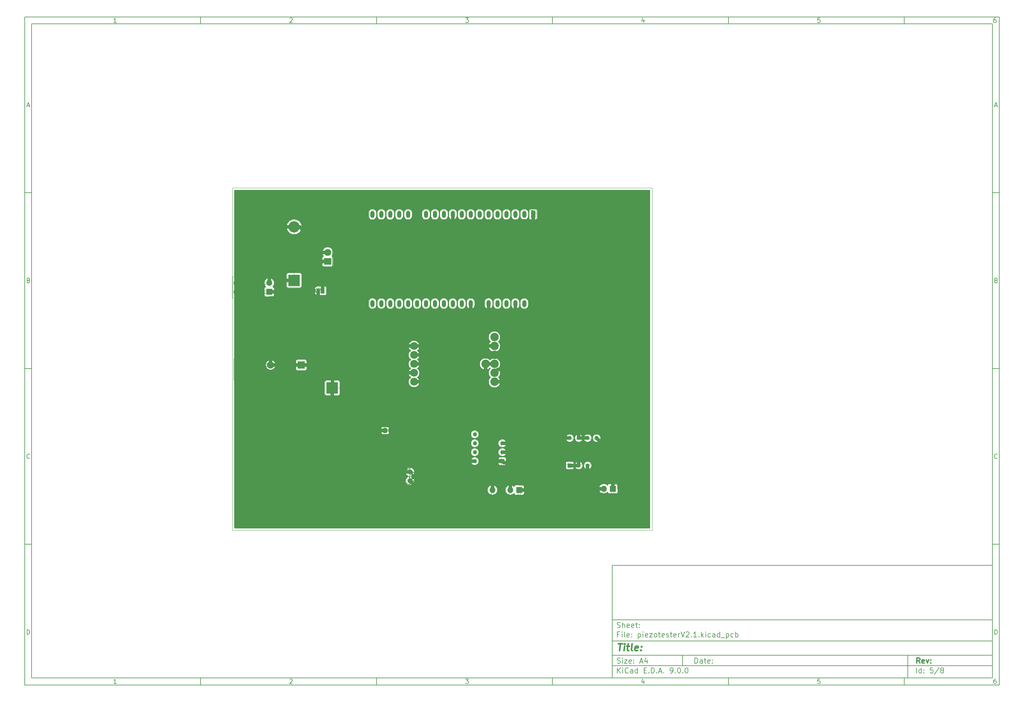
<source format=gbr>
%TF.GenerationSoftware,KiCad,Pcbnew,9.0.0*%
%TF.CreationDate,2025-11-10T15:06:58+01:00*%
%TF.ProjectId,piezotesterV2.1,7069657a-6f74-4657-9374-657256322e31,rev?*%
%TF.SameCoordinates,Original*%
%TF.FileFunction,OtherDrawing,Comment*%
%FSLAX46Y46*%
G04 Gerber Fmt 4.6, Leading zero omitted, Abs format (unit mm)*
G04 Created by KiCad (PCBNEW 9.0.0) date 2025-11-10 15:06:58*
%MOMM*%
%LPD*%
G01*
G04 APERTURE LIST*
G04 Aperture macros list*
%AMRoundRect*
0 Rectangle with rounded corners*
0 $1 Rounding radius*
0 $2 $3 $4 $5 $6 $7 $8 $9 X,Y pos of 4 corners*
0 Add a 4 corners polygon primitive as box body*
4,1,4,$2,$3,$4,$5,$6,$7,$8,$9,$2,$3,0*
0 Add four circle primitives for the rounded corners*
1,1,$1+$1,$2,$3*
1,1,$1+$1,$4,$5*
1,1,$1+$1,$6,$7*
1,1,$1+$1,$8,$9*
0 Add four rect primitives between the rounded corners*
20,1,$1+$1,$2,$3,$4,$5,0*
20,1,$1+$1,$4,$5,$6,$7,0*
20,1,$1+$1,$6,$7,$8,$9,0*
20,1,$1+$1,$8,$9,$2,$3,0*%
G04 Aperture macros list end*
%ADD10C,0.100000*%
%ADD11C,0.150000*%
%ADD12C,0.300000*%
%ADD13C,0.400000*%
%ADD14C,0.200000*%
%TA.AperFunction,ComponentPad*%
%ADD15C,2.200000*%
%TD*%
%TA.AperFunction,ComponentPad*%
%ADD16C,2.000000*%
%TD*%
%TA.AperFunction,ComponentPad*%
%ADD17O,3.200000X3.200000*%
%TD*%
%TA.AperFunction,ComponentPad*%
%ADD18R,3.200000X3.200000*%
%TD*%
%TA.AperFunction,ComponentPad*%
%ADD19O,1.050000X1.500000*%
%TD*%
%TA.AperFunction,ComponentPad*%
%ADD20R,1.050000X1.500000*%
%TD*%
%TA.AperFunction,ComponentPad*%
%ADD21O,2.000000X1.905000*%
%TD*%
%TA.AperFunction,ComponentPad*%
%ADD22R,2.000000X1.905000*%
%TD*%
%TA.AperFunction,ComponentPad*%
%ADD23O,1.700000X1.700000*%
%TD*%
%TA.AperFunction,ComponentPad*%
%ADD24R,1.700000X1.700000*%
%TD*%
%TA.AperFunction,ComponentPad*%
%ADD25O,1.200000X2.000000*%
%TD*%
%TA.AperFunction,ComponentPad*%
%ADD26R,1.200000X2.000000*%
%TD*%
%TA.AperFunction,ComponentPad*%
%ADD27C,1.159000*%
%TD*%
%TA.AperFunction,ComponentPad*%
%ADD28R,1.159000X1.159000*%
%TD*%
%TA.AperFunction,ComponentPad*%
%ADD29C,1.600000*%
%TD*%
%TA.AperFunction,ComponentPad*%
%ADD30R,1.600000X1.600000*%
%TD*%
%TA.AperFunction,ComponentPad*%
%ADD31C,1.400000*%
%TD*%
%TA.AperFunction,ComponentPad*%
%ADD32R,2.000000X2.000000*%
%TD*%
%TA.AperFunction,ViaPad*%
%ADD33C,0.600000*%
%TD*%
%TA.AperFunction,ViaPad*%
%ADD34C,4.100000*%
%TD*%
%ADD35C,2.200000*%
%ADD36C,2.000000*%
%ADD37O,3.200000X3.200000*%
%ADD38R,3.200000X3.200000*%
%ADD39O,1.050000X1.500000*%
%ADD40R,1.050000X1.500000*%
%ADD41O,2.000000X1.905000*%
%ADD42R,2.000000X1.905000*%
%ADD43O,1.700000X1.700000*%
%ADD44R,1.700000X1.700000*%
%ADD45O,1.200000X2.000000*%
%ADD46R,1.200000X2.000000*%
%ADD47C,1.159000*%
%ADD48R,1.159000X1.159000*%
%ADD49C,1.600000*%
%ADD50R,1.600000X1.600000*%
%ADD51C,1.400000*%
%ADD52R,2.000000X2.000000*%
%TA.AperFunction,SMDPad,CuDef*%
%ADD53RoundRect,0.250000X0.625000X-0.312500X0.625000X0.312500X-0.625000X0.312500X-0.625000X-0.312500X0*%
%TD*%
%TA.AperFunction,SMDPad,CuDef*%
%ADD54RoundRect,0.250000X-0.325000X-0.650000X0.325000X-0.650000X0.325000X0.650000X-0.325000X0.650000X0*%
%TD*%
%TA.AperFunction,SMDPad,CuDef*%
%ADD55RoundRect,0.250000X0.312500X0.625000X-0.312500X0.625000X-0.312500X-0.625000X0.312500X-0.625000X0*%
%TD*%
%TA.AperFunction,SMDPad,CuDef*%
%ADD56RoundRect,0.250000X-0.312500X-0.625000X0.312500X-0.625000X0.312500X0.625000X-0.312500X0.625000X0*%
%TD*%
%TA.AperFunction,SMDPad,CuDef*%
%ADD57RoundRect,0.250000X0.325000X0.650000X-0.325000X0.650000X-0.325000X-0.650000X0.325000X-0.650000X0*%
%TD*%
%TA.AperFunction,SMDPad,CuDef*%
%ADD58RoundRect,0.250000X-0.625000X0.312500X-0.625000X-0.312500X0.625000X-0.312500X0.625000X0.312500X0*%
%TD*%
%TA.AperFunction,SMDPad,CuDef*%
%ADD59RoundRect,0.250000X-0.650000X0.325000X-0.650000X-0.325000X0.650000X-0.325000X0.650000X0.325000X0*%
%TD*%
%TA.AperFunction,SMDPad,CuDef*%
%ADD60R,2.900000X5.400000*%
%TD*%
%TA.AperFunction,SMDPad,CuDef*%
%ADD61R,1.020000X2.160000*%
%TD*%
%TA.AperFunction,SMDPad,CuDef*%
%ADD62R,8.330000X6.990000*%
%TD*%
%TA.AperFunction,SMDPad,CuDef*%
%ADD63R,1.235000X1.910000*%
%TD*%
%TA.AperFunction,SMDPad,CuDef*%
%ADD64RoundRect,0.250000X0.650000X-0.325000X0.650000X0.325000X-0.650000X0.325000X-0.650000X-0.325000X0*%
%TD*%
%TA.AperFunction,Conductor*%
%ADD65C,1.000000*%
%TD*%
%TA.AperFunction,Conductor*%
%ADD66C,2.000000*%
%TD*%
%ADD67RoundRect,0.250000X0.625000X-0.312500X0.625000X0.312500X-0.625000X0.312500X-0.625000X-0.312500X0*%
%ADD68RoundRect,0.250000X-0.325000X-0.650000X0.325000X-0.650000X0.325000X0.650000X-0.325000X0.650000X0*%
%ADD69C,2.403200*%
%ADD70C,2.203200*%
%ADD71RoundRect,0.250000X0.312500X0.625000X-0.312500X0.625000X-0.312500X-0.625000X0.312500X-0.625000X0*%
%ADD72RoundRect,0.250000X-0.312500X-0.625000X0.312500X-0.625000X0.312500X0.625000X-0.312500X0.625000X0*%
%ADD73RoundRect,0.250000X0.325000X0.650000X-0.325000X0.650000X-0.325000X-0.650000X0.325000X-0.650000X0*%
%ADD74RoundRect,0.250000X-0.625000X0.312500X-0.625000X-0.312500X0.625000X-0.312500X0.625000X0.312500X0*%
%ADD75RoundRect,0.250000X-0.650000X0.325000X-0.650000X-0.325000X0.650000X-0.325000X0.650000X0.325000X0*%
%ADD76R,2.900000X5.400000*%
%ADD77R,1.020000X2.160000*%
%ADD78R,8.330000X6.990000*%
%ADD79R,1.235000X1.910000*%
%ADD80RoundRect,0.250000X0.650000X-0.325000X0.650000X0.325000X-0.650000X0.325000X-0.650000X-0.325000X0*%
%ADD81C,0.750000*%
%ADD82C,0.254000*%
%ADD83C,0.120000*%
%ADD84C,0.380000*%
%ADD85C,0.050000*%
%TA.AperFunction,Profile*%
%ADD86C,0.050000*%
%TD*%
G04 APERTURE END LIST*
D10*
D11*
X177002200Y-166007200D02*
X285002200Y-166007200D01*
X285002200Y-198007200D01*
X177002200Y-198007200D01*
X177002200Y-166007200D01*
D10*
D11*
X10000000Y-10000000D02*
X287002200Y-10000000D01*
X287002200Y-200007200D01*
X10000000Y-200007200D01*
X10000000Y-10000000D01*
D10*
D11*
X12000000Y-12000000D02*
X285002200Y-12000000D01*
X285002200Y-198007200D01*
X12000000Y-198007200D01*
X12000000Y-12000000D01*
D10*
D11*
X60000000Y-12000000D02*
X60000000Y-10000000D01*
D10*
D11*
X110000000Y-12000000D02*
X110000000Y-10000000D01*
D10*
D11*
X160000000Y-12000000D02*
X160000000Y-10000000D01*
D10*
D11*
X210000000Y-12000000D02*
X210000000Y-10000000D01*
D10*
D11*
X260000000Y-12000000D02*
X260000000Y-10000000D01*
D10*
D11*
X36089160Y-11593604D02*
X35346303Y-11593604D01*
X35717731Y-11593604D02*
X35717731Y-10293604D01*
X35717731Y-10293604D02*
X35593922Y-10479319D01*
X35593922Y-10479319D02*
X35470112Y-10603128D01*
X35470112Y-10603128D02*
X35346303Y-10665033D01*
D10*
D11*
X85346303Y-10417414D02*
X85408207Y-10355509D01*
X85408207Y-10355509D02*
X85532017Y-10293604D01*
X85532017Y-10293604D02*
X85841541Y-10293604D01*
X85841541Y-10293604D02*
X85965350Y-10355509D01*
X85965350Y-10355509D02*
X86027255Y-10417414D01*
X86027255Y-10417414D02*
X86089160Y-10541223D01*
X86089160Y-10541223D02*
X86089160Y-10665033D01*
X86089160Y-10665033D02*
X86027255Y-10850747D01*
X86027255Y-10850747D02*
X85284398Y-11593604D01*
X85284398Y-11593604D02*
X86089160Y-11593604D01*
D10*
D11*
X135284398Y-10293604D02*
X136089160Y-10293604D01*
X136089160Y-10293604D02*
X135655826Y-10788842D01*
X135655826Y-10788842D02*
X135841541Y-10788842D01*
X135841541Y-10788842D02*
X135965350Y-10850747D01*
X135965350Y-10850747D02*
X136027255Y-10912652D01*
X136027255Y-10912652D02*
X136089160Y-11036461D01*
X136089160Y-11036461D02*
X136089160Y-11345985D01*
X136089160Y-11345985D02*
X136027255Y-11469795D01*
X136027255Y-11469795D02*
X135965350Y-11531700D01*
X135965350Y-11531700D02*
X135841541Y-11593604D01*
X135841541Y-11593604D02*
X135470112Y-11593604D01*
X135470112Y-11593604D02*
X135346303Y-11531700D01*
X135346303Y-11531700D02*
X135284398Y-11469795D01*
D10*
D11*
X185965350Y-10726938D02*
X185965350Y-11593604D01*
X185655826Y-10231700D02*
X185346303Y-11160271D01*
X185346303Y-11160271D02*
X186151064Y-11160271D01*
D10*
D11*
X236027255Y-10293604D02*
X235408207Y-10293604D01*
X235408207Y-10293604D02*
X235346303Y-10912652D01*
X235346303Y-10912652D02*
X235408207Y-10850747D01*
X235408207Y-10850747D02*
X235532017Y-10788842D01*
X235532017Y-10788842D02*
X235841541Y-10788842D01*
X235841541Y-10788842D02*
X235965350Y-10850747D01*
X235965350Y-10850747D02*
X236027255Y-10912652D01*
X236027255Y-10912652D02*
X236089160Y-11036461D01*
X236089160Y-11036461D02*
X236089160Y-11345985D01*
X236089160Y-11345985D02*
X236027255Y-11469795D01*
X236027255Y-11469795D02*
X235965350Y-11531700D01*
X235965350Y-11531700D02*
X235841541Y-11593604D01*
X235841541Y-11593604D02*
X235532017Y-11593604D01*
X235532017Y-11593604D02*
X235408207Y-11531700D01*
X235408207Y-11531700D02*
X235346303Y-11469795D01*
D10*
D11*
X285965350Y-10293604D02*
X285717731Y-10293604D01*
X285717731Y-10293604D02*
X285593922Y-10355509D01*
X285593922Y-10355509D02*
X285532017Y-10417414D01*
X285532017Y-10417414D02*
X285408207Y-10603128D01*
X285408207Y-10603128D02*
X285346303Y-10850747D01*
X285346303Y-10850747D02*
X285346303Y-11345985D01*
X285346303Y-11345985D02*
X285408207Y-11469795D01*
X285408207Y-11469795D02*
X285470112Y-11531700D01*
X285470112Y-11531700D02*
X285593922Y-11593604D01*
X285593922Y-11593604D02*
X285841541Y-11593604D01*
X285841541Y-11593604D02*
X285965350Y-11531700D01*
X285965350Y-11531700D02*
X286027255Y-11469795D01*
X286027255Y-11469795D02*
X286089160Y-11345985D01*
X286089160Y-11345985D02*
X286089160Y-11036461D01*
X286089160Y-11036461D02*
X286027255Y-10912652D01*
X286027255Y-10912652D02*
X285965350Y-10850747D01*
X285965350Y-10850747D02*
X285841541Y-10788842D01*
X285841541Y-10788842D02*
X285593922Y-10788842D01*
X285593922Y-10788842D02*
X285470112Y-10850747D01*
X285470112Y-10850747D02*
X285408207Y-10912652D01*
X285408207Y-10912652D02*
X285346303Y-11036461D01*
D10*
D11*
X60000000Y-198007200D02*
X60000000Y-200007200D01*
D10*
D11*
X110000000Y-198007200D02*
X110000000Y-200007200D01*
D10*
D11*
X160000000Y-198007200D02*
X160000000Y-200007200D01*
D10*
D11*
X210000000Y-198007200D02*
X210000000Y-200007200D01*
D10*
D11*
X260000000Y-198007200D02*
X260000000Y-200007200D01*
D10*
D11*
X36089160Y-199600804D02*
X35346303Y-199600804D01*
X35717731Y-199600804D02*
X35717731Y-198300804D01*
X35717731Y-198300804D02*
X35593922Y-198486519D01*
X35593922Y-198486519D02*
X35470112Y-198610328D01*
X35470112Y-198610328D02*
X35346303Y-198672233D01*
D10*
D11*
X85346303Y-198424614D02*
X85408207Y-198362709D01*
X85408207Y-198362709D02*
X85532017Y-198300804D01*
X85532017Y-198300804D02*
X85841541Y-198300804D01*
X85841541Y-198300804D02*
X85965350Y-198362709D01*
X85965350Y-198362709D02*
X86027255Y-198424614D01*
X86027255Y-198424614D02*
X86089160Y-198548423D01*
X86089160Y-198548423D02*
X86089160Y-198672233D01*
X86089160Y-198672233D02*
X86027255Y-198857947D01*
X86027255Y-198857947D02*
X85284398Y-199600804D01*
X85284398Y-199600804D02*
X86089160Y-199600804D01*
D10*
D11*
X135284398Y-198300804D02*
X136089160Y-198300804D01*
X136089160Y-198300804D02*
X135655826Y-198796042D01*
X135655826Y-198796042D02*
X135841541Y-198796042D01*
X135841541Y-198796042D02*
X135965350Y-198857947D01*
X135965350Y-198857947D02*
X136027255Y-198919852D01*
X136027255Y-198919852D02*
X136089160Y-199043661D01*
X136089160Y-199043661D02*
X136089160Y-199353185D01*
X136089160Y-199353185D02*
X136027255Y-199476995D01*
X136027255Y-199476995D02*
X135965350Y-199538900D01*
X135965350Y-199538900D02*
X135841541Y-199600804D01*
X135841541Y-199600804D02*
X135470112Y-199600804D01*
X135470112Y-199600804D02*
X135346303Y-199538900D01*
X135346303Y-199538900D02*
X135284398Y-199476995D01*
D10*
D11*
X185965350Y-198734138D02*
X185965350Y-199600804D01*
X185655826Y-198238900D02*
X185346303Y-199167471D01*
X185346303Y-199167471D02*
X186151064Y-199167471D01*
D10*
D11*
X236027255Y-198300804D02*
X235408207Y-198300804D01*
X235408207Y-198300804D02*
X235346303Y-198919852D01*
X235346303Y-198919852D02*
X235408207Y-198857947D01*
X235408207Y-198857947D02*
X235532017Y-198796042D01*
X235532017Y-198796042D02*
X235841541Y-198796042D01*
X235841541Y-198796042D02*
X235965350Y-198857947D01*
X235965350Y-198857947D02*
X236027255Y-198919852D01*
X236027255Y-198919852D02*
X236089160Y-199043661D01*
X236089160Y-199043661D02*
X236089160Y-199353185D01*
X236089160Y-199353185D02*
X236027255Y-199476995D01*
X236027255Y-199476995D02*
X235965350Y-199538900D01*
X235965350Y-199538900D02*
X235841541Y-199600804D01*
X235841541Y-199600804D02*
X235532017Y-199600804D01*
X235532017Y-199600804D02*
X235408207Y-199538900D01*
X235408207Y-199538900D02*
X235346303Y-199476995D01*
D10*
D11*
X285965350Y-198300804D02*
X285717731Y-198300804D01*
X285717731Y-198300804D02*
X285593922Y-198362709D01*
X285593922Y-198362709D02*
X285532017Y-198424614D01*
X285532017Y-198424614D02*
X285408207Y-198610328D01*
X285408207Y-198610328D02*
X285346303Y-198857947D01*
X285346303Y-198857947D02*
X285346303Y-199353185D01*
X285346303Y-199353185D02*
X285408207Y-199476995D01*
X285408207Y-199476995D02*
X285470112Y-199538900D01*
X285470112Y-199538900D02*
X285593922Y-199600804D01*
X285593922Y-199600804D02*
X285841541Y-199600804D01*
X285841541Y-199600804D02*
X285965350Y-199538900D01*
X285965350Y-199538900D02*
X286027255Y-199476995D01*
X286027255Y-199476995D02*
X286089160Y-199353185D01*
X286089160Y-199353185D02*
X286089160Y-199043661D01*
X286089160Y-199043661D02*
X286027255Y-198919852D01*
X286027255Y-198919852D02*
X285965350Y-198857947D01*
X285965350Y-198857947D02*
X285841541Y-198796042D01*
X285841541Y-198796042D02*
X285593922Y-198796042D01*
X285593922Y-198796042D02*
X285470112Y-198857947D01*
X285470112Y-198857947D02*
X285408207Y-198919852D01*
X285408207Y-198919852D02*
X285346303Y-199043661D01*
D10*
D11*
X10000000Y-60000000D02*
X12000000Y-60000000D01*
D10*
D11*
X10000000Y-110000000D02*
X12000000Y-110000000D01*
D10*
D11*
X10000000Y-160000000D02*
X12000000Y-160000000D01*
D10*
D11*
X10690476Y-35222176D02*
X11309523Y-35222176D01*
X10566666Y-35593604D02*
X10999999Y-34293604D01*
X10999999Y-34293604D02*
X11433333Y-35593604D01*
D10*
D11*
X11092857Y-84912652D02*
X11278571Y-84974557D01*
X11278571Y-84974557D02*
X11340476Y-85036461D01*
X11340476Y-85036461D02*
X11402380Y-85160271D01*
X11402380Y-85160271D02*
X11402380Y-85345985D01*
X11402380Y-85345985D02*
X11340476Y-85469795D01*
X11340476Y-85469795D02*
X11278571Y-85531700D01*
X11278571Y-85531700D02*
X11154761Y-85593604D01*
X11154761Y-85593604D02*
X10659523Y-85593604D01*
X10659523Y-85593604D02*
X10659523Y-84293604D01*
X10659523Y-84293604D02*
X11092857Y-84293604D01*
X11092857Y-84293604D02*
X11216666Y-84355509D01*
X11216666Y-84355509D02*
X11278571Y-84417414D01*
X11278571Y-84417414D02*
X11340476Y-84541223D01*
X11340476Y-84541223D02*
X11340476Y-84665033D01*
X11340476Y-84665033D02*
X11278571Y-84788842D01*
X11278571Y-84788842D02*
X11216666Y-84850747D01*
X11216666Y-84850747D02*
X11092857Y-84912652D01*
X11092857Y-84912652D02*
X10659523Y-84912652D01*
D10*
D11*
X11402380Y-135469795D02*
X11340476Y-135531700D01*
X11340476Y-135531700D02*
X11154761Y-135593604D01*
X11154761Y-135593604D02*
X11030952Y-135593604D01*
X11030952Y-135593604D02*
X10845238Y-135531700D01*
X10845238Y-135531700D02*
X10721428Y-135407890D01*
X10721428Y-135407890D02*
X10659523Y-135284080D01*
X10659523Y-135284080D02*
X10597619Y-135036461D01*
X10597619Y-135036461D02*
X10597619Y-134850747D01*
X10597619Y-134850747D02*
X10659523Y-134603128D01*
X10659523Y-134603128D02*
X10721428Y-134479319D01*
X10721428Y-134479319D02*
X10845238Y-134355509D01*
X10845238Y-134355509D02*
X11030952Y-134293604D01*
X11030952Y-134293604D02*
X11154761Y-134293604D01*
X11154761Y-134293604D02*
X11340476Y-134355509D01*
X11340476Y-134355509D02*
X11402380Y-134417414D01*
D10*
D11*
X10659523Y-185593604D02*
X10659523Y-184293604D01*
X10659523Y-184293604D02*
X10969047Y-184293604D01*
X10969047Y-184293604D02*
X11154761Y-184355509D01*
X11154761Y-184355509D02*
X11278571Y-184479319D01*
X11278571Y-184479319D02*
X11340476Y-184603128D01*
X11340476Y-184603128D02*
X11402380Y-184850747D01*
X11402380Y-184850747D02*
X11402380Y-185036461D01*
X11402380Y-185036461D02*
X11340476Y-185284080D01*
X11340476Y-185284080D02*
X11278571Y-185407890D01*
X11278571Y-185407890D02*
X11154761Y-185531700D01*
X11154761Y-185531700D02*
X10969047Y-185593604D01*
X10969047Y-185593604D02*
X10659523Y-185593604D01*
D10*
D11*
X287002200Y-60000000D02*
X285002200Y-60000000D01*
D10*
D11*
X287002200Y-110000000D02*
X285002200Y-110000000D01*
D10*
D11*
X287002200Y-160000000D02*
X285002200Y-160000000D01*
D10*
D11*
X285692676Y-35222176D02*
X286311723Y-35222176D01*
X285568866Y-35593604D02*
X286002199Y-34293604D01*
X286002199Y-34293604D02*
X286435533Y-35593604D01*
D10*
D11*
X286095057Y-84912652D02*
X286280771Y-84974557D01*
X286280771Y-84974557D02*
X286342676Y-85036461D01*
X286342676Y-85036461D02*
X286404580Y-85160271D01*
X286404580Y-85160271D02*
X286404580Y-85345985D01*
X286404580Y-85345985D02*
X286342676Y-85469795D01*
X286342676Y-85469795D02*
X286280771Y-85531700D01*
X286280771Y-85531700D02*
X286156961Y-85593604D01*
X286156961Y-85593604D02*
X285661723Y-85593604D01*
X285661723Y-85593604D02*
X285661723Y-84293604D01*
X285661723Y-84293604D02*
X286095057Y-84293604D01*
X286095057Y-84293604D02*
X286218866Y-84355509D01*
X286218866Y-84355509D02*
X286280771Y-84417414D01*
X286280771Y-84417414D02*
X286342676Y-84541223D01*
X286342676Y-84541223D02*
X286342676Y-84665033D01*
X286342676Y-84665033D02*
X286280771Y-84788842D01*
X286280771Y-84788842D02*
X286218866Y-84850747D01*
X286218866Y-84850747D02*
X286095057Y-84912652D01*
X286095057Y-84912652D02*
X285661723Y-84912652D01*
D10*
D11*
X286404580Y-135469795D02*
X286342676Y-135531700D01*
X286342676Y-135531700D02*
X286156961Y-135593604D01*
X286156961Y-135593604D02*
X286033152Y-135593604D01*
X286033152Y-135593604D02*
X285847438Y-135531700D01*
X285847438Y-135531700D02*
X285723628Y-135407890D01*
X285723628Y-135407890D02*
X285661723Y-135284080D01*
X285661723Y-135284080D02*
X285599819Y-135036461D01*
X285599819Y-135036461D02*
X285599819Y-134850747D01*
X285599819Y-134850747D02*
X285661723Y-134603128D01*
X285661723Y-134603128D02*
X285723628Y-134479319D01*
X285723628Y-134479319D02*
X285847438Y-134355509D01*
X285847438Y-134355509D02*
X286033152Y-134293604D01*
X286033152Y-134293604D02*
X286156961Y-134293604D01*
X286156961Y-134293604D02*
X286342676Y-134355509D01*
X286342676Y-134355509D02*
X286404580Y-134417414D01*
D10*
D11*
X285661723Y-185593604D02*
X285661723Y-184293604D01*
X285661723Y-184293604D02*
X285971247Y-184293604D01*
X285971247Y-184293604D02*
X286156961Y-184355509D01*
X286156961Y-184355509D02*
X286280771Y-184479319D01*
X286280771Y-184479319D02*
X286342676Y-184603128D01*
X286342676Y-184603128D02*
X286404580Y-184850747D01*
X286404580Y-184850747D02*
X286404580Y-185036461D01*
X286404580Y-185036461D02*
X286342676Y-185284080D01*
X286342676Y-185284080D02*
X286280771Y-185407890D01*
X286280771Y-185407890D02*
X286156961Y-185531700D01*
X286156961Y-185531700D02*
X285971247Y-185593604D01*
X285971247Y-185593604D02*
X285661723Y-185593604D01*
D10*
D11*
X200458026Y-193793328D02*
X200458026Y-192293328D01*
X200458026Y-192293328D02*
X200815169Y-192293328D01*
X200815169Y-192293328D02*
X201029455Y-192364757D01*
X201029455Y-192364757D02*
X201172312Y-192507614D01*
X201172312Y-192507614D02*
X201243741Y-192650471D01*
X201243741Y-192650471D02*
X201315169Y-192936185D01*
X201315169Y-192936185D02*
X201315169Y-193150471D01*
X201315169Y-193150471D02*
X201243741Y-193436185D01*
X201243741Y-193436185D02*
X201172312Y-193579042D01*
X201172312Y-193579042D02*
X201029455Y-193721900D01*
X201029455Y-193721900D02*
X200815169Y-193793328D01*
X200815169Y-193793328D02*
X200458026Y-193793328D01*
X202600884Y-193793328D02*
X202600884Y-193007614D01*
X202600884Y-193007614D02*
X202529455Y-192864757D01*
X202529455Y-192864757D02*
X202386598Y-192793328D01*
X202386598Y-192793328D02*
X202100884Y-192793328D01*
X202100884Y-192793328D02*
X201958026Y-192864757D01*
X202600884Y-193721900D02*
X202458026Y-193793328D01*
X202458026Y-193793328D02*
X202100884Y-193793328D01*
X202100884Y-193793328D02*
X201958026Y-193721900D01*
X201958026Y-193721900D02*
X201886598Y-193579042D01*
X201886598Y-193579042D02*
X201886598Y-193436185D01*
X201886598Y-193436185D02*
X201958026Y-193293328D01*
X201958026Y-193293328D02*
X202100884Y-193221900D01*
X202100884Y-193221900D02*
X202458026Y-193221900D01*
X202458026Y-193221900D02*
X202600884Y-193150471D01*
X203100884Y-192793328D02*
X203672312Y-192793328D01*
X203315169Y-192293328D02*
X203315169Y-193579042D01*
X203315169Y-193579042D02*
X203386598Y-193721900D01*
X203386598Y-193721900D02*
X203529455Y-193793328D01*
X203529455Y-193793328D02*
X203672312Y-193793328D01*
X204743741Y-193721900D02*
X204600884Y-193793328D01*
X204600884Y-193793328D02*
X204315170Y-193793328D01*
X204315170Y-193793328D02*
X204172312Y-193721900D01*
X204172312Y-193721900D02*
X204100884Y-193579042D01*
X204100884Y-193579042D02*
X204100884Y-193007614D01*
X204100884Y-193007614D02*
X204172312Y-192864757D01*
X204172312Y-192864757D02*
X204315170Y-192793328D01*
X204315170Y-192793328D02*
X204600884Y-192793328D01*
X204600884Y-192793328D02*
X204743741Y-192864757D01*
X204743741Y-192864757D02*
X204815170Y-193007614D01*
X204815170Y-193007614D02*
X204815170Y-193150471D01*
X204815170Y-193150471D02*
X204100884Y-193293328D01*
X205458026Y-193650471D02*
X205529455Y-193721900D01*
X205529455Y-193721900D02*
X205458026Y-193793328D01*
X205458026Y-193793328D02*
X205386598Y-193721900D01*
X205386598Y-193721900D02*
X205458026Y-193650471D01*
X205458026Y-193650471D02*
X205458026Y-193793328D01*
X205458026Y-192864757D02*
X205529455Y-192936185D01*
X205529455Y-192936185D02*
X205458026Y-193007614D01*
X205458026Y-193007614D02*
X205386598Y-192936185D01*
X205386598Y-192936185D02*
X205458026Y-192864757D01*
X205458026Y-192864757D02*
X205458026Y-193007614D01*
D10*
D11*
X177002200Y-194507200D02*
X285002200Y-194507200D01*
D10*
D11*
X178458026Y-196593328D02*
X178458026Y-195093328D01*
X179315169Y-196593328D02*
X178672312Y-195736185D01*
X179315169Y-195093328D02*
X178458026Y-195950471D01*
X179958026Y-196593328D02*
X179958026Y-195593328D01*
X179958026Y-195093328D02*
X179886598Y-195164757D01*
X179886598Y-195164757D02*
X179958026Y-195236185D01*
X179958026Y-195236185D02*
X180029455Y-195164757D01*
X180029455Y-195164757D02*
X179958026Y-195093328D01*
X179958026Y-195093328D02*
X179958026Y-195236185D01*
X181529455Y-196450471D02*
X181458027Y-196521900D01*
X181458027Y-196521900D02*
X181243741Y-196593328D01*
X181243741Y-196593328D02*
X181100884Y-196593328D01*
X181100884Y-196593328D02*
X180886598Y-196521900D01*
X180886598Y-196521900D02*
X180743741Y-196379042D01*
X180743741Y-196379042D02*
X180672312Y-196236185D01*
X180672312Y-196236185D02*
X180600884Y-195950471D01*
X180600884Y-195950471D02*
X180600884Y-195736185D01*
X180600884Y-195736185D02*
X180672312Y-195450471D01*
X180672312Y-195450471D02*
X180743741Y-195307614D01*
X180743741Y-195307614D02*
X180886598Y-195164757D01*
X180886598Y-195164757D02*
X181100884Y-195093328D01*
X181100884Y-195093328D02*
X181243741Y-195093328D01*
X181243741Y-195093328D02*
X181458027Y-195164757D01*
X181458027Y-195164757D02*
X181529455Y-195236185D01*
X182815170Y-196593328D02*
X182815170Y-195807614D01*
X182815170Y-195807614D02*
X182743741Y-195664757D01*
X182743741Y-195664757D02*
X182600884Y-195593328D01*
X182600884Y-195593328D02*
X182315170Y-195593328D01*
X182315170Y-195593328D02*
X182172312Y-195664757D01*
X182815170Y-196521900D02*
X182672312Y-196593328D01*
X182672312Y-196593328D02*
X182315170Y-196593328D01*
X182315170Y-196593328D02*
X182172312Y-196521900D01*
X182172312Y-196521900D02*
X182100884Y-196379042D01*
X182100884Y-196379042D02*
X182100884Y-196236185D01*
X182100884Y-196236185D02*
X182172312Y-196093328D01*
X182172312Y-196093328D02*
X182315170Y-196021900D01*
X182315170Y-196021900D02*
X182672312Y-196021900D01*
X182672312Y-196021900D02*
X182815170Y-195950471D01*
X184172313Y-196593328D02*
X184172313Y-195093328D01*
X184172313Y-196521900D02*
X184029455Y-196593328D01*
X184029455Y-196593328D02*
X183743741Y-196593328D01*
X183743741Y-196593328D02*
X183600884Y-196521900D01*
X183600884Y-196521900D02*
X183529455Y-196450471D01*
X183529455Y-196450471D02*
X183458027Y-196307614D01*
X183458027Y-196307614D02*
X183458027Y-195879042D01*
X183458027Y-195879042D02*
X183529455Y-195736185D01*
X183529455Y-195736185D02*
X183600884Y-195664757D01*
X183600884Y-195664757D02*
X183743741Y-195593328D01*
X183743741Y-195593328D02*
X184029455Y-195593328D01*
X184029455Y-195593328D02*
X184172313Y-195664757D01*
X186029455Y-195807614D02*
X186529455Y-195807614D01*
X186743741Y-196593328D02*
X186029455Y-196593328D01*
X186029455Y-196593328D02*
X186029455Y-195093328D01*
X186029455Y-195093328D02*
X186743741Y-195093328D01*
X187386598Y-196450471D02*
X187458027Y-196521900D01*
X187458027Y-196521900D02*
X187386598Y-196593328D01*
X187386598Y-196593328D02*
X187315170Y-196521900D01*
X187315170Y-196521900D02*
X187386598Y-196450471D01*
X187386598Y-196450471D02*
X187386598Y-196593328D01*
X188100884Y-196593328D02*
X188100884Y-195093328D01*
X188100884Y-195093328D02*
X188458027Y-195093328D01*
X188458027Y-195093328D02*
X188672313Y-195164757D01*
X188672313Y-195164757D02*
X188815170Y-195307614D01*
X188815170Y-195307614D02*
X188886599Y-195450471D01*
X188886599Y-195450471D02*
X188958027Y-195736185D01*
X188958027Y-195736185D02*
X188958027Y-195950471D01*
X188958027Y-195950471D02*
X188886599Y-196236185D01*
X188886599Y-196236185D02*
X188815170Y-196379042D01*
X188815170Y-196379042D02*
X188672313Y-196521900D01*
X188672313Y-196521900D02*
X188458027Y-196593328D01*
X188458027Y-196593328D02*
X188100884Y-196593328D01*
X189600884Y-196450471D02*
X189672313Y-196521900D01*
X189672313Y-196521900D02*
X189600884Y-196593328D01*
X189600884Y-196593328D02*
X189529456Y-196521900D01*
X189529456Y-196521900D02*
X189600884Y-196450471D01*
X189600884Y-196450471D02*
X189600884Y-196593328D01*
X190243742Y-196164757D02*
X190958028Y-196164757D01*
X190100885Y-196593328D02*
X190600885Y-195093328D01*
X190600885Y-195093328D02*
X191100885Y-196593328D01*
X191600884Y-196450471D02*
X191672313Y-196521900D01*
X191672313Y-196521900D02*
X191600884Y-196593328D01*
X191600884Y-196593328D02*
X191529456Y-196521900D01*
X191529456Y-196521900D02*
X191600884Y-196450471D01*
X191600884Y-196450471D02*
X191600884Y-196593328D01*
X193529456Y-196593328D02*
X193815170Y-196593328D01*
X193815170Y-196593328D02*
X193958027Y-196521900D01*
X193958027Y-196521900D02*
X194029456Y-196450471D01*
X194029456Y-196450471D02*
X194172313Y-196236185D01*
X194172313Y-196236185D02*
X194243742Y-195950471D01*
X194243742Y-195950471D02*
X194243742Y-195379042D01*
X194243742Y-195379042D02*
X194172313Y-195236185D01*
X194172313Y-195236185D02*
X194100885Y-195164757D01*
X194100885Y-195164757D02*
X193958027Y-195093328D01*
X193958027Y-195093328D02*
X193672313Y-195093328D01*
X193672313Y-195093328D02*
X193529456Y-195164757D01*
X193529456Y-195164757D02*
X193458027Y-195236185D01*
X193458027Y-195236185D02*
X193386599Y-195379042D01*
X193386599Y-195379042D02*
X193386599Y-195736185D01*
X193386599Y-195736185D02*
X193458027Y-195879042D01*
X193458027Y-195879042D02*
X193529456Y-195950471D01*
X193529456Y-195950471D02*
X193672313Y-196021900D01*
X193672313Y-196021900D02*
X193958027Y-196021900D01*
X193958027Y-196021900D02*
X194100885Y-195950471D01*
X194100885Y-195950471D02*
X194172313Y-195879042D01*
X194172313Y-195879042D02*
X194243742Y-195736185D01*
X194886598Y-196450471D02*
X194958027Y-196521900D01*
X194958027Y-196521900D02*
X194886598Y-196593328D01*
X194886598Y-196593328D02*
X194815170Y-196521900D01*
X194815170Y-196521900D02*
X194886598Y-196450471D01*
X194886598Y-196450471D02*
X194886598Y-196593328D01*
X195886599Y-195093328D02*
X196029456Y-195093328D01*
X196029456Y-195093328D02*
X196172313Y-195164757D01*
X196172313Y-195164757D02*
X196243742Y-195236185D01*
X196243742Y-195236185D02*
X196315170Y-195379042D01*
X196315170Y-195379042D02*
X196386599Y-195664757D01*
X196386599Y-195664757D02*
X196386599Y-196021900D01*
X196386599Y-196021900D02*
X196315170Y-196307614D01*
X196315170Y-196307614D02*
X196243742Y-196450471D01*
X196243742Y-196450471D02*
X196172313Y-196521900D01*
X196172313Y-196521900D02*
X196029456Y-196593328D01*
X196029456Y-196593328D02*
X195886599Y-196593328D01*
X195886599Y-196593328D02*
X195743742Y-196521900D01*
X195743742Y-196521900D02*
X195672313Y-196450471D01*
X195672313Y-196450471D02*
X195600884Y-196307614D01*
X195600884Y-196307614D02*
X195529456Y-196021900D01*
X195529456Y-196021900D02*
X195529456Y-195664757D01*
X195529456Y-195664757D02*
X195600884Y-195379042D01*
X195600884Y-195379042D02*
X195672313Y-195236185D01*
X195672313Y-195236185D02*
X195743742Y-195164757D01*
X195743742Y-195164757D02*
X195886599Y-195093328D01*
X197029455Y-196450471D02*
X197100884Y-196521900D01*
X197100884Y-196521900D02*
X197029455Y-196593328D01*
X197029455Y-196593328D02*
X196958027Y-196521900D01*
X196958027Y-196521900D02*
X197029455Y-196450471D01*
X197029455Y-196450471D02*
X197029455Y-196593328D01*
X198029456Y-195093328D02*
X198172313Y-195093328D01*
X198172313Y-195093328D02*
X198315170Y-195164757D01*
X198315170Y-195164757D02*
X198386599Y-195236185D01*
X198386599Y-195236185D02*
X198458027Y-195379042D01*
X198458027Y-195379042D02*
X198529456Y-195664757D01*
X198529456Y-195664757D02*
X198529456Y-196021900D01*
X198529456Y-196021900D02*
X198458027Y-196307614D01*
X198458027Y-196307614D02*
X198386599Y-196450471D01*
X198386599Y-196450471D02*
X198315170Y-196521900D01*
X198315170Y-196521900D02*
X198172313Y-196593328D01*
X198172313Y-196593328D02*
X198029456Y-196593328D01*
X198029456Y-196593328D02*
X197886599Y-196521900D01*
X197886599Y-196521900D02*
X197815170Y-196450471D01*
X197815170Y-196450471D02*
X197743741Y-196307614D01*
X197743741Y-196307614D02*
X197672313Y-196021900D01*
X197672313Y-196021900D02*
X197672313Y-195664757D01*
X197672313Y-195664757D02*
X197743741Y-195379042D01*
X197743741Y-195379042D02*
X197815170Y-195236185D01*
X197815170Y-195236185D02*
X197886599Y-195164757D01*
X197886599Y-195164757D02*
X198029456Y-195093328D01*
D10*
D11*
X177002200Y-191507200D02*
X285002200Y-191507200D01*
D10*
D12*
X264413853Y-193785528D02*
X263913853Y-193071242D01*
X263556710Y-193785528D02*
X263556710Y-192285528D01*
X263556710Y-192285528D02*
X264128139Y-192285528D01*
X264128139Y-192285528D02*
X264270996Y-192356957D01*
X264270996Y-192356957D02*
X264342425Y-192428385D01*
X264342425Y-192428385D02*
X264413853Y-192571242D01*
X264413853Y-192571242D02*
X264413853Y-192785528D01*
X264413853Y-192785528D02*
X264342425Y-192928385D01*
X264342425Y-192928385D02*
X264270996Y-192999814D01*
X264270996Y-192999814D02*
X264128139Y-193071242D01*
X264128139Y-193071242D02*
X263556710Y-193071242D01*
X265628139Y-193714100D02*
X265485282Y-193785528D01*
X265485282Y-193785528D02*
X265199568Y-193785528D01*
X265199568Y-193785528D02*
X265056710Y-193714100D01*
X265056710Y-193714100D02*
X264985282Y-193571242D01*
X264985282Y-193571242D02*
X264985282Y-192999814D01*
X264985282Y-192999814D02*
X265056710Y-192856957D01*
X265056710Y-192856957D02*
X265199568Y-192785528D01*
X265199568Y-192785528D02*
X265485282Y-192785528D01*
X265485282Y-192785528D02*
X265628139Y-192856957D01*
X265628139Y-192856957D02*
X265699568Y-192999814D01*
X265699568Y-192999814D02*
X265699568Y-193142671D01*
X265699568Y-193142671D02*
X264985282Y-193285528D01*
X266199567Y-192785528D02*
X266556710Y-193785528D01*
X266556710Y-193785528D02*
X266913853Y-192785528D01*
X267485281Y-193642671D02*
X267556710Y-193714100D01*
X267556710Y-193714100D02*
X267485281Y-193785528D01*
X267485281Y-193785528D02*
X267413853Y-193714100D01*
X267413853Y-193714100D02*
X267485281Y-193642671D01*
X267485281Y-193642671D02*
X267485281Y-193785528D01*
X267485281Y-192856957D02*
X267556710Y-192928385D01*
X267556710Y-192928385D02*
X267485281Y-192999814D01*
X267485281Y-192999814D02*
X267413853Y-192928385D01*
X267413853Y-192928385D02*
X267485281Y-192856957D01*
X267485281Y-192856957D02*
X267485281Y-192999814D01*
D10*
D11*
X178386598Y-193721900D02*
X178600884Y-193793328D01*
X178600884Y-193793328D02*
X178958026Y-193793328D01*
X178958026Y-193793328D02*
X179100884Y-193721900D01*
X179100884Y-193721900D02*
X179172312Y-193650471D01*
X179172312Y-193650471D02*
X179243741Y-193507614D01*
X179243741Y-193507614D02*
X179243741Y-193364757D01*
X179243741Y-193364757D02*
X179172312Y-193221900D01*
X179172312Y-193221900D02*
X179100884Y-193150471D01*
X179100884Y-193150471D02*
X178958026Y-193079042D01*
X178958026Y-193079042D02*
X178672312Y-193007614D01*
X178672312Y-193007614D02*
X178529455Y-192936185D01*
X178529455Y-192936185D02*
X178458026Y-192864757D01*
X178458026Y-192864757D02*
X178386598Y-192721900D01*
X178386598Y-192721900D02*
X178386598Y-192579042D01*
X178386598Y-192579042D02*
X178458026Y-192436185D01*
X178458026Y-192436185D02*
X178529455Y-192364757D01*
X178529455Y-192364757D02*
X178672312Y-192293328D01*
X178672312Y-192293328D02*
X179029455Y-192293328D01*
X179029455Y-192293328D02*
X179243741Y-192364757D01*
X179886597Y-193793328D02*
X179886597Y-192793328D01*
X179886597Y-192293328D02*
X179815169Y-192364757D01*
X179815169Y-192364757D02*
X179886597Y-192436185D01*
X179886597Y-192436185D02*
X179958026Y-192364757D01*
X179958026Y-192364757D02*
X179886597Y-192293328D01*
X179886597Y-192293328D02*
X179886597Y-192436185D01*
X180458026Y-192793328D02*
X181243741Y-192793328D01*
X181243741Y-192793328D02*
X180458026Y-193793328D01*
X180458026Y-193793328D02*
X181243741Y-193793328D01*
X182386598Y-193721900D02*
X182243741Y-193793328D01*
X182243741Y-193793328D02*
X181958027Y-193793328D01*
X181958027Y-193793328D02*
X181815169Y-193721900D01*
X181815169Y-193721900D02*
X181743741Y-193579042D01*
X181743741Y-193579042D02*
X181743741Y-193007614D01*
X181743741Y-193007614D02*
X181815169Y-192864757D01*
X181815169Y-192864757D02*
X181958027Y-192793328D01*
X181958027Y-192793328D02*
X182243741Y-192793328D01*
X182243741Y-192793328D02*
X182386598Y-192864757D01*
X182386598Y-192864757D02*
X182458027Y-193007614D01*
X182458027Y-193007614D02*
X182458027Y-193150471D01*
X182458027Y-193150471D02*
X181743741Y-193293328D01*
X183100883Y-193650471D02*
X183172312Y-193721900D01*
X183172312Y-193721900D02*
X183100883Y-193793328D01*
X183100883Y-193793328D02*
X183029455Y-193721900D01*
X183029455Y-193721900D02*
X183100883Y-193650471D01*
X183100883Y-193650471D02*
X183100883Y-193793328D01*
X183100883Y-192864757D02*
X183172312Y-192936185D01*
X183172312Y-192936185D02*
X183100883Y-193007614D01*
X183100883Y-193007614D02*
X183029455Y-192936185D01*
X183029455Y-192936185D02*
X183100883Y-192864757D01*
X183100883Y-192864757D02*
X183100883Y-193007614D01*
X184886598Y-193364757D02*
X185600884Y-193364757D01*
X184743741Y-193793328D02*
X185243741Y-192293328D01*
X185243741Y-192293328D02*
X185743741Y-193793328D01*
X186886598Y-192793328D02*
X186886598Y-193793328D01*
X186529455Y-192221900D02*
X186172312Y-193293328D01*
X186172312Y-193293328D02*
X187100883Y-193293328D01*
D10*
D11*
X263458026Y-196593328D02*
X263458026Y-195093328D01*
X264815170Y-196593328D02*
X264815170Y-195093328D01*
X264815170Y-196521900D02*
X264672312Y-196593328D01*
X264672312Y-196593328D02*
X264386598Y-196593328D01*
X264386598Y-196593328D02*
X264243741Y-196521900D01*
X264243741Y-196521900D02*
X264172312Y-196450471D01*
X264172312Y-196450471D02*
X264100884Y-196307614D01*
X264100884Y-196307614D02*
X264100884Y-195879042D01*
X264100884Y-195879042D02*
X264172312Y-195736185D01*
X264172312Y-195736185D02*
X264243741Y-195664757D01*
X264243741Y-195664757D02*
X264386598Y-195593328D01*
X264386598Y-195593328D02*
X264672312Y-195593328D01*
X264672312Y-195593328D02*
X264815170Y-195664757D01*
X265529455Y-196450471D02*
X265600884Y-196521900D01*
X265600884Y-196521900D02*
X265529455Y-196593328D01*
X265529455Y-196593328D02*
X265458027Y-196521900D01*
X265458027Y-196521900D02*
X265529455Y-196450471D01*
X265529455Y-196450471D02*
X265529455Y-196593328D01*
X265529455Y-195664757D02*
X265600884Y-195736185D01*
X265600884Y-195736185D02*
X265529455Y-195807614D01*
X265529455Y-195807614D02*
X265458027Y-195736185D01*
X265458027Y-195736185D02*
X265529455Y-195664757D01*
X265529455Y-195664757D02*
X265529455Y-195807614D01*
X268100884Y-195093328D02*
X267386598Y-195093328D01*
X267386598Y-195093328D02*
X267315170Y-195807614D01*
X267315170Y-195807614D02*
X267386598Y-195736185D01*
X267386598Y-195736185D02*
X267529456Y-195664757D01*
X267529456Y-195664757D02*
X267886598Y-195664757D01*
X267886598Y-195664757D02*
X268029456Y-195736185D01*
X268029456Y-195736185D02*
X268100884Y-195807614D01*
X268100884Y-195807614D02*
X268172313Y-195950471D01*
X268172313Y-195950471D02*
X268172313Y-196307614D01*
X268172313Y-196307614D02*
X268100884Y-196450471D01*
X268100884Y-196450471D02*
X268029456Y-196521900D01*
X268029456Y-196521900D02*
X267886598Y-196593328D01*
X267886598Y-196593328D02*
X267529456Y-196593328D01*
X267529456Y-196593328D02*
X267386598Y-196521900D01*
X267386598Y-196521900D02*
X267315170Y-196450471D01*
X269886598Y-195021900D02*
X268600884Y-196950471D01*
X270600884Y-195736185D02*
X270458027Y-195664757D01*
X270458027Y-195664757D02*
X270386598Y-195593328D01*
X270386598Y-195593328D02*
X270315170Y-195450471D01*
X270315170Y-195450471D02*
X270315170Y-195379042D01*
X270315170Y-195379042D02*
X270386598Y-195236185D01*
X270386598Y-195236185D02*
X270458027Y-195164757D01*
X270458027Y-195164757D02*
X270600884Y-195093328D01*
X270600884Y-195093328D02*
X270886598Y-195093328D01*
X270886598Y-195093328D02*
X271029456Y-195164757D01*
X271029456Y-195164757D02*
X271100884Y-195236185D01*
X271100884Y-195236185D02*
X271172313Y-195379042D01*
X271172313Y-195379042D02*
X271172313Y-195450471D01*
X271172313Y-195450471D02*
X271100884Y-195593328D01*
X271100884Y-195593328D02*
X271029456Y-195664757D01*
X271029456Y-195664757D02*
X270886598Y-195736185D01*
X270886598Y-195736185D02*
X270600884Y-195736185D01*
X270600884Y-195736185D02*
X270458027Y-195807614D01*
X270458027Y-195807614D02*
X270386598Y-195879042D01*
X270386598Y-195879042D02*
X270315170Y-196021900D01*
X270315170Y-196021900D02*
X270315170Y-196307614D01*
X270315170Y-196307614D02*
X270386598Y-196450471D01*
X270386598Y-196450471D02*
X270458027Y-196521900D01*
X270458027Y-196521900D02*
X270600884Y-196593328D01*
X270600884Y-196593328D02*
X270886598Y-196593328D01*
X270886598Y-196593328D02*
X271029456Y-196521900D01*
X271029456Y-196521900D02*
X271100884Y-196450471D01*
X271100884Y-196450471D02*
X271172313Y-196307614D01*
X271172313Y-196307614D02*
X271172313Y-196021900D01*
X271172313Y-196021900D02*
X271100884Y-195879042D01*
X271100884Y-195879042D02*
X271029456Y-195807614D01*
X271029456Y-195807614D02*
X270886598Y-195736185D01*
D10*
D11*
X177002200Y-187507200D02*
X285002200Y-187507200D01*
D10*
D13*
X178693928Y-188211638D02*
X179836785Y-188211638D01*
X179015357Y-190211638D02*
X179265357Y-188211638D01*
X180253452Y-190211638D02*
X180420119Y-188878304D01*
X180503452Y-188211638D02*
X180396309Y-188306876D01*
X180396309Y-188306876D02*
X180479643Y-188402114D01*
X180479643Y-188402114D02*
X180586786Y-188306876D01*
X180586786Y-188306876D02*
X180503452Y-188211638D01*
X180503452Y-188211638D02*
X180479643Y-188402114D01*
X181086786Y-188878304D02*
X181848690Y-188878304D01*
X181455833Y-188211638D02*
X181241548Y-189925923D01*
X181241548Y-189925923D02*
X181312976Y-190116400D01*
X181312976Y-190116400D02*
X181491548Y-190211638D01*
X181491548Y-190211638D02*
X181682024Y-190211638D01*
X182634405Y-190211638D02*
X182455833Y-190116400D01*
X182455833Y-190116400D02*
X182384405Y-189925923D01*
X182384405Y-189925923D02*
X182598690Y-188211638D01*
X184170119Y-190116400D02*
X183967738Y-190211638D01*
X183967738Y-190211638D02*
X183586785Y-190211638D01*
X183586785Y-190211638D02*
X183408214Y-190116400D01*
X183408214Y-190116400D02*
X183336785Y-189925923D01*
X183336785Y-189925923D02*
X183432024Y-189164019D01*
X183432024Y-189164019D02*
X183551071Y-188973542D01*
X183551071Y-188973542D02*
X183753452Y-188878304D01*
X183753452Y-188878304D02*
X184134404Y-188878304D01*
X184134404Y-188878304D02*
X184312976Y-188973542D01*
X184312976Y-188973542D02*
X184384404Y-189164019D01*
X184384404Y-189164019D02*
X184360595Y-189354495D01*
X184360595Y-189354495D02*
X183384404Y-189544971D01*
X185134405Y-190021161D02*
X185217738Y-190116400D01*
X185217738Y-190116400D02*
X185110595Y-190211638D01*
X185110595Y-190211638D02*
X185027262Y-190116400D01*
X185027262Y-190116400D02*
X185134405Y-190021161D01*
X185134405Y-190021161D02*
X185110595Y-190211638D01*
X185265357Y-188973542D02*
X185348690Y-189068780D01*
X185348690Y-189068780D02*
X185241548Y-189164019D01*
X185241548Y-189164019D02*
X185158214Y-189068780D01*
X185158214Y-189068780D02*
X185265357Y-188973542D01*
X185265357Y-188973542D02*
X185241548Y-189164019D01*
D10*
D11*
X178958026Y-185607614D02*
X178458026Y-185607614D01*
X178458026Y-186393328D02*
X178458026Y-184893328D01*
X178458026Y-184893328D02*
X179172312Y-184893328D01*
X179743740Y-186393328D02*
X179743740Y-185393328D01*
X179743740Y-184893328D02*
X179672312Y-184964757D01*
X179672312Y-184964757D02*
X179743740Y-185036185D01*
X179743740Y-185036185D02*
X179815169Y-184964757D01*
X179815169Y-184964757D02*
X179743740Y-184893328D01*
X179743740Y-184893328D02*
X179743740Y-185036185D01*
X180672312Y-186393328D02*
X180529455Y-186321900D01*
X180529455Y-186321900D02*
X180458026Y-186179042D01*
X180458026Y-186179042D02*
X180458026Y-184893328D01*
X181815169Y-186321900D02*
X181672312Y-186393328D01*
X181672312Y-186393328D02*
X181386598Y-186393328D01*
X181386598Y-186393328D02*
X181243740Y-186321900D01*
X181243740Y-186321900D02*
X181172312Y-186179042D01*
X181172312Y-186179042D02*
X181172312Y-185607614D01*
X181172312Y-185607614D02*
X181243740Y-185464757D01*
X181243740Y-185464757D02*
X181386598Y-185393328D01*
X181386598Y-185393328D02*
X181672312Y-185393328D01*
X181672312Y-185393328D02*
X181815169Y-185464757D01*
X181815169Y-185464757D02*
X181886598Y-185607614D01*
X181886598Y-185607614D02*
X181886598Y-185750471D01*
X181886598Y-185750471D02*
X181172312Y-185893328D01*
X182529454Y-186250471D02*
X182600883Y-186321900D01*
X182600883Y-186321900D02*
X182529454Y-186393328D01*
X182529454Y-186393328D02*
X182458026Y-186321900D01*
X182458026Y-186321900D02*
X182529454Y-186250471D01*
X182529454Y-186250471D02*
X182529454Y-186393328D01*
X182529454Y-185464757D02*
X182600883Y-185536185D01*
X182600883Y-185536185D02*
X182529454Y-185607614D01*
X182529454Y-185607614D02*
X182458026Y-185536185D01*
X182458026Y-185536185D02*
X182529454Y-185464757D01*
X182529454Y-185464757D02*
X182529454Y-185607614D01*
X184386597Y-185393328D02*
X184386597Y-186893328D01*
X184386597Y-185464757D02*
X184529455Y-185393328D01*
X184529455Y-185393328D02*
X184815169Y-185393328D01*
X184815169Y-185393328D02*
X184958026Y-185464757D01*
X184958026Y-185464757D02*
X185029455Y-185536185D01*
X185029455Y-185536185D02*
X185100883Y-185679042D01*
X185100883Y-185679042D02*
X185100883Y-186107614D01*
X185100883Y-186107614D02*
X185029455Y-186250471D01*
X185029455Y-186250471D02*
X184958026Y-186321900D01*
X184958026Y-186321900D02*
X184815169Y-186393328D01*
X184815169Y-186393328D02*
X184529455Y-186393328D01*
X184529455Y-186393328D02*
X184386597Y-186321900D01*
X185743740Y-186393328D02*
X185743740Y-185393328D01*
X185743740Y-184893328D02*
X185672312Y-184964757D01*
X185672312Y-184964757D02*
X185743740Y-185036185D01*
X185743740Y-185036185D02*
X185815169Y-184964757D01*
X185815169Y-184964757D02*
X185743740Y-184893328D01*
X185743740Y-184893328D02*
X185743740Y-185036185D01*
X187029455Y-186321900D02*
X186886598Y-186393328D01*
X186886598Y-186393328D02*
X186600884Y-186393328D01*
X186600884Y-186393328D02*
X186458026Y-186321900D01*
X186458026Y-186321900D02*
X186386598Y-186179042D01*
X186386598Y-186179042D02*
X186386598Y-185607614D01*
X186386598Y-185607614D02*
X186458026Y-185464757D01*
X186458026Y-185464757D02*
X186600884Y-185393328D01*
X186600884Y-185393328D02*
X186886598Y-185393328D01*
X186886598Y-185393328D02*
X187029455Y-185464757D01*
X187029455Y-185464757D02*
X187100884Y-185607614D01*
X187100884Y-185607614D02*
X187100884Y-185750471D01*
X187100884Y-185750471D02*
X186386598Y-185893328D01*
X187600883Y-185393328D02*
X188386598Y-185393328D01*
X188386598Y-185393328D02*
X187600883Y-186393328D01*
X187600883Y-186393328D02*
X188386598Y-186393328D01*
X189172312Y-186393328D02*
X189029455Y-186321900D01*
X189029455Y-186321900D02*
X188958026Y-186250471D01*
X188958026Y-186250471D02*
X188886598Y-186107614D01*
X188886598Y-186107614D02*
X188886598Y-185679042D01*
X188886598Y-185679042D02*
X188958026Y-185536185D01*
X188958026Y-185536185D02*
X189029455Y-185464757D01*
X189029455Y-185464757D02*
X189172312Y-185393328D01*
X189172312Y-185393328D02*
X189386598Y-185393328D01*
X189386598Y-185393328D02*
X189529455Y-185464757D01*
X189529455Y-185464757D02*
X189600884Y-185536185D01*
X189600884Y-185536185D02*
X189672312Y-185679042D01*
X189672312Y-185679042D02*
X189672312Y-186107614D01*
X189672312Y-186107614D02*
X189600884Y-186250471D01*
X189600884Y-186250471D02*
X189529455Y-186321900D01*
X189529455Y-186321900D02*
X189386598Y-186393328D01*
X189386598Y-186393328D02*
X189172312Y-186393328D01*
X190100884Y-185393328D02*
X190672312Y-185393328D01*
X190315169Y-184893328D02*
X190315169Y-186179042D01*
X190315169Y-186179042D02*
X190386598Y-186321900D01*
X190386598Y-186321900D02*
X190529455Y-186393328D01*
X190529455Y-186393328D02*
X190672312Y-186393328D01*
X191743741Y-186321900D02*
X191600884Y-186393328D01*
X191600884Y-186393328D02*
X191315170Y-186393328D01*
X191315170Y-186393328D02*
X191172312Y-186321900D01*
X191172312Y-186321900D02*
X191100884Y-186179042D01*
X191100884Y-186179042D02*
X191100884Y-185607614D01*
X191100884Y-185607614D02*
X191172312Y-185464757D01*
X191172312Y-185464757D02*
X191315170Y-185393328D01*
X191315170Y-185393328D02*
X191600884Y-185393328D01*
X191600884Y-185393328D02*
X191743741Y-185464757D01*
X191743741Y-185464757D02*
X191815170Y-185607614D01*
X191815170Y-185607614D02*
X191815170Y-185750471D01*
X191815170Y-185750471D02*
X191100884Y-185893328D01*
X192386598Y-186321900D02*
X192529455Y-186393328D01*
X192529455Y-186393328D02*
X192815169Y-186393328D01*
X192815169Y-186393328D02*
X192958026Y-186321900D01*
X192958026Y-186321900D02*
X193029455Y-186179042D01*
X193029455Y-186179042D02*
X193029455Y-186107614D01*
X193029455Y-186107614D02*
X192958026Y-185964757D01*
X192958026Y-185964757D02*
X192815169Y-185893328D01*
X192815169Y-185893328D02*
X192600884Y-185893328D01*
X192600884Y-185893328D02*
X192458026Y-185821900D01*
X192458026Y-185821900D02*
X192386598Y-185679042D01*
X192386598Y-185679042D02*
X192386598Y-185607614D01*
X192386598Y-185607614D02*
X192458026Y-185464757D01*
X192458026Y-185464757D02*
X192600884Y-185393328D01*
X192600884Y-185393328D02*
X192815169Y-185393328D01*
X192815169Y-185393328D02*
X192958026Y-185464757D01*
X193458027Y-185393328D02*
X194029455Y-185393328D01*
X193672312Y-184893328D02*
X193672312Y-186179042D01*
X193672312Y-186179042D02*
X193743741Y-186321900D01*
X193743741Y-186321900D02*
X193886598Y-186393328D01*
X193886598Y-186393328D02*
X194029455Y-186393328D01*
X195100884Y-186321900D02*
X194958027Y-186393328D01*
X194958027Y-186393328D02*
X194672313Y-186393328D01*
X194672313Y-186393328D02*
X194529455Y-186321900D01*
X194529455Y-186321900D02*
X194458027Y-186179042D01*
X194458027Y-186179042D02*
X194458027Y-185607614D01*
X194458027Y-185607614D02*
X194529455Y-185464757D01*
X194529455Y-185464757D02*
X194672313Y-185393328D01*
X194672313Y-185393328D02*
X194958027Y-185393328D01*
X194958027Y-185393328D02*
X195100884Y-185464757D01*
X195100884Y-185464757D02*
X195172313Y-185607614D01*
X195172313Y-185607614D02*
X195172313Y-185750471D01*
X195172313Y-185750471D02*
X194458027Y-185893328D01*
X195815169Y-186393328D02*
X195815169Y-185393328D01*
X195815169Y-185679042D02*
X195886598Y-185536185D01*
X195886598Y-185536185D02*
X195958027Y-185464757D01*
X195958027Y-185464757D02*
X196100884Y-185393328D01*
X196100884Y-185393328D02*
X196243741Y-185393328D01*
X196529455Y-184893328D02*
X197029455Y-186393328D01*
X197029455Y-186393328D02*
X197529455Y-184893328D01*
X197958026Y-185036185D02*
X198029454Y-184964757D01*
X198029454Y-184964757D02*
X198172312Y-184893328D01*
X198172312Y-184893328D02*
X198529454Y-184893328D01*
X198529454Y-184893328D02*
X198672312Y-184964757D01*
X198672312Y-184964757D02*
X198743740Y-185036185D01*
X198743740Y-185036185D02*
X198815169Y-185179042D01*
X198815169Y-185179042D02*
X198815169Y-185321900D01*
X198815169Y-185321900D02*
X198743740Y-185536185D01*
X198743740Y-185536185D02*
X197886597Y-186393328D01*
X197886597Y-186393328D02*
X198815169Y-186393328D01*
X199458025Y-186250471D02*
X199529454Y-186321900D01*
X199529454Y-186321900D02*
X199458025Y-186393328D01*
X199458025Y-186393328D02*
X199386597Y-186321900D01*
X199386597Y-186321900D02*
X199458025Y-186250471D01*
X199458025Y-186250471D02*
X199458025Y-186393328D01*
X200958026Y-186393328D02*
X200100883Y-186393328D01*
X200529454Y-186393328D02*
X200529454Y-184893328D01*
X200529454Y-184893328D02*
X200386597Y-185107614D01*
X200386597Y-185107614D02*
X200243740Y-185250471D01*
X200243740Y-185250471D02*
X200100883Y-185321900D01*
X201600882Y-186250471D02*
X201672311Y-186321900D01*
X201672311Y-186321900D02*
X201600882Y-186393328D01*
X201600882Y-186393328D02*
X201529454Y-186321900D01*
X201529454Y-186321900D02*
X201600882Y-186250471D01*
X201600882Y-186250471D02*
X201600882Y-186393328D01*
X202315168Y-186393328D02*
X202315168Y-184893328D01*
X202458026Y-185821900D02*
X202886597Y-186393328D01*
X202886597Y-185393328D02*
X202315168Y-185964757D01*
X203529454Y-186393328D02*
X203529454Y-185393328D01*
X203529454Y-184893328D02*
X203458026Y-184964757D01*
X203458026Y-184964757D02*
X203529454Y-185036185D01*
X203529454Y-185036185D02*
X203600883Y-184964757D01*
X203600883Y-184964757D02*
X203529454Y-184893328D01*
X203529454Y-184893328D02*
X203529454Y-185036185D01*
X204886598Y-186321900D02*
X204743740Y-186393328D01*
X204743740Y-186393328D02*
X204458026Y-186393328D01*
X204458026Y-186393328D02*
X204315169Y-186321900D01*
X204315169Y-186321900D02*
X204243740Y-186250471D01*
X204243740Y-186250471D02*
X204172312Y-186107614D01*
X204172312Y-186107614D02*
X204172312Y-185679042D01*
X204172312Y-185679042D02*
X204243740Y-185536185D01*
X204243740Y-185536185D02*
X204315169Y-185464757D01*
X204315169Y-185464757D02*
X204458026Y-185393328D01*
X204458026Y-185393328D02*
X204743740Y-185393328D01*
X204743740Y-185393328D02*
X204886598Y-185464757D01*
X206172312Y-186393328D02*
X206172312Y-185607614D01*
X206172312Y-185607614D02*
X206100883Y-185464757D01*
X206100883Y-185464757D02*
X205958026Y-185393328D01*
X205958026Y-185393328D02*
X205672312Y-185393328D01*
X205672312Y-185393328D02*
X205529454Y-185464757D01*
X206172312Y-186321900D02*
X206029454Y-186393328D01*
X206029454Y-186393328D02*
X205672312Y-186393328D01*
X205672312Y-186393328D02*
X205529454Y-186321900D01*
X205529454Y-186321900D02*
X205458026Y-186179042D01*
X205458026Y-186179042D02*
X205458026Y-186036185D01*
X205458026Y-186036185D02*
X205529454Y-185893328D01*
X205529454Y-185893328D02*
X205672312Y-185821900D01*
X205672312Y-185821900D02*
X206029454Y-185821900D01*
X206029454Y-185821900D02*
X206172312Y-185750471D01*
X207529455Y-186393328D02*
X207529455Y-184893328D01*
X207529455Y-186321900D02*
X207386597Y-186393328D01*
X207386597Y-186393328D02*
X207100883Y-186393328D01*
X207100883Y-186393328D02*
X206958026Y-186321900D01*
X206958026Y-186321900D02*
X206886597Y-186250471D01*
X206886597Y-186250471D02*
X206815169Y-186107614D01*
X206815169Y-186107614D02*
X206815169Y-185679042D01*
X206815169Y-185679042D02*
X206886597Y-185536185D01*
X206886597Y-185536185D02*
X206958026Y-185464757D01*
X206958026Y-185464757D02*
X207100883Y-185393328D01*
X207100883Y-185393328D02*
X207386597Y-185393328D01*
X207386597Y-185393328D02*
X207529455Y-185464757D01*
X207886598Y-186536185D02*
X209029455Y-186536185D01*
X209386597Y-185393328D02*
X209386597Y-186893328D01*
X209386597Y-185464757D02*
X209529455Y-185393328D01*
X209529455Y-185393328D02*
X209815169Y-185393328D01*
X209815169Y-185393328D02*
X209958026Y-185464757D01*
X209958026Y-185464757D02*
X210029455Y-185536185D01*
X210029455Y-185536185D02*
X210100883Y-185679042D01*
X210100883Y-185679042D02*
X210100883Y-186107614D01*
X210100883Y-186107614D02*
X210029455Y-186250471D01*
X210029455Y-186250471D02*
X209958026Y-186321900D01*
X209958026Y-186321900D02*
X209815169Y-186393328D01*
X209815169Y-186393328D02*
X209529455Y-186393328D01*
X209529455Y-186393328D02*
X209386597Y-186321900D01*
X211386598Y-186321900D02*
X211243740Y-186393328D01*
X211243740Y-186393328D02*
X210958026Y-186393328D01*
X210958026Y-186393328D02*
X210815169Y-186321900D01*
X210815169Y-186321900D02*
X210743740Y-186250471D01*
X210743740Y-186250471D02*
X210672312Y-186107614D01*
X210672312Y-186107614D02*
X210672312Y-185679042D01*
X210672312Y-185679042D02*
X210743740Y-185536185D01*
X210743740Y-185536185D02*
X210815169Y-185464757D01*
X210815169Y-185464757D02*
X210958026Y-185393328D01*
X210958026Y-185393328D02*
X211243740Y-185393328D01*
X211243740Y-185393328D02*
X211386598Y-185464757D01*
X212029454Y-186393328D02*
X212029454Y-184893328D01*
X212029454Y-185464757D02*
X212172312Y-185393328D01*
X212172312Y-185393328D02*
X212458026Y-185393328D01*
X212458026Y-185393328D02*
X212600883Y-185464757D01*
X212600883Y-185464757D02*
X212672312Y-185536185D01*
X212672312Y-185536185D02*
X212743740Y-185679042D01*
X212743740Y-185679042D02*
X212743740Y-186107614D01*
X212743740Y-186107614D02*
X212672312Y-186250471D01*
X212672312Y-186250471D02*
X212600883Y-186321900D01*
X212600883Y-186321900D02*
X212458026Y-186393328D01*
X212458026Y-186393328D02*
X212172312Y-186393328D01*
X212172312Y-186393328D02*
X212029454Y-186321900D01*
D10*
D11*
X177002200Y-181507200D02*
X285002200Y-181507200D01*
D10*
D11*
X178386598Y-183621900D02*
X178600884Y-183693328D01*
X178600884Y-183693328D02*
X178958026Y-183693328D01*
X178958026Y-183693328D02*
X179100884Y-183621900D01*
X179100884Y-183621900D02*
X179172312Y-183550471D01*
X179172312Y-183550471D02*
X179243741Y-183407614D01*
X179243741Y-183407614D02*
X179243741Y-183264757D01*
X179243741Y-183264757D02*
X179172312Y-183121900D01*
X179172312Y-183121900D02*
X179100884Y-183050471D01*
X179100884Y-183050471D02*
X178958026Y-182979042D01*
X178958026Y-182979042D02*
X178672312Y-182907614D01*
X178672312Y-182907614D02*
X178529455Y-182836185D01*
X178529455Y-182836185D02*
X178458026Y-182764757D01*
X178458026Y-182764757D02*
X178386598Y-182621900D01*
X178386598Y-182621900D02*
X178386598Y-182479042D01*
X178386598Y-182479042D02*
X178458026Y-182336185D01*
X178458026Y-182336185D02*
X178529455Y-182264757D01*
X178529455Y-182264757D02*
X178672312Y-182193328D01*
X178672312Y-182193328D02*
X179029455Y-182193328D01*
X179029455Y-182193328D02*
X179243741Y-182264757D01*
X179886597Y-183693328D02*
X179886597Y-182193328D01*
X180529455Y-183693328D02*
X180529455Y-182907614D01*
X180529455Y-182907614D02*
X180458026Y-182764757D01*
X180458026Y-182764757D02*
X180315169Y-182693328D01*
X180315169Y-182693328D02*
X180100883Y-182693328D01*
X180100883Y-182693328D02*
X179958026Y-182764757D01*
X179958026Y-182764757D02*
X179886597Y-182836185D01*
X181815169Y-183621900D02*
X181672312Y-183693328D01*
X181672312Y-183693328D02*
X181386598Y-183693328D01*
X181386598Y-183693328D02*
X181243740Y-183621900D01*
X181243740Y-183621900D02*
X181172312Y-183479042D01*
X181172312Y-183479042D02*
X181172312Y-182907614D01*
X181172312Y-182907614D02*
X181243740Y-182764757D01*
X181243740Y-182764757D02*
X181386598Y-182693328D01*
X181386598Y-182693328D02*
X181672312Y-182693328D01*
X181672312Y-182693328D02*
X181815169Y-182764757D01*
X181815169Y-182764757D02*
X181886598Y-182907614D01*
X181886598Y-182907614D02*
X181886598Y-183050471D01*
X181886598Y-183050471D02*
X181172312Y-183193328D01*
X183100883Y-183621900D02*
X182958026Y-183693328D01*
X182958026Y-183693328D02*
X182672312Y-183693328D01*
X182672312Y-183693328D02*
X182529454Y-183621900D01*
X182529454Y-183621900D02*
X182458026Y-183479042D01*
X182458026Y-183479042D02*
X182458026Y-182907614D01*
X182458026Y-182907614D02*
X182529454Y-182764757D01*
X182529454Y-182764757D02*
X182672312Y-182693328D01*
X182672312Y-182693328D02*
X182958026Y-182693328D01*
X182958026Y-182693328D02*
X183100883Y-182764757D01*
X183100883Y-182764757D02*
X183172312Y-182907614D01*
X183172312Y-182907614D02*
X183172312Y-183050471D01*
X183172312Y-183050471D02*
X182458026Y-183193328D01*
X183600883Y-182693328D02*
X184172311Y-182693328D01*
X183815168Y-182193328D02*
X183815168Y-183479042D01*
X183815168Y-183479042D02*
X183886597Y-183621900D01*
X183886597Y-183621900D02*
X184029454Y-183693328D01*
X184029454Y-183693328D02*
X184172311Y-183693328D01*
X184672311Y-183550471D02*
X184743740Y-183621900D01*
X184743740Y-183621900D02*
X184672311Y-183693328D01*
X184672311Y-183693328D02*
X184600883Y-183621900D01*
X184600883Y-183621900D02*
X184672311Y-183550471D01*
X184672311Y-183550471D02*
X184672311Y-183693328D01*
X184672311Y-182764757D02*
X184743740Y-182836185D01*
X184743740Y-182836185D02*
X184672311Y-182907614D01*
X184672311Y-182907614D02*
X184600883Y-182836185D01*
X184600883Y-182836185D02*
X184672311Y-182764757D01*
X184672311Y-182764757D02*
X184672311Y-182907614D01*
D10*
D11*
X197002200Y-191507200D02*
X197002200Y-194507200D01*
D10*
D11*
X261002200Y-191507200D02*
X261002200Y-198007200D01*
D10*
%TO.C,IC4*%
X117130000Y-144080000D02*
X117130000Y-137280000D01*
X122880000Y-144080000D02*
X117130000Y-144080000D01*
D14*
X119480000Y-143080000D02*
X119480000Y-138280000D01*
X118130000Y-142395000D02*
X119480000Y-143080000D01*
X118130000Y-138965000D02*
X118130000Y-142395000D01*
X118130000Y-138965000D02*
X118130000Y-142395000D01*
X119480000Y-138280000D02*
X118130000Y-138965000D01*
X119480000Y-138280000D02*
X119480000Y-138280000D01*
D10*
X117130000Y-137280000D02*
X122880000Y-137280000D01*
X122880000Y-137280000D02*
X122880000Y-144080000D01*
D14*
X119480000Y-133480000D02*
G75*
G02*
X119480000Y-138280000I0J-2400000D01*
G01*
%TO.C,IC3*%
X104270000Y-96534000D02*
X104270000Y-105174000D01*
X94110000Y-96534000D02*
X104270000Y-96534000D01*
X104270000Y-105174000D02*
X94110000Y-105174000D01*
X94110000Y-105174000D02*
X94110000Y-96534000D01*
%TD*%
D15*
%TO.P,ADS2,13,VDDA*%
%TO.N,3v3A*%
X140960000Y-108690000D03*
%TO.P,ADS2,12,AIN0*%
%TO.N,Net-(ADS2-AIN0)*%
X143500000Y-113770000D03*
%TO.P,ADS2,11,AIN1*%
%TO.N,Net-(ADS2-AIN1)*%
X143500000Y-111230000D03*
%TO.P,ADS2,10,REFP*%
%TO.N,3v3A*%
X143500000Y-108690000D03*
%TO.P,ADS2,9,REFN*%
%TO.N,GND*%
X143500000Y-106150000D03*
%TO.P,ADS2,8,AIN2*%
%TO.N,Net-(ADS2-AIN2)*%
X143500000Y-103610000D03*
%TO.P,ADS2,7,AIN3*%
%TO.N,unconnected-(ADS2-AIN3-Pad7)*%
X143500000Y-101070000D03*
D16*
%TO.P,ADS2,6,RDY*%
%TO.N,RDY*%
X120640000Y-113770000D03*
%TO.P,ADS2,5,RST*%
%TO.N,+3.3V*%
X120640000Y-111230000D03*
%TO.P,ADS2,4,SCL*%
%TO.N,SCL*%
X120640000Y-108690000D03*
%TO.P,ADS2,3,SDA*%
%TO.N,SDA*%
X120640000Y-106150000D03*
%TO.P,ADS2,2,3V3*%
%TO.N,+3.3V*%
X120640000Y-103610000D03*
%TO.P,ADS2,1,GND*%
%TO.N,GND*%
X140960000Y-106150000D03*
X120640000Y-101070000D03*
%TD*%
D17*
%TO.P,D2,2,A*%
%TO.N,Net-(D2-A)*%
X86580000Y-69710000D03*
D18*
%TO.P,D2,1,K*%
%TO.N,Net-(D2-K)*%
X86580000Y-84950000D03*
%TD*%
D19*
%TO.P,Q3,3,E*%
%TO.N,GND*%
X92160000Y-87880000D03*
%TO.P,Q3,2,B*%
%TO.N,Net-(Q3-B)*%
X93430000Y-87880000D03*
D20*
%TO.P,Q3,1,C*%
%TO.N,Net-(D2-K)*%
X94700000Y-87880000D03*
%TD*%
D21*
%TO.P,Q4,3,S*%
%TO.N,GND*%
X96120000Y-74450000D03*
%TO.P,Q4,2,D*%
%TO.N,Net-(D2-A)*%
X96120000Y-76990000D03*
D22*
%TO.P,Q4,1,G*%
%TO.N,Net-(D2-K)*%
X96120000Y-79530000D03*
%TD*%
D23*
%TO.P,J8,2,Pin_2*%
%TO.N,Net-(D2-A)*%
X79515000Y-85645000D03*
D24*
%TO.P,J8,1,Pin_1*%
%TO.N,Net-(D2-K)*%
X79515000Y-88185000D03*
%TD*%
D25*
%TO.P,U1,38,GND*%
%TO.N,GND*%
X154530000Y-91530000D03*
%TO.P,U1,37,GPIO23*%
%TO.N,unconnected-(U1-GPIO23-Pad37)*%
X151990000Y-91530000D03*
%TO.P,U1,36,GPIO22*%
%TO.N,RDY*%
X149450000Y-91530000D03*
%TO.P,U1,35,U0TXD/GPIO1*%
%TO.N,unconnected-(U1-U0TXD{slash}GPIO1-Pad35)*%
X146910000Y-91530000D03*
%TO.P,U1,34,U0RXD/GPIO3*%
%TO.N,unconnected-(U1-U0RXD{slash}GPIO3-Pad34)*%
X144370000Y-91530000D03*
%TO.P,U1,33,GPIO21*%
%TO.N,SCL*%
X141830000Y-91530000D03*
%TO.P,U1,32,GND*%
%TO.N,GND*%
X139290000Y-91530000D03*
%TO.P,U1,31,GPIO19*%
%TO.N,SDA*%
X136750000Y-91530000D03*
%TO.P,U1,30,GPIO18*%
%TO.N,unconnected-(U1-GPIO18-Pad30)*%
X134210000Y-91530000D03*
%TO.P,U1,29,GPIO5*%
%TO.N,unconnected-(U1-GPIO5-Pad29)*%
X131670000Y-91530000D03*
%TO.P,U1,28,GPIO17*%
%TO.N,unconnected-(U1-GPIO17-Pad28)*%
X129130000Y-91530000D03*
%TO.P,U1,27,GPIO16*%
%TO.N,unconnected-(U1-GPIO16-Pad27)*%
X126590000Y-91530000D03*
%TO.P,U1,26,ADC2_CH0/GPIO4*%
%TO.N,unconnected-(U1-ADC2_CH0{slash}GPIO4-Pad26)*%
X124050000Y-91530000D03*
%TO.P,U1,25,GPIO0/BOOT/ADC2_CH1*%
%TO.N,unconnected-(U1-GPIO0{slash}BOOT{slash}ADC2_CH1-Pad25)*%
X121510000Y-91530000D03*
%TO.P,U1,24,ADC2_CH2/GPIO2*%
%TO.N,unconnected-(U1-ADC2_CH2{slash}GPIO2-Pad24)*%
X118970000Y-91530000D03*
%TO.P,U1,23,MTDO/GPIO15/ADC2_CH3*%
%TO.N,unconnected-(U1-MTDO{slash}GPIO15{slash}ADC2_CH3-Pad23)*%
X116430000Y-91530000D03*
%TO.P,U1,22,SD_DATA1/GPIO8*%
%TO.N,unconnected-(U1-SD_DATA1{slash}GPIO8-Pad22)*%
X113890000Y-91530000D03*
%TO.P,U1,21,SD_DATA0/GPIO7*%
%TO.N,unconnected-(U1-SD_DATA0{slash}GPIO7-Pad21)*%
X111352720Y-91526320D03*
%TO.P,U1,20,SD_CLK/GPIO6*%
%TO.N,unconnected-(U1-SD_CLK{slash}GPIO6-Pad20)*%
X108812720Y-91526320D03*
%TO.P,U1,19,5V*%
%TO.N,unconnected-(U1-5V-Pad19)*%
X108810000Y-66130000D03*
%TO.P,U1,18,CMD*%
%TO.N,unconnected-(U1-CMD-Pad18)*%
X111350000Y-66130000D03*
%TO.P,U1,17,SD_DATA3/GPIO10*%
%TO.N,unconnected-(U1-SD_DATA3{slash}GPIO10-Pad17)*%
X113890000Y-66130000D03*
%TO.P,U1,16,SD_DATA2/GPIO9*%
%TO.N,unconnected-(U1-SD_DATA2{slash}GPIO9-Pad16)*%
X116430000Y-66130000D03*
%TO.P,U1,15,MTCK/GPIO13/ADC2_CH4*%
%TO.N,unconnected-(U1-MTCK{slash}GPIO13{slash}ADC2_CH4-Pad15)*%
X118970000Y-66130000D03*
%TO.P,U1,14,GND*%
%TO.N,GND*%
X121510000Y-66130000D03*
%TO.P,U1,13,MTDI/GPIO12/ADC2_CH5*%
%TO.N,unconnected-(U1-MTDI{slash}GPIO12{slash}ADC2_CH5-Pad13)*%
X124050000Y-66130000D03*
%TO.P,U1,12,MTMS/GPIO14/ADC2_CH6*%
%TO.N,unconnected-(U1-MTMS{slash}GPIO14{slash}ADC2_CH6-Pad12)*%
X126590000Y-66130000D03*
%TO.P,U1,11,ADC2_CH7/GPIO27*%
%TO.N,unconnected-(U1-ADC2_CH7{slash}GPIO27-Pad11)*%
X129130000Y-66130000D03*
%TO.P,U1,10,DAC_2/ADC2_CH9/GPIO26*%
%TO.N,GPIO17*%
X131670000Y-66130000D03*
%TO.P,U1,9,DAC_1/ADC2_CH8/GPIO25*%
%TO.N,unconnected-(U1-DAC_1{slash}ADC2_CH8{slash}GPIO25-Pad9)*%
X134210000Y-66130000D03*
%TO.P,U1,8,32K_XN/GPIO33/ADC1_CH5*%
%TO.N,unconnected-(U1-32K_XN{slash}GPIO33{slash}ADC1_CH5-Pad8)*%
X136750000Y-66130000D03*
%TO.P,U1,7,32K_XP/GPIO32/ADC1_CH4*%
%TO.N,unconnected-(U1-32K_XP{slash}GPIO32{slash}ADC1_CH4-Pad7)*%
X139290000Y-66130000D03*
%TO.P,U1,6,VDET_2/GPIO35/ADC1_CH7*%
%TO.N,unconnected-(U1-VDET_2{slash}GPIO35{slash}ADC1_CH7-Pad6)*%
X141830000Y-66130000D03*
%TO.P,U1,5,VDET_1/GPIO34/ADC1_CH6*%
%TO.N,unconnected-(U1-VDET_1{slash}GPIO34{slash}ADC1_CH6-Pad5)*%
X144370000Y-66130000D03*
%TO.P,U1,4,SENSOR_VN/GPIO39/ADC1_CH3*%
%TO.N,unconnected-(U1-SENSOR_VN{slash}GPIO39{slash}ADC1_CH3-Pad4)*%
X146910000Y-66130000D03*
%TO.P,U1,3,SENSOR_VP/GPIO36/ADC1_CH0*%
%TO.N,unconnected-(U1-SENSOR_VP{slash}GPIO36{slash}ADC1_CH0-Pad3)*%
X149450000Y-66130000D03*
%TO.P,U1,2,CHIP_PU*%
%TO.N,unconnected-(U1-CHIP_PU-Pad2)*%
X151990000Y-66130000D03*
D26*
%TO.P,U1,1,3V3*%
%TO.N,+3.3V*%
X154530000Y-66130000D03*
%TD*%
D27*
%TO.P,IC2,8,V+*%
%TO.N,Net-(IC2-V+)*%
X137920000Y-136330000D03*
%TO.P,IC2,7,OUT2*%
%TO.N,unconnected-(IC2-OUT2-Pad7)*%
X137920000Y-133790000D03*
%TO.P,IC2,6,IN2-*%
%TO.N,unconnected-(IC2-IN2--Pad6)*%
X137920000Y-131250000D03*
%TO.P,IC2,5,IN2+*%
%TO.N,unconnected-(IC2-IN2+-Pad5)*%
X137920000Y-128710000D03*
%TO.P,IC2,4,V-*%
%TO.N,GND*%
X145730000Y-128710000D03*
%TO.P,IC2,3,IN1+*%
%TO.N,Net-(IC2-IN1+)*%
X145730000Y-131250000D03*
%TO.P,IC2,2,IN1-*%
%TO.N,Net-(IC2-IN1-)*%
X145730000Y-133790000D03*
D28*
%TO.P,IC2,1,OUT1*%
%TO.N,AIN2*%
X145730000Y-136330000D03*
%TD*%
D24*
%TO.P,J9,1,Pin_1*%
%TO.N,GND*%
X79900000Y-111507323D03*
D23*
%TO.P,J9,2,Pin_2*%
%TO.N,12VDC+*%
X79900000Y-108967323D03*
%TD*%
D24*
%TO.P,J2,1,Pin_1*%
%TO.N,Net-(J2-Pin_1)*%
X150550000Y-144530000D03*
D23*
%TO.P,J2,2,Pin_2*%
%TO.N,Net-(J2-Pin_2)*%
X148010000Y-144530000D03*
%TO.P,J2,3,Pin_3*%
%TO.N,GND*%
X145470000Y-144530000D03*
%TO.P,J2,4,Pin_4*%
%TO.N,Net-(J2-Pin_4)*%
X142930000Y-144530000D03*
%TD*%
D24*
%TO.P,J1,1,Pin_1*%
%TO.N,Net-(IC1-VINB+)*%
X177125000Y-144175000D03*
D23*
%TO.P,J1,2,Pin_2*%
%TO.N,Net-(IC1-VINA+)*%
X174585000Y-144175000D03*
%TD*%
D29*
%TO.P,C2,2*%
%TO.N,Net-(IC3-FB)*%
X112420000Y-127620000D03*
D30*
%TO.P,C2,1*%
%TO.N,GND*%
X115920000Y-127620000D03*
%TD*%
D31*
%TO.P,IC4,1,OUTPUT*%
%TO.N,3v3A*%
X119480000Y-141950000D03*
%TO.P,IC4,2,GND*%
%TO.N,GND*%
X120480000Y-140680000D03*
%TO.P,IC4,3,INPUT*%
%TO.N,Net-(IC3-FB)*%
X119480000Y-139410000D03*
%TD*%
D28*
%TO.P,IC1,1,VOUTA*%
%TO.N,Net-(IC1-VINA-)*%
X164920000Y-137570000D03*
D27*
%TO.P,IC1,2,VINA-*%
X167460000Y-137570000D03*
%TO.P,IC1,3,VINA+*%
%TO.N,Net-(IC1-VINA+)*%
X170000000Y-137570000D03*
%TO.P,IC1,4,VSS*%
%TO.N,GND*%
X172540000Y-137570000D03*
%TO.P,IC1,5,VINB+*%
%TO.N,Net-(IC1-VINB+)*%
X172540000Y-129760000D03*
%TO.P,IC1,6,VINB-*%
%TO.N,Net-(ADS2-AIN1)*%
X170000000Y-129760000D03*
%TO.P,IC1,7,VOUTB*%
X167460000Y-129760000D03*
%TO.P,IC1,8,VDD*%
%TO.N,Net-(IC1-VDD)*%
X164920000Y-129760000D03*
%TD*%
D18*
%TO.P,D1,1,K*%
%TO.N,OUT*%
X97390000Y-115510000D03*
D17*
%TO.P,D1,2,A*%
%TO.N,GND*%
X112630000Y-115510000D03*
%TD*%
D32*
%TO.P,C1,1*%
%TO.N,12VDC+*%
X88620000Y-108990000D03*
D16*
%TO.P,C1,2*%
%TO.N,GND*%
X88620000Y-113990000D03*
%TD*%
D33*
%TO.N,GND*%
X96950000Y-106020000D03*
X96950000Y-106020000D03*
X96910000Y-106870000D03*
X95910000Y-106870000D03*
X96910000Y-106870000D03*
X95950000Y-106020000D03*
X98980000Y-106020000D03*
X98980000Y-106020000D03*
X98940000Y-106870000D03*
X97940000Y-106870000D03*
X98940000Y-106870000D03*
X97980000Y-106020000D03*
X100930000Y-106020000D03*
X100930000Y-106020000D03*
X100890000Y-106870000D03*
X99890000Y-106870000D03*
X100890000Y-106870000D03*
X99930000Y-106020000D03*
X102800000Y-105990000D03*
X102800000Y-105990000D03*
X102760000Y-106840000D03*
X101760000Y-106840000D03*
X102760000Y-106840000D03*
X101800000Y-105990000D03*
X99320000Y-72280000D03*
X99320000Y-72280000D03*
X99280000Y-73130000D03*
X98280000Y-73130000D03*
X99280000Y-73130000D03*
X98320000Y-72280000D03*
X113070000Y-110920000D03*
X113070000Y-110920000D03*
X113030000Y-111770000D03*
X112030000Y-111770000D03*
X113030000Y-111770000D03*
X112070000Y-110920000D03*
X115880000Y-137010000D03*
X115880000Y-137010000D03*
X115840000Y-137860000D03*
X114840000Y-137860000D03*
X115840000Y-137860000D03*
X114880000Y-137010000D03*
X177720000Y-134870000D03*
X177720000Y-134870000D03*
X177680000Y-135720000D03*
X176680000Y-135720000D03*
X177680000Y-135720000D03*
X176720000Y-134870000D03*
X165380000Y-145390000D03*
X165380000Y-145390000D03*
X165340000Y-146240000D03*
X164340000Y-146240000D03*
X165340000Y-146240000D03*
X164380000Y-145390000D03*
X145940000Y-142290000D03*
X145940000Y-142290000D03*
X145900000Y-143140000D03*
X144900000Y-143140000D03*
X145900000Y-143140000D03*
X144940000Y-142290000D03*
X137510000Y-144950000D03*
X137510000Y-144950000D03*
X137470000Y-145800000D03*
X136470000Y-145800000D03*
X137470000Y-145800000D03*
X136510000Y-144950000D03*
X128390000Y-131870000D03*
X128390000Y-131870000D03*
X128350000Y-132720000D03*
X127350000Y-132720000D03*
X128350000Y-132720000D03*
X127390000Y-131870000D03*
X157940000Y-121390000D03*
X157940000Y-121390000D03*
X157900000Y-122240000D03*
X156900000Y-122240000D03*
X157900000Y-122240000D03*
X156940000Y-121390000D03*
X119960000Y-98850000D03*
X121000000Y-98000000D03*
X120000000Y-98000000D03*
X121000000Y-98000000D03*
X120960000Y-98850000D03*
X120960000Y-98850000D03*
X131040000Y-98150000D03*
X131040000Y-98150000D03*
X131000000Y-99000000D03*
X130000000Y-99000000D03*
X131000000Y-99000000D03*
X130040000Y-98150000D03*
X157960000Y-119850000D03*
X158000000Y-119000000D03*
X157000000Y-119000000D03*
X157960000Y-119850000D03*
X158000000Y-119000000D03*
X156960000Y-119850000D03*
X164040000Y-135150000D03*
X163000000Y-136000000D03*
X164000000Y-136000000D03*
X164040000Y-135150000D03*
X164000000Y-136000000D03*
X163040000Y-135150000D03*
X171040000Y-132150000D03*
X171000000Y-133000000D03*
X170000000Y-135000000D03*
X170000000Y-133000000D03*
X171040000Y-134150000D03*
X170040000Y-132150000D03*
X170040000Y-134150000D03*
X171000000Y-135000000D03*
X171040000Y-132150000D03*
X171000000Y-133000000D03*
X171040000Y-134150000D03*
X171000000Y-135000000D03*
X172040000Y-134150000D03*
X172000000Y-135000000D03*
D34*
X72000000Y-153000000D03*
X72000000Y-62000000D03*
X185000000Y-153000000D03*
X185000000Y-62000000D03*
D33*
X172040000Y-132150000D03*
X172000000Y-133000000D03*
%TD*%
%TA.AperFunction,Conductor*%
%TO.N,GND*%
G36*
X187699592Y-59222860D02*
G01*
X187745347Y-59275664D01*
X187756553Y-59327175D01*
X187756553Y-155325500D01*
X187736868Y-155392539D01*
X187684064Y-155438294D01*
X187632553Y-155449500D01*
X69674500Y-155449500D01*
X69607461Y-155429815D01*
X69561706Y-155377011D01*
X69550500Y-155325500D01*
X69550500Y-144423713D01*
X141579500Y-144423713D01*
X141579500Y-144636287D01*
X141612754Y-144846243D01*
X141624637Y-144882816D01*
X141678444Y-145048414D01*
X141774951Y-145237820D01*
X141899890Y-145409786D01*
X142050213Y-145560109D01*
X142222179Y-145685048D01*
X142222181Y-145685049D01*
X142222184Y-145685051D01*
X142411588Y-145781557D01*
X142613757Y-145847246D01*
X142823713Y-145880500D01*
X142823714Y-145880500D01*
X143036286Y-145880500D01*
X143036287Y-145880500D01*
X143246243Y-145847246D01*
X143448412Y-145781557D01*
X143637816Y-145685051D01*
X143724138Y-145622335D01*
X143809786Y-145560109D01*
X143809788Y-145560106D01*
X143809792Y-145560104D01*
X143960104Y-145409792D01*
X143960106Y-145409788D01*
X143960109Y-145409786D01*
X144085048Y-145237820D01*
X144085047Y-145237820D01*
X144085051Y-145237816D01*
X144181557Y-145048412D01*
X144247246Y-144846243D01*
X144280500Y-144636287D01*
X144280500Y-144423713D01*
X146659500Y-144423713D01*
X146659500Y-144636287D01*
X146692754Y-144846243D01*
X146704637Y-144882816D01*
X146758444Y-145048414D01*
X146854951Y-145237820D01*
X146979890Y-145409786D01*
X147130213Y-145560109D01*
X147302179Y-145685048D01*
X147302181Y-145685049D01*
X147302184Y-145685051D01*
X147491588Y-145781557D01*
X147693757Y-145847246D01*
X147903713Y-145880500D01*
X147903714Y-145880500D01*
X148116286Y-145880500D01*
X148116287Y-145880500D01*
X148326243Y-145847246D01*
X148528412Y-145781557D01*
X148717816Y-145685051D01*
X148889792Y-145560104D01*
X149003329Y-145446566D01*
X149064648Y-145413084D01*
X149134340Y-145418068D01*
X149190274Y-145459939D01*
X149207189Y-145490917D01*
X149256202Y-145622328D01*
X149256206Y-145622335D01*
X149342452Y-145737544D01*
X149342455Y-145737547D01*
X149457664Y-145823793D01*
X149457671Y-145823797D01*
X149592517Y-145874091D01*
X149592516Y-145874091D01*
X149599444Y-145874835D01*
X149652127Y-145880500D01*
X151447872Y-145880499D01*
X151507483Y-145874091D01*
X151642331Y-145823796D01*
X151757546Y-145737546D01*
X151843796Y-145622331D01*
X151894091Y-145487483D01*
X151900500Y-145427873D01*
X151900499Y-144068713D01*
X173234500Y-144068713D01*
X173234500Y-144281286D01*
X173267753Y-144491239D01*
X173333444Y-144693414D01*
X173429951Y-144882820D01*
X173554890Y-145054786D01*
X173705213Y-145205109D01*
X173877179Y-145330048D01*
X173877181Y-145330049D01*
X173877184Y-145330051D01*
X174066588Y-145426557D01*
X174268757Y-145492246D01*
X174478713Y-145525500D01*
X174478714Y-145525500D01*
X174691286Y-145525500D01*
X174691287Y-145525500D01*
X174901243Y-145492246D01*
X175103412Y-145426557D01*
X175292816Y-145330051D01*
X175419762Y-145237820D01*
X175464784Y-145205110D01*
X175464784Y-145205109D01*
X175464792Y-145205104D01*
X175578329Y-145091566D01*
X175639648Y-145058084D01*
X175709340Y-145063068D01*
X175765274Y-145104939D01*
X175782189Y-145135917D01*
X175831202Y-145267328D01*
X175831206Y-145267335D01*
X175917452Y-145382544D01*
X175917455Y-145382547D01*
X176032664Y-145468793D01*
X176032671Y-145468797D01*
X176167517Y-145519091D01*
X176167516Y-145519091D01*
X176174444Y-145519835D01*
X176227127Y-145525500D01*
X178022872Y-145525499D01*
X178082483Y-145519091D01*
X178217331Y-145468796D01*
X178332546Y-145382546D01*
X178418796Y-145267331D01*
X178469091Y-145132483D01*
X178475500Y-145072873D01*
X178475499Y-143277128D01*
X178469091Y-143217517D01*
X178467810Y-143214083D01*
X178418797Y-143082671D01*
X178418793Y-143082664D01*
X178332547Y-142967455D01*
X178332544Y-142967452D01*
X178217335Y-142881206D01*
X178217328Y-142881202D01*
X178082482Y-142830908D01*
X178082483Y-142830908D01*
X178022883Y-142824501D01*
X178022881Y-142824500D01*
X178022873Y-142824500D01*
X178022864Y-142824500D01*
X176227129Y-142824500D01*
X176227123Y-142824501D01*
X176167516Y-142830908D01*
X176032671Y-142881202D01*
X176032664Y-142881206D01*
X175917455Y-142967452D01*
X175917452Y-142967455D01*
X175831206Y-143082664D01*
X175831203Y-143082669D01*
X175782189Y-143214083D01*
X175740317Y-143270016D01*
X175674853Y-143294433D01*
X175606580Y-143279581D01*
X175578326Y-143258430D01*
X175464786Y-143144890D01*
X175292820Y-143019951D01*
X175103414Y-142923444D01*
X175103413Y-142923443D01*
X175103412Y-142923443D01*
X174901243Y-142857754D01*
X174901241Y-142857753D01*
X174901240Y-142857753D01*
X174739957Y-142832208D01*
X174691287Y-142824500D01*
X174478713Y-142824500D01*
X174430042Y-142832208D01*
X174268760Y-142857753D01*
X174066585Y-142923444D01*
X173877179Y-143019951D01*
X173705213Y-143144890D01*
X173554890Y-143295213D01*
X173429951Y-143467179D01*
X173333444Y-143656585D01*
X173267753Y-143858760D01*
X173234500Y-144068713D01*
X151900499Y-144068713D01*
X151900499Y-143632128D01*
X151894091Y-143572517D01*
X151892810Y-143569083D01*
X151843797Y-143437671D01*
X151843793Y-143437664D01*
X151757547Y-143322455D01*
X151757544Y-143322452D01*
X151642335Y-143236206D01*
X151642328Y-143236202D01*
X151507482Y-143185908D01*
X151507483Y-143185908D01*
X151447883Y-143179501D01*
X151447881Y-143179500D01*
X151447873Y-143179500D01*
X151447864Y-143179500D01*
X149652129Y-143179500D01*
X149652123Y-143179501D01*
X149592516Y-143185908D01*
X149457671Y-143236202D01*
X149457664Y-143236206D01*
X149342455Y-143322452D01*
X149342452Y-143322455D01*
X149256206Y-143437664D01*
X149256203Y-143437669D01*
X149207189Y-143569083D01*
X149165317Y-143625016D01*
X149099853Y-143649433D01*
X149031580Y-143634581D01*
X149003326Y-143613430D01*
X148889786Y-143499890D01*
X148717820Y-143374951D01*
X148528414Y-143278444D01*
X148528413Y-143278443D01*
X148528412Y-143278443D01*
X148326243Y-143212754D01*
X148326241Y-143212753D01*
X148326240Y-143212753D01*
X148164957Y-143187208D01*
X148116287Y-143179500D01*
X147903713Y-143179500D01*
X147855042Y-143187208D01*
X147693760Y-143212753D01*
X147491585Y-143278444D01*
X147302179Y-143374951D01*
X147130213Y-143499890D01*
X146979890Y-143650213D01*
X146854951Y-143822179D01*
X146758444Y-144011585D01*
X146692753Y-144213760D01*
X146682058Y-144281286D01*
X146659500Y-144423713D01*
X144280500Y-144423713D01*
X144247246Y-144213757D01*
X144181557Y-144011588D01*
X144085051Y-143822184D01*
X144085049Y-143822181D01*
X144085048Y-143822179D01*
X143960109Y-143650213D01*
X143809786Y-143499890D01*
X143637820Y-143374951D01*
X143448414Y-143278444D01*
X143448413Y-143278443D01*
X143448412Y-143278443D01*
X143246243Y-143212754D01*
X143246241Y-143212753D01*
X143246240Y-143212753D01*
X143084957Y-143187208D01*
X143036287Y-143179500D01*
X142823713Y-143179500D01*
X142775042Y-143187208D01*
X142613760Y-143212753D01*
X142411585Y-143278444D01*
X142222179Y-143374951D01*
X142050213Y-143499890D01*
X141899890Y-143650213D01*
X141774951Y-143822179D01*
X141678444Y-144011585D01*
X141612753Y-144213760D01*
X141602058Y-144281286D01*
X141579500Y-144423713D01*
X69550500Y-144423713D01*
X69550500Y-139315513D01*
X118279500Y-139315513D01*
X118279500Y-139504486D01*
X118309059Y-139691118D01*
X118367454Y-139870836D01*
X118453240Y-140039199D01*
X118564310Y-140192073D01*
X118697927Y-140325690D01*
X118850801Y-140436760D01*
X118930347Y-140477290D01*
X119019163Y-140522545D01*
X119019165Y-140522545D01*
X119019168Y-140522547D01*
X119108734Y-140551649D01*
X119140803Y-140562069D01*
X119198478Y-140601507D01*
X119225676Y-140665866D01*
X119213761Y-140734712D01*
X119166516Y-140786188D01*
X119140803Y-140797931D01*
X119019163Y-140837454D01*
X118850800Y-140923240D01*
X118763579Y-140986610D01*
X118697927Y-141034310D01*
X118697925Y-141034312D01*
X118697924Y-141034312D01*
X118564312Y-141167924D01*
X118564312Y-141167925D01*
X118564310Y-141167927D01*
X118516610Y-141233579D01*
X118453240Y-141320800D01*
X118367454Y-141489163D01*
X118309059Y-141668881D01*
X118279500Y-141855513D01*
X118279500Y-142044486D01*
X118309059Y-142231118D01*
X118367454Y-142410836D01*
X118453240Y-142579199D01*
X118564310Y-142732073D01*
X118697927Y-142865690D01*
X118850801Y-142976760D01*
X118930347Y-143017290D01*
X119019163Y-143062545D01*
X119019165Y-143062545D01*
X119019168Y-143062547D01*
X119081097Y-143082669D01*
X119198881Y-143120940D01*
X119385514Y-143150500D01*
X119385519Y-143150500D01*
X119574486Y-143150500D01*
X119761118Y-143120940D01*
X119940832Y-143062547D01*
X120109199Y-142976760D01*
X120262073Y-142865690D01*
X120395690Y-142732073D01*
X120506760Y-142579199D01*
X120592547Y-142410832D01*
X120650940Y-142231118D01*
X120680500Y-142044486D01*
X120680500Y-141855513D01*
X120650940Y-141668881D01*
X120592545Y-141489163D01*
X120506759Y-141320800D01*
X120395690Y-141167927D01*
X120262073Y-141034310D01*
X120109199Y-140923240D01*
X119940836Y-140837454D01*
X119866472Y-140813291D01*
X119819195Y-140797930D01*
X119761521Y-140758493D01*
X119734323Y-140694134D01*
X119746238Y-140625288D01*
X119793482Y-140573812D01*
X119819194Y-140562069D01*
X119940832Y-140522547D01*
X120109199Y-140436760D01*
X120262073Y-140325690D01*
X120395690Y-140192073D01*
X120506760Y-140039199D01*
X120592547Y-139870832D01*
X120650940Y-139691118D01*
X120680500Y-139504486D01*
X120680500Y-139315513D01*
X120650940Y-139128881D01*
X120592545Y-138949163D01*
X120506759Y-138780800D01*
X120395690Y-138627927D01*
X120262073Y-138494310D01*
X120109199Y-138383240D01*
X119940836Y-138297454D01*
X119761118Y-138239059D01*
X119574486Y-138209500D01*
X119574481Y-138209500D01*
X119385519Y-138209500D01*
X119385514Y-138209500D01*
X119198881Y-138239059D01*
X119019163Y-138297454D01*
X118850800Y-138383240D01*
X118763579Y-138446610D01*
X118697927Y-138494310D01*
X118697925Y-138494312D01*
X118697924Y-138494312D01*
X118564312Y-138627924D01*
X118564312Y-138627925D01*
X118564310Y-138627927D01*
X118548274Y-138649999D01*
X118453240Y-138780800D01*
X118367454Y-138949163D01*
X118309059Y-139128881D01*
X118279500Y-139315513D01*
X69550500Y-139315513D01*
X69550500Y-136244996D01*
X136840000Y-136244996D01*
X136840000Y-136415003D01*
X136866593Y-136582902D01*
X136919122Y-136744573D01*
X136919123Y-136744576D01*
X136981209Y-136866424D01*
X136996301Y-136896044D01*
X137096222Y-137033573D01*
X137216427Y-137153778D01*
X137353956Y-137253699D01*
X137380153Y-137267047D01*
X137505423Y-137330876D01*
X137505426Y-137330877D01*
X137574417Y-137353293D01*
X137667099Y-137383407D01*
X137744861Y-137395723D01*
X137834997Y-137410000D01*
X137835002Y-137410000D01*
X138005003Y-137410000D01*
X138086398Y-137397107D01*
X138172901Y-137383407D01*
X138334576Y-137330876D01*
X138486044Y-137253699D01*
X138623573Y-137153778D01*
X138743778Y-137033573D01*
X138843699Y-136896044D01*
X138920876Y-136744576D01*
X138973407Y-136582901D01*
X138988121Y-136490000D01*
X139000000Y-136415003D01*
X139000000Y-136244996D01*
X138984529Y-136147321D01*
X138973407Y-136077099D01*
X138920876Y-135915424D01*
X138920876Y-135915423D01*
X138843698Y-135763955D01*
X138799146Y-135702635D01*
X144650000Y-135702635D01*
X144650000Y-136957370D01*
X144650001Y-136957376D01*
X144656408Y-137016983D01*
X144706702Y-137151828D01*
X144706706Y-137151835D01*
X144792952Y-137267044D01*
X144792955Y-137267047D01*
X144908164Y-137353293D01*
X144908171Y-137353297D01*
X145043017Y-137403591D01*
X145043016Y-137403591D01*
X145049944Y-137404335D01*
X145102627Y-137410000D01*
X146357372Y-137409999D01*
X146416983Y-137403591D01*
X146551831Y-137353296D01*
X146667046Y-137267046D01*
X146753296Y-137151831D01*
X146803591Y-137016983D01*
X146810000Y-136957373D01*
X146810000Y-136942635D01*
X163840000Y-136942635D01*
X163840000Y-138197370D01*
X163840001Y-138197376D01*
X163846408Y-138256983D01*
X163896702Y-138391828D01*
X163896706Y-138391835D01*
X163982952Y-138507044D01*
X163982955Y-138507047D01*
X164098164Y-138593293D01*
X164098171Y-138593297D01*
X164233017Y-138643591D01*
X164233016Y-138643591D01*
X164239944Y-138644335D01*
X164292627Y-138650000D01*
X165547372Y-138649999D01*
X165606983Y-138643591D01*
X165741831Y-138593296D01*
X165857046Y-138507046D01*
X165943296Y-138391831D01*
X165993591Y-138256983D01*
X166000000Y-138197373D01*
X165999999Y-137484996D01*
X166380000Y-137484996D01*
X166380000Y-137655003D01*
X166406593Y-137822902D01*
X166459122Y-137984573D01*
X166459123Y-137984576D01*
X166536301Y-138136044D01*
X166636222Y-138273573D01*
X166756427Y-138393778D01*
X166893956Y-138493699D01*
X166920153Y-138507047D01*
X167045423Y-138570876D01*
X167045426Y-138570877D01*
X167114417Y-138593293D01*
X167207099Y-138623407D01*
X167284861Y-138635723D01*
X167374997Y-138650000D01*
X167375002Y-138650000D01*
X167545003Y-138650000D01*
X167626398Y-138637107D01*
X167712901Y-138623407D01*
X167874576Y-138570876D01*
X168026044Y-138493699D01*
X168163573Y-138393778D01*
X168283778Y-138273573D01*
X168383699Y-138136044D01*
X168460876Y-137984576D01*
X168513407Y-137822901D01*
X168527107Y-137736398D01*
X168540000Y-137655003D01*
X168540000Y-137484996D01*
X168920000Y-137484996D01*
X168920000Y-137655003D01*
X168946593Y-137822902D01*
X168999122Y-137984573D01*
X168999123Y-137984576D01*
X169076301Y-138136044D01*
X169176222Y-138273573D01*
X169296427Y-138393778D01*
X169433956Y-138493699D01*
X169460153Y-138507047D01*
X169585423Y-138570876D01*
X169585426Y-138570877D01*
X169654417Y-138593293D01*
X169747099Y-138623407D01*
X169824861Y-138635723D01*
X169914997Y-138650000D01*
X169915002Y-138650000D01*
X170085003Y-138650000D01*
X170166398Y-138637107D01*
X170252901Y-138623407D01*
X170414576Y-138570876D01*
X170566044Y-138493699D01*
X170703573Y-138393778D01*
X170823778Y-138273573D01*
X170923699Y-138136044D01*
X171000876Y-137984576D01*
X171053407Y-137822901D01*
X171067107Y-137736398D01*
X171080000Y-137655003D01*
X171080000Y-137484996D01*
X171059140Y-137353296D01*
X171053407Y-137317099D01*
X171000876Y-137155424D01*
X171000876Y-137155423D01*
X170961551Y-137078246D01*
X170923699Y-137003956D01*
X170823778Y-136866427D01*
X170703573Y-136746222D01*
X170566044Y-136646301D01*
X170539849Y-136632954D01*
X170414576Y-136569123D01*
X170414573Y-136569122D01*
X170252902Y-136516593D01*
X170085003Y-136490000D01*
X170084998Y-136490000D01*
X169915002Y-136490000D01*
X169914997Y-136490000D01*
X169747097Y-136516593D01*
X169585426Y-136569122D01*
X169585423Y-136569123D01*
X169433955Y-136646301D01*
X169355489Y-136703310D01*
X169296427Y-136746222D01*
X169296425Y-136746224D01*
X169296424Y-136746224D01*
X169176224Y-136866424D01*
X169176224Y-136866425D01*
X169176222Y-136866427D01*
X169164169Y-136883017D01*
X169076301Y-137003955D01*
X168999123Y-137155423D01*
X168999122Y-137155426D01*
X168946593Y-137317097D01*
X168920000Y-137484996D01*
X168540000Y-137484996D01*
X168519140Y-137353296D01*
X168513407Y-137317099D01*
X168460876Y-137155424D01*
X168460876Y-137155423D01*
X168421551Y-137078246D01*
X168383699Y-137003956D01*
X168283778Y-136866427D01*
X168163573Y-136746222D01*
X168026044Y-136646301D01*
X167999849Y-136632954D01*
X167874576Y-136569123D01*
X167874573Y-136569122D01*
X167712902Y-136516593D01*
X167545003Y-136490000D01*
X167544998Y-136490000D01*
X167375002Y-136490000D01*
X167374997Y-136490000D01*
X167207097Y-136516593D01*
X167045426Y-136569122D01*
X167045423Y-136569123D01*
X166893955Y-136646301D01*
X166815489Y-136703310D01*
X166756427Y-136746222D01*
X166756425Y-136746224D01*
X166756424Y-136746224D01*
X166636224Y-136866424D01*
X166636224Y-136866425D01*
X166636222Y-136866427D01*
X166624169Y-136883017D01*
X166536301Y-137003955D01*
X166459123Y-137155423D01*
X166459122Y-137155426D01*
X166406593Y-137317097D01*
X166380000Y-137484996D01*
X165999999Y-137484996D01*
X165999999Y-136942628D01*
X165993591Y-136883017D01*
X165987403Y-136866427D01*
X165943297Y-136748171D01*
X165943293Y-136748164D01*
X165857047Y-136632955D01*
X165857044Y-136632952D01*
X165741835Y-136546706D01*
X165741828Y-136546702D01*
X165606982Y-136496408D01*
X165606983Y-136496408D01*
X165547383Y-136490001D01*
X165547381Y-136490000D01*
X165547373Y-136490000D01*
X165547364Y-136490000D01*
X164292629Y-136490000D01*
X164292623Y-136490001D01*
X164233016Y-136496408D01*
X164098171Y-136546702D01*
X164098164Y-136546706D01*
X163982955Y-136632952D01*
X163982952Y-136632955D01*
X163896706Y-136748164D01*
X163896702Y-136748171D01*
X163846408Y-136883017D01*
X163845008Y-136896044D01*
X163840001Y-136942623D01*
X163840000Y-136942635D01*
X146810000Y-136942635D01*
X146809999Y-135702628D01*
X146803591Y-135643017D01*
X146797403Y-135626427D01*
X146753297Y-135508171D01*
X146753293Y-135508164D01*
X146667047Y-135392955D01*
X146667044Y-135392952D01*
X146551835Y-135306706D01*
X146551828Y-135306702D01*
X146416982Y-135256408D01*
X146416983Y-135256408D01*
X146357383Y-135250001D01*
X146357381Y-135250000D01*
X146357373Y-135250000D01*
X146357364Y-135250000D01*
X145102629Y-135250000D01*
X145102623Y-135250001D01*
X145043016Y-135256408D01*
X144908171Y-135306702D01*
X144908164Y-135306706D01*
X144792955Y-135392952D01*
X144792952Y-135392955D01*
X144706706Y-135508164D01*
X144706702Y-135508171D01*
X144656408Y-135643017D01*
X144650001Y-135702616D01*
X144650001Y-135702623D01*
X144650000Y-135702635D01*
X138799146Y-135702635D01*
X138743778Y-135626427D01*
X138623573Y-135506222D01*
X138486044Y-135406301D01*
X138459849Y-135392954D01*
X138334576Y-135329123D01*
X138334573Y-135329122D01*
X138172902Y-135276593D01*
X138005003Y-135250000D01*
X138004998Y-135250000D01*
X137835002Y-135250000D01*
X137834997Y-135250000D01*
X137667097Y-135276593D01*
X137505426Y-135329122D01*
X137505423Y-135329123D01*
X137353955Y-135406301D01*
X137275489Y-135463310D01*
X137216427Y-135506222D01*
X137216425Y-135506224D01*
X137216424Y-135506224D01*
X137096224Y-135626424D01*
X137096224Y-135626425D01*
X137096222Y-135626427D01*
X137084169Y-135643017D01*
X136996301Y-135763955D01*
X136919123Y-135915423D01*
X136919122Y-135915426D01*
X136866593Y-136077097D01*
X136840000Y-136244996D01*
X69550500Y-136244996D01*
X69550500Y-133704996D01*
X136840000Y-133704996D01*
X136840000Y-133875003D01*
X136866593Y-134042902D01*
X136919122Y-134204573D01*
X136919123Y-134204576D01*
X136996301Y-134356044D01*
X137096222Y-134493573D01*
X137216427Y-134613778D01*
X137353956Y-134713699D01*
X137428246Y-134751551D01*
X137505423Y-134790876D01*
X137505426Y-134790877D01*
X137586261Y-134817141D01*
X137667099Y-134843407D01*
X137744861Y-134855723D01*
X137834997Y-134870000D01*
X137835002Y-134870000D01*
X138005003Y-134870000D01*
X138086398Y-134857107D01*
X138172901Y-134843407D01*
X138334576Y-134790876D01*
X138486044Y-134713699D01*
X138623573Y-134613778D01*
X138743778Y-134493573D01*
X138843699Y-134356044D01*
X138920876Y-134204576D01*
X138973407Y-134042901D01*
X138987107Y-133956398D01*
X139000000Y-133875003D01*
X139000000Y-133704996D01*
X144650000Y-133704996D01*
X144650000Y-133875003D01*
X144676593Y-134042902D01*
X144729122Y-134204573D01*
X144729123Y-134204576D01*
X144806301Y-134356044D01*
X144906222Y-134493573D01*
X145026427Y-134613778D01*
X145163956Y-134713699D01*
X145238246Y-134751551D01*
X145315423Y-134790876D01*
X145315426Y-134790877D01*
X145396261Y-134817141D01*
X145477099Y-134843407D01*
X145554861Y-134855723D01*
X145644997Y-134870000D01*
X145645002Y-134870000D01*
X145815003Y-134870000D01*
X145896398Y-134857107D01*
X145982901Y-134843407D01*
X146144576Y-134790876D01*
X146296044Y-134713699D01*
X146433573Y-134613778D01*
X146553778Y-134493573D01*
X146653699Y-134356044D01*
X146730876Y-134204576D01*
X146783407Y-134042901D01*
X146797107Y-133956398D01*
X146810000Y-133875003D01*
X146810000Y-133704996D01*
X146794529Y-133607321D01*
X146783407Y-133537099D01*
X146730876Y-133375424D01*
X146730876Y-133375423D01*
X146653698Y-133223955D01*
X146553778Y-133086427D01*
X146433573Y-132966222D01*
X146296044Y-132866301D01*
X146144576Y-132789123D01*
X146144573Y-132789122D01*
X145982902Y-132736593D01*
X145815003Y-132710000D01*
X145814998Y-132710000D01*
X145645002Y-132710000D01*
X145644997Y-132710000D01*
X145477097Y-132736593D01*
X145315426Y-132789122D01*
X145315423Y-132789123D01*
X145163955Y-132866301D01*
X145085489Y-132923310D01*
X145026427Y-132966222D01*
X145026425Y-132966224D01*
X145026424Y-132966224D01*
X144906224Y-133086424D01*
X144906224Y-133086425D01*
X144906222Y-133086427D01*
X144863310Y-133145489D01*
X144806301Y-133223955D01*
X144729123Y-133375423D01*
X144729122Y-133375426D01*
X144676593Y-133537097D01*
X144650000Y-133704996D01*
X139000000Y-133704996D01*
X138984529Y-133607321D01*
X138973407Y-133537099D01*
X138920876Y-133375424D01*
X138920876Y-133375423D01*
X138843698Y-133223955D01*
X138743778Y-133086427D01*
X138623573Y-132966222D01*
X138486044Y-132866301D01*
X138334576Y-132789123D01*
X138334573Y-132789122D01*
X138172902Y-132736593D01*
X138005003Y-132710000D01*
X138004998Y-132710000D01*
X137835002Y-132710000D01*
X137834997Y-132710000D01*
X137667097Y-132736593D01*
X137505426Y-132789122D01*
X137505423Y-132789123D01*
X137353955Y-132866301D01*
X137275489Y-132923310D01*
X137216427Y-132966222D01*
X137216425Y-132966224D01*
X137216424Y-132966224D01*
X137096224Y-133086424D01*
X137096224Y-133086425D01*
X137096222Y-133086427D01*
X137053310Y-133145489D01*
X136996301Y-133223955D01*
X136919123Y-133375423D01*
X136919122Y-133375426D01*
X136866593Y-133537097D01*
X136840000Y-133704996D01*
X69550500Y-133704996D01*
X69550500Y-131164996D01*
X136840000Y-131164996D01*
X136840000Y-131335003D01*
X136866593Y-131502902D01*
X136919122Y-131664573D01*
X136919123Y-131664576D01*
X136996301Y-131816044D01*
X137096222Y-131953573D01*
X137216427Y-132073778D01*
X137353956Y-132173699D01*
X137428246Y-132211551D01*
X137505423Y-132250876D01*
X137505426Y-132250877D01*
X137586261Y-132277141D01*
X137667099Y-132303407D01*
X137744861Y-132315723D01*
X137834997Y-132330000D01*
X137835002Y-132330000D01*
X138005003Y-132330000D01*
X138086398Y-132317107D01*
X138172901Y-132303407D01*
X138334576Y-132250876D01*
X138486044Y-132173699D01*
X138623573Y-132073778D01*
X138743778Y-131953573D01*
X138843699Y-131816044D01*
X138920876Y-131664576D01*
X138973407Y-131502901D01*
X138987107Y-131416398D01*
X139000000Y-131335003D01*
X139000000Y-131164996D01*
X144650000Y-131164996D01*
X144650000Y-131335003D01*
X144676593Y-131502902D01*
X144729122Y-131664573D01*
X144729123Y-131664576D01*
X144806301Y-131816044D01*
X144906222Y-131953573D01*
X145026427Y-132073778D01*
X145163956Y-132173699D01*
X145238246Y-132211551D01*
X145315423Y-132250876D01*
X145315426Y-132250877D01*
X145396261Y-132277141D01*
X145477099Y-132303407D01*
X145554861Y-132315723D01*
X145644997Y-132330000D01*
X145645002Y-132330000D01*
X145815003Y-132330000D01*
X145896398Y-132317107D01*
X145982901Y-132303407D01*
X146144576Y-132250876D01*
X146296044Y-132173699D01*
X146433573Y-132073778D01*
X146553778Y-131953573D01*
X146653699Y-131816044D01*
X146730876Y-131664576D01*
X146783407Y-131502901D01*
X146797107Y-131416398D01*
X146810000Y-131335003D01*
X146810000Y-131164996D01*
X146794529Y-131067321D01*
X146783407Y-130997099D01*
X146730876Y-130835424D01*
X146730876Y-130835423D01*
X146653698Y-130683955D01*
X146653512Y-130683699D01*
X146553778Y-130546427D01*
X146433573Y-130426222D01*
X146296044Y-130326301D01*
X146295540Y-130326044D01*
X146144576Y-130249123D01*
X146144573Y-130249122D01*
X145982902Y-130196593D01*
X145815003Y-130170000D01*
X145814998Y-130170000D01*
X145645002Y-130170000D01*
X145644997Y-130170000D01*
X145477097Y-130196593D01*
X145315426Y-130249122D01*
X145315423Y-130249123D01*
X145163955Y-130326301D01*
X145085489Y-130383310D01*
X145026427Y-130426222D01*
X145026425Y-130426224D01*
X145026424Y-130426224D01*
X144906224Y-130546424D01*
X144906224Y-130546425D01*
X144906222Y-130546427D01*
X144879087Y-130583775D01*
X144806301Y-130683955D01*
X144729123Y-130835423D01*
X144729122Y-130835426D01*
X144676593Y-130997097D01*
X144650000Y-131164996D01*
X139000000Y-131164996D01*
X138984529Y-131067321D01*
X138973407Y-130997099D01*
X138920876Y-130835424D01*
X138920876Y-130835423D01*
X138843698Y-130683955D01*
X138843512Y-130683699D01*
X138743778Y-130546427D01*
X138623573Y-130426222D01*
X138486044Y-130326301D01*
X138485540Y-130326044D01*
X138334576Y-130249123D01*
X138334573Y-130249122D01*
X138172902Y-130196593D01*
X138005003Y-130170000D01*
X138004998Y-130170000D01*
X137835002Y-130170000D01*
X137834997Y-130170000D01*
X137667097Y-130196593D01*
X137505426Y-130249122D01*
X137505423Y-130249123D01*
X137353955Y-130326301D01*
X137275489Y-130383310D01*
X137216427Y-130426222D01*
X137216425Y-130426224D01*
X137216424Y-130426224D01*
X137096224Y-130546424D01*
X137096224Y-130546425D01*
X137096222Y-130546427D01*
X137069087Y-130583775D01*
X136996301Y-130683955D01*
X136919123Y-130835423D01*
X136919122Y-130835426D01*
X136866593Y-130997097D01*
X136840000Y-131164996D01*
X69550500Y-131164996D01*
X69550500Y-127517648D01*
X111119500Y-127517648D01*
X111119500Y-127722351D01*
X111151522Y-127924534D01*
X111214781Y-128119223D01*
X111278691Y-128244653D01*
X111304562Y-128295426D01*
X111307715Y-128301613D01*
X111428028Y-128467213D01*
X111572786Y-128611971D01*
X111703025Y-128706593D01*
X111738390Y-128732287D01*
X111854607Y-128791503D01*
X111920776Y-128825218D01*
X111920778Y-128825218D01*
X111920781Y-128825220D01*
X112025137Y-128859127D01*
X112115465Y-128888477D01*
X112216557Y-128904488D01*
X112317648Y-128920500D01*
X112317649Y-128920500D01*
X112522351Y-128920500D01*
X112522352Y-128920500D01*
X112724534Y-128888477D01*
X112919219Y-128825220D01*
X113101610Y-128732287D01*
X113194590Y-128664732D01*
X113249285Y-128624996D01*
X136840000Y-128624996D01*
X136840000Y-128795003D01*
X136866593Y-128962902D01*
X136919122Y-129124573D01*
X136919123Y-129124576D01*
X136996301Y-129276044D01*
X137096222Y-129413573D01*
X137216427Y-129533778D01*
X137353956Y-129633699D01*
X137428246Y-129671551D01*
X137505423Y-129710876D01*
X137505426Y-129710877D01*
X137586261Y-129737141D01*
X137667099Y-129763407D01*
X137744861Y-129775723D01*
X137834997Y-129790000D01*
X137835002Y-129790000D01*
X138005003Y-129790000D01*
X138086398Y-129777107D01*
X138172901Y-129763407D01*
X138334576Y-129710876D01*
X138404994Y-129674996D01*
X163840000Y-129674996D01*
X163840000Y-129845003D01*
X163866593Y-130012902D01*
X163919122Y-130174573D01*
X163919123Y-130174576D01*
X163957108Y-130249124D01*
X163996301Y-130326044D01*
X164096222Y-130463573D01*
X164216427Y-130583778D01*
X164353956Y-130683699D01*
X164428246Y-130721551D01*
X164505423Y-130760876D01*
X164505426Y-130760877D01*
X164586261Y-130787141D01*
X164667099Y-130813407D01*
X164744861Y-130825723D01*
X164834997Y-130840000D01*
X164835002Y-130840000D01*
X165005003Y-130840000D01*
X165086398Y-130827107D01*
X165172901Y-130813407D01*
X165334576Y-130760876D01*
X165486044Y-130683699D01*
X165623573Y-130583778D01*
X165743778Y-130463573D01*
X165843699Y-130326044D01*
X165920876Y-130174576D01*
X165973407Y-130012901D01*
X165987107Y-129926398D01*
X166000000Y-129845003D01*
X166000000Y-129674996D01*
X166380000Y-129674996D01*
X166380000Y-129845003D01*
X166406593Y-130012902D01*
X166459122Y-130174573D01*
X166459123Y-130174576D01*
X166497108Y-130249124D01*
X166536301Y-130326044D01*
X166636222Y-130463573D01*
X166756427Y-130583778D01*
X166893956Y-130683699D01*
X166968246Y-130721551D01*
X167045423Y-130760876D01*
X167045426Y-130760877D01*
X167126261Y-130787141D01*
X167207099Y-130813407D01*
X167284861Y-130825723D01*
X167374997Y-130840000D01*
X167375002Y-130840000D01*
X167545003Y-130840000D01*
X167626398Y-130827107D01*
X167712901Y-130813407D01*
X167874576Y-130760876D01*
X168026044Y-130683699D01*
X168163573Y-130583778D01*
X168283778Y-130463573D01*
X168383699Y-130326044D01*
X168460876Y-130174576D01*
X168513407Y-130012901D01*
X168527107Y-129926398D01*
X168540000Y-129845003D01*
X168540000Y-129674996D01*
X168920000Y-129674996D01*
X168920000Y-129845003D01*
X168946593Y-130012902D01*
X168999122Y-130174573D01*
X168999123Y-130174576D01*
X169037108Y-130249124D01*
X169076301Y-130326044D01*
X169176222Y-130463573D01*
X169296427Y-130583778D01*
X169433956Y-130683699D01*
X169508246Y-130721551D01*
X169585423Y-130760876D01*
X169585426Y-130760877D01*
X169666261Y-130787141D01*
X169747099Y-130813407D01*
X169824861Y-130825723D01*
X169914997Y-130840000D01*
X169915002Y-130840000D01*
X170085003Y-130840000D01*
X170166398Y-130827107D01*
X170252901Y-130813407D01*
X170414576Y-130760876D01*
X170566044Y-130683699D01*
X170703573Y-130583778D01*
X170823778Y-130463573D01*
X170923699Y-130326044D01*
X171000876Y-130174576D01*
X171053407Y-130012901D01*
X171067107Y-129926398D01*
X171080000Y-129845003D01*
X171080000Y-129674996D01*
X171460000Y-129674996D01*
X171460000Y-129845003D01*
X171486593Y-130012902D01*
X171539122Y-130174573D01*
X171539123Y-130174576D01*
X171577108Y-130249124D01*
X171616301Y-130326044D01*
X171716222Y-130463573D01*
X171836427Y-130583778D01*
X171973956Y-130683699D01*
X172048246Y-130721551D01*
X172125423Y-130760876D01*
X172125426Y-130760877D01*
X172206261Y-130787141D01*
X172287099Y-130813407D01*
X172364861Y-130825723D01*
X172454997Y-130840000D01*
X172455002Y-130840000D01*
X172625003Y-130840000D01*
X172706398Y-130827107D01*
X172792901Y-130813407D01*
X172954576Y-130760876D01*
X173106044Y-130683699D01*
X173243573Y-130583778D01*
X173363778Y-130463573D01*
X173463699Y-130326044D01*
X173540876Y-130174576D01*
X173593407Y-130012901D01*
X173607107Y-129926398D01*
X173620000Y-129845003D01*
X173620000Y-129674996D01*
X173603340Y-129569812D01*
X173593407Y-129507099D01*
X173540876Y-129345424D01*
X173540876Y-129345423D01*
X173463698Y-129193955D01*
X173363778Y-129056427D01*
X173243573Y-128936222D01*
X173106044Y-128836301D01*
X172954576Y-128759123D01*
X172954573Y-128759122D01*
X172792902Y-128706593D01*
X172625003Y-128680000D01*
X172624998Y-128680000D01*
X172455002Y-128680000D01*
X172454997Y-128680000D01*
X172287097Y-128706593D01*
X172125426Y-128759122D01*
X172125423Y-128759123D01*
X171973955Y-128836301D01*
X171902142Y-128888477D01*
X171836427Y-128936222D01*
X171836425Y-128936224D01*
X171836424Y-128936224D01*
X171716224Y-129056424D01*
X171716224Y-129056425D01*
X171716222Y-129056427D01*
X171673310Y-129115489D01*
X171616301Y-129193955D01*
X171539123Y-129345423D01*
X171539122Y-129345426D01*
X171486593Y-129507097D01*
X171460000Y-129674996D01*
X171080000Y-129674996D01*
X171063340Y-129569812D01*
X171053407Y-129507099D01*
X171000876Y-129345424D01*
X171000876Y-129345423D01*
X170923698Y-129193955D01*
X170823778Y-129056427D01*
X170703573Y-128936222D01*
X170566044Y-128836301D01*
X170414576Y-128759123D01*
X170414573Y-128759122D01*
X170252902Y-128706593D01*
X170085003Y-128680000D01*
X170084998Y-128680000D01*
X169915002Y-128680000D01*
X169914997Y-128680000D01*
X169747097Y-128706593D01*
X169585426Y-128759122D01*
X169585423Y-128759123D01*
X169433955Y-128836301D01*
X169362142Y-128888477D01*
X169296427Y-128936222D01*
X169296425Y-128936224D01*
X169296424Y-128936224D01*
X169176224Y-129056424D01*
X169176224Y-129056425D01*
X169176222Y-129056427D01*
X169133310Y-129115489D01*
X169076301Y-129193955D01*
X168999123Y-129345423D01*
X168999122Y-129345426D01*
X168946593Y-129507097D01*
X168920000Y-129674996D01*
X168540000Y-129674996D01*
X168523340Y-129569812D01*
X168513407Y-129507099D01*
X168460876Y-129345424D01*
X168460876Y-129345423D01*
X168383698Y-129193955D01*
X168283778Y-129056427D01*
X168163573Y-128936222D01*
X168026044Y-128836301D01*
X167874576Y-128759123D01*
X167874573Y-128759122D01*
X167712902Y-128706593D01*
X167545003Y-128680000D01*
X167544998Y-128680000D01*
X167375002Y-128680000D01*
X167374997Y-128680000D01*
X167207097Y-128706593D01*
X167045426Y-128759122D01*
X167045423Y-128759123D01*
X166893955Y-128836301D01*
X166822142Y-128888477D01*
X166756427Y-128936222D01*
X166756425Y-128936224D01*
X166756424Y-128936224D01*
X166636224Y-129056424D01*
X166636224Y-129056425D01*
X166636222Y-129056427D01*
X166593310Y-129115489D01*
X166536301Y-129193955D01*
X166459123Y-129345423D01*
X166459122Y-129345426D01*
X166406593Y-129507097D01*
X166380000Y-129674996D01*
X166000000Y-129674996D01*
X165983340Y-129569812D01*
X165973407Y-129507099D01*
X165920876Y-129345424D01*
X165920876Y-129345423D01*
X165843698Y-129193955D01*
X165743778Y-129056427D01*
X165623573Y-128936222D01*
X165486044Y-128836301D01*
X165334576Y-128759123D01*
X165334573Y-128759122D01*
X165172902Y-128706593D01*
X165005003Y-128680000D01*
X165004998Y-128680000D01*
X164835002Y-128680000D01*
X164834997Y-128680000D01*
X164667097Y-128706593D01*
X164505426Y-128759122D01*
X164505423Y-128759123D01*
X164353955Y-128836301D01*
X164282142Y-128888477D01*
X164216427Y-128936222D01*
X164216425Y-128936224D01*
X164216424Y-128936224D01*
X164096224Y-129056424D01*
X164096224Y-129056425D01*
X164096222Y-129056427D01*
X164053310Y-129115489D01*
X163996301Y-129193955D01*
X163919123Y-129345423D01*
X163919122Y-129345426D01*
X163866593Y-129507097D01*
X163840000Y-129674996D01*
X138404994Y-129674996D01*
X138486044Y-129633699D01*
X138623573Y-129533778D01*
X138743778Y-129413573D01*
X138843699Y-129276044D01*
X138920876Y-129124576D01*
X138973407Y-128962901D01*
X138987107Y-128876398D01*
X139000000Y-128795003D01*
X139000000Y-128624996D01*
X138984529Y-128527321D01*
X138973407Y-128457099D01*
X138920876Y-128295424D01*
X138920876Y-128295423D01*
X138843698Y-128143955D01*
X138825726Y-128119219D01*
X138743778Y-128006427D01*
X138623573Y-127886222D01*
X138486044Y-127786301D01*
X138334576Y-127709123D01*
X138334573Y-127709122D01*
X138172902Y-127656593D01*
X138005003Y-127630000D01*
X138004998Y-127630000D01*
X137835002Y-127630000D01*
X137834997Y-127630000D01*
X137667097Y-127656593D01*
X137505426Y-127709122D01*
X137505423Y-127709123D01*
X137353955Y-127786301D01*
X137275489Y-127843310D01*
X137216427Y-127886222D01*
X137216425Y-127886224D01*
X137216424Y-127886224D01*
X137096224Y-128006424D01*
X137096224Y-128006425D01*
X137096222Y-128006427D01*
X137053310Y-128065489D01*
X136996301Y-128143955D01*
X136919123Y-128295423D01*
X136919122Y-128295426D01*
X136866593Y-128457097D01*
X136840000Y-128624996D01*
X113249285Y-128624996D01*
X113267213Y-128611971D01*
X113267215Y-128611968D01*
X113267219Y-128611966D01*
X113411966Y-128467219D01*
X113411968Y-128467215D01*
X113411971Y-128467213D01*
X113464732Y-128394590D01*
X113532287Y-128301610D01*
X113625220Y-128119219D01*
X113688477Y-127924534D01*
X113720500Y-127722352D01*
X113720500Y-127517648D01*
X113688477Y-127315466D01*
X113625220Y-127120781D01*
X113625218Y-127120778D01*
X113625218Y-127120776D01*
X113591503Y-127054607D01*
X113532287Y-126938390D01*
X113524556Y-126927749D01*
X113411971Y-126772786D01*
X113267213Y-126628028D01*
X113101613Y-126507715D01*
X113101612Y-126507714D01*
X113101610Y-126507713D01*
X113044653Y-126478691D01*
X112919223Y-126414781D01*
X112724534Y-126351522D01*
X112549995Y-126323878D01*
X112522352Y-126319500D01*
X112317648Y-126319500D01*
X112293329Y-126323351D01*
X112115465Y-126351522D01*
X111920776Y-126414781D01*
X111738386Y-126507715D01*
X111572786Y-126628028D01*
X111428028Y-126772786D01*
X111307715Y-126938386D01*
X111214781Y-127120776D01*
X111151522Y-127315465D01*
X111119500Y-127517648D01*
X69550500Y-127517648D01*
X69550500Y-113862135D01*
X95289500Y-113862135D01*
X95289500Y-117157870D01*
X95289501Y-117157876D01*
X95295908Y-117217483D01*
X95346202Y-117352328D01*
X95346206Y-117352335D01*
X95432452Y-117467544D01*
X95432455Y-117467547D01*
X95547664Y-117553793D01*
X95547671Y-117553797D01*
X95682517Y-117604091D01*
X95682516Y-117604091D01*
X95689444Y-117604835D01*
X95742127Y-117610500D01*
X99037872Y-117610499D01*
X99097483Y-117604091D01*
X99232331Y-117553796D01*
X99347546Y-117467546D01*
X99433796Y-117352331D01*
X99484091Y-117217483D01*
X99490500Y-117157873D01*
X99490499Y-113862128D01*
X99484091Y-113802517D01*
X99433796Y-113667669D01*
X99433795Y-113667668D01*
X99433793Y-113667664D01*
X99347547Y-113552455D01*
X99347544Y-113552452D01*
X99232335Y-113466206D01*
X99232328Y-113466202D01*
X99097482Y-113415908D01*
X99097483Y-113415908D01*
X99037883Y-113409501D01*
X99037881Y-113409500D01*
X99037873Y-113409500D01*
X99037864Y-113409500D01*
X95742129Y-113409500D01*
X95742123Y-113409501D01*
X95682516Y-113415908D01*
X95547671Y-113466202D01*
X95547664Y-113466206D01*
X95432455Y-113552452D01*
X95432452Y-113552455D01*
X95346206Y-113667664D01*
X95346202Y-113667671D01*
X95295908Y-113802517D01*
X95289501Y-113862116D01*
X95289501Y-113862123D01*
X95289500Y-113862135D01*
X69550500Y-113862135D01*
X69550500Y-108861036D01*
X78549500Y-108861036D01*
X78549500Y-109073609D01*
X78582753Y-109283562D01*
X78648444Y-109485737D01*
X78744951Y-109675143D01*
X78869890Y-109847109D01*
X79020213Y-109997432D01*
X79192179Y-110122371D01*
X79192181Y-110122372D01*
X79192184Y-110122374D01*
X79381588Y-110218880D01*
X79583757Y-110284569D01*
X79793713Y-110317823D01*
X79793714Y-110317823D01*
X80006286Y-110317823D01*
X80006287Y-110317823D01*
X80216243Y-110284569D01*
X80418412Y-110218880D01*
X80607816Y-110122374D01*
X80658591Y-110085484D01*
X80779786Y-109997432D01*
X80779788Y-109997429D01*
X80779792Y-109997427D01*
X80930104Y-109847115D01*
X80930106Y-109847111D01*
X80930109Y-109847109D01*
X81055048Y-109675143D01*
X81055047Y-109675143D01*
X81055051Y-109675139D01*
X81151557Y-109485735D01*
X81217246Y-109283566D01*
X81250500Y-109073610D01*
X81250500Y-108861036D01*
X81217246Y-108651080D01*
X81151557Y-108448911D01*
X81055051Y-108259507D01*
X81055049Y-108259504D01*
X81055048Y-108259502D01*
X80930109Y-108087536D01*
X80784708Y-107942135D01*
X87119500Y-107942135D01*
X87119500Y-110037870D01*
X87119501Y-110037876D01*
X87125908Y-110097483D01*
X87176202Y-110232328D01*
X87176206Y-110232335D01*
X87262452Y-110347544D01*
X87262455Y-110347547D01*
X87377664Y-110433793D01*
X87377671Y-110433797D01*
X87512517Y-110484091D01*
X87512516Y-110484091D01*
X87519444Y-110484835D01*
X87572127Y-110490500D01*
X89667872Y-110490499D01*
X89727483Y-110484091D01*
X89862331Y-110433796D01*
X89977546Y-110347546D01*
X90063796Y-110232331D01*
X90114091Y-110097483D01*
X90120500Y-110037873D01*
X90120499Y-107942128D01*
X90114091Y-107882517D01*
X90102392Y-107851151D01*
X90063797Y-107747671D01*
X90063793Y-107747664D01*
X89977547Y-107632455D01*
X89977544Y-107632452D01*
X89862335Y-107546206D01*
X89862328Y-107546202D01*
X89727482Y-107495908D01*
X89727483Y-107495908D01*
X89667883Y-107489501D01*
X89667881Y-107489500D01*
X89667873Y-107489500D01*
X89667864Y-107489500D01*
X87572129Y-107489500D01*
X87572123Y-107489501D01*
X87512516Y-107495908D01*
X87377671Y-107546202D01*
X87377664Y-107546206D01*
X87262455Y-107632452D01*
X87262452Y-107632455D01*
X87176206Y-107747664D01*
X87176202Y-107747671D01*
X87125908Y-107882517D01*
X87119501Y-107942116D01*
X87119501Y-107942123D01*
X87119500Y-107942135D01*
X80784708Y-107942135D01*
X80779786Y-107937213D01*
X80607820Y-107812274D01*
X80418414Y-107715767D01*
X80418413Y-107715766D01*
X80418412Y-107715766D01*
X80216243Y-107650077D01*
X80216241Y-107650076D01*
X80216240Y-107650076D01*
X80054957Y-107624531D01*
X80006287Y-107616823D01*
X79793713Y-107616823D01*
X79745042Y-107624531D01*
X79583760Y-107650076D01*
X79583757Y-107650077D01*
X79391671Y-107712490D01*
X79381585Y-107715767D01*
X79192179Y-107812274D01*
X79020213Y-107937213D01*
X78869890Y-108087536D01*
X78744951Y-108259502D01*
X78648444Y-108448908D01*
X78582753Y-108651083D01*
X78549500Y-108861036D01*
X69550500Y-108861036D01*
X69550500Y-103491902D01*
X119139500Y-103491902D01*
X119139500Y-103728097D01*
X119176446Y-103961368D01*
X119249433Y-104185996D01*
X119356657Y-104396433D01*
X119495483Y-104587510D01*
X119662490Y-104754517D01*
X119697127Y-104779683D01*
X119739792Y-104835013D01*
X119745771Y-104904626D01*
X119713165Y-104966421D01*
X119697130Y-104980315D01*
X119679365Y-104993222D01*
X119662488Y-105005484D01*
X119495485Y-105172487D01*
X119495485Y-105172488D01*
X119495483Y-105172490D01*
X119467867Y-105210500D01*
X119356657Y-105363566D01*
X119249433Y-105574003D01*
X119176446Y-105798631D01*
X119139500Y-106031902D01*
X119139500Y-106268097D01*
X119176446Y-106501368D01*
X119249433Y-106725996D01*
X119356657Y-106936433D01*
X119495483Y-107127510D01*
X119662490Y-107294517D01*
X119697127Y-107319683D01*
X119739792Y-107375013D01*
X119745771Y-107444626D01*
X119713165Y-107506421D01*
X119697130Y-107520315D01*
X119679365Y-107533222D01*
X119662488Y-107545484D01*
X119495485Y-107712487D01*
X119495485Y-107712488D01*
X119495483Y-107712490D01*
X119435862Y-107794550D01*
X119356657Y-107903566D01*
X119249433Y-108114003D01*
X119176446Y-108338631D01*
X119139500Y-108571902D01*
X119139500Y-108808097D01*
X119176446Y-109041368D01*
X119249433Y-109265996D01*
X119356657Y-109476433D01*
X119495483Y-109667510D01*
X119662490Y-109834517D01*
X119697127Y-109859683D01*
X119739792Y-109915013D01*
X119745771Y-109984626D01*
X119713165Y-110046421D01*
X119697130Y-110060315D01*
X119679365Y-110073222D01*
X119662488Y-110085484D01*
X119495485Y-110252487D01*
X119495485Y-110252488D01*
X119495483Y-110252490D01*
X119467867Y-110290500D01*
X119356657Y-110443566D01*
X119249433Y-110654003D01*
X119176446Y-110878631D01*
X119139500Y-111111902D01*
X119139500Y-111348097D01*
X119176446Y-111581368D01*
X119249433Y-111805996D01*
X119356657Y-112016433D01*
X119495483Y-112207510D01*
X119662490Y-112374517D01*
X119697127Y-112399683D01*
X119739792Y-112455013D01*
X119745771Y-112524626D01*
X119713165Y-112586421D01*
X119697130Y-112600315D01*
X119679365Y-112613222D01*
X119662488Y-112625484D01*
X119495485Y-112792487D01*
X119495485Y-112792488D01*
X119495483Y-112792490D01*
X119435862Y-112874550D01*
X119356657Y-112983566D01*
X119249433Y-113194003D01*
X119176446Y-113418631D01*
X119139500Y-113651902D01*
X119139500Y-113888097D01*
X119176446Y-114121368D01*
X119249433Y-114345996D01*
X119356657Y-114556433D01*
X119495483Y-114747510D01*
X119662490Y-114914517D01*
X119853567Y-115053343D01*
X119952991Y-115104002D01*
X120064003Y-115160566D01*
X120064005Y-115160566D01*
X120064008Y-115160568D01*
X120184412Y-115199689D01*
X120288631Y-115233553D01*
X120521903Y-115270500D01*
X120521908Y-115270500D01*
X120758097Y-115270500D01*
X120991368Y-115233553D01*
X121215992Y-115160568D01*
X121426433Y-115053343D01*
X121617510Y-114914517D01*
X121784517Y-114747510D01*
X121923343Y-114556433D01*
X122030568Y-114345992D01*
X122103553Y-114121368D01*
X122139254Y-113895961D01*
X122140500Y-113888097D01*
X122140500Y-113651902D01*
X122103553Y-113418631D01*
X122030566Y-113194003D01*
X121923342Y-112983566D01*
X121885260Y-112931151D01*
X121784517Y-112792490D01*
X121617510Y-112625483D01*
X121582872Y-112600317D01*
X121540207Y-112544989D01*
X121534228Y-112475375D01*
X121566833Y-112413580D01*
X121582873Y-112399682D01*
X121617510Y-112374517D01*
X121784517Y-112207510D01*
X121923343Y-112016433D01*
X122030568Y-111805992D01*
X122103553Y-111581368D01*
X122139254Y-111355961D01*
X122140500Y-111348097D01*
X122140500Y-111111902D01*
X122103553Y-110878631D01*
X122030566Y-110654003D01*
X121974002Y-110542991D01*
X121923343Y-110443567D01*
X121784517Y-110252490D01*
X121617510Y-110085483D01*
X121582872Y-110060317D01*
X121540207Y-110004989D01*
X121534228Y-109935375D01*
X121566833Y-109873580D01*
X121582873Y-109859682D01*
X121600170Y-109847115D01*
X121617510Y-109834517D01*
X121784517Y-109667510D01*
X121923343Y-109476433D01*
X122030568Y-109265992D01*
X122103553Y-109041368D01*
X122139254Y-108815961D01*
X122140500Y-108808097D01*
X122140500Y-108571902D01*
X122139254Y-108564038D01*
X139359500Y-108564038D01*
X139359500Y-108815961D01*
X139398910Y-109064785D01*
X139476760Y-109304383D01*
X139555413Y-109458747D01*
X139569165Y-109485737D01*
X139591132Y-109528848D01*
X139739201Y-109732649D01*
X139739205Y-109732654D01*
X139917345Y-109910794D01*
X139917350Y-109910798D01*
X140092243Y-110037864D01*
X140121155Y-110058870D01*
X140245783Y-110122371D01*
X140345616Y-110173239D01*
X140345618Y-110173239D01*
X140345621Y-110173241D01*
X140585215Y-110251090D01*
X140834038Y-110290500D01*
X140834039Y-110290500D01*
X141085961Y-110290500D01*
X141085962Y-110290500D01*
X141334785Y-110251090D01*
X141574379Y-110173241D01*
X141798845Y-110058870D01*
X142002656Y-109910793D01*
X142142319Y-109771130D01*
X142150264Y-109766791D01*
X142155690Y-109759544D01*
X142180449Y-109750309D01*
X142203642Y-109737645D01*
X142212671Y-109738290D01*
X142221154Y-109735127D01*
X142246974Y-109740743D01*
X142273334Y-109742629D01*
X142282387Y-109748447D01*
X142289427Y-109749979D01*
X142317681Y-109771130D01*
X142418870Y-109872319D01*
X142452355Y-109933642D01*
X142447371Y-110003334D01*
X142418870Y-110047681D01*
X142279205Y-110187345D01*
X142279201Y-110187350D01*
X142131132Y-110391151D01*
X142016760Y-110615616D01*
X141938910Y-110855214D01*
X141899500Y-111104038D01*
X141899500Y-111355961D01*
X141938910Y-111604785D01*
X142016760Y-111844383D01*
X142131132Y-112068848D01*
X142279201Y-112272649D01*
X142279205Y-112272654D01*
X142418870Y-112412319D01*
X142452355Y-112473642D01*
X142447371Y-112543334D01*
X142418870Y-112587681D01*
X142279205Y-112727345D01*
X142279201Y-112727350D01*
X142131132Y-112931151D01*
X142016760Y-113155616D01*
X141938910Y-113395214D01*
X141899500Y-113644038D01*
X141899500Y-113895961D01*
X141938910Y-114144785D01*
X142016760Y-114384383D01*
X142131132Y-114608848D01*
X142279201Y-114812649D01*
X142279205Y-114812654D01*
X142457345Y-114990794D01*
X142457350Y-114990798D01*
X142635117Y-115119952D01*
X142661155Y-115138870D01*
X142804184Y-115211747D01*
X142885616Y-115253239D01*
X142885618Y-115253239D01*
X142885621Y-115253241D01*
X143125215Y-115331090D01*
X143374038Y-115370500D01*
X143374039Y-115370500D01*
X143625961Y-115370500D01*
X143625962Y-115370500D01*
X143874785Y-115331090D01*
X144114379Y-115253241D01*
X144338845Y-115138870D01*
X144542656Y-114990793D01*
X144720793Y-114812656D01*
X144868870Y-114608845D01*
X144983241Y-114384379D01*
X145061090Y-114144785D01*
X145100500Y-113895962D01*
X145100500Y-113644038D01*
X145061090Y-113395215D01*
X144983241Y-113155621D01*
X144983239Y-113155618D01*
X144983239Y-113155616D01*
X144895575Y-112983567D01*
X144868870Y-112931155D01*
X144849952Y-112905117D01*
X144720798Y-112727350D01*
X144720794Y-112727345D01*
X144581130Y-112587681D01*
X144547645Y-112526358D01*
X144552629Y-112456666D01*
X144581130Y-112412319D01*
X144618935Y-112374514D01*
X144720793Y-112272656D01*
X144868870Y-112068845D01*
X144983241Y-111844379D01*
X145061090Y-111604785D01*
X145100500Y-111355962D01*
X145100500Y-111104038D01*
X145061090Y-110855215D01*
X144983241Y-110615621D01*
X144983239Y-110615618D01*
X144983239Y-110615616D01*
X144941747Y-110534184D01*
X144868870Y-110391155D01*
X144791431Y-110284569D01*
X144720798Y-110187350D01*
X144720794Y-110187345D01*
X144581130Y-110047681D01*
X144547645Y-109986358D01*
X144552629Y-109916666D01*
X144581130Y-109872319D01*
X144618935Y-109834514D01*
X144720793Y-109732656D01*
X144868870Y-109528845D01*
X144983241Y-109304379D01*
X145061090Y-109064785D01*
X145100500Y-108815962D01*
X145100500Y-108564038D01*
X145061090Y-108315215D01*
X144983241Y-108075621D01*
X144983239Y-108075618D01*
X144983239Y-108075616D01*
X144941747Y-107994184D01*
X144868870Y-107851155D01*
X144770505Y-107715767D01*
X144720798Y-107647350D01*
X144720794Y-107647345D01*
X144542654Y-107469205D01*
X144542649Y-107469201D01*
X144338848Y-107321132D01*
X144338847Y-107321131D01*
X144338845Y-107321130D01*
X144268747Y-107285413D01*
X144114383Y-107206760D01*
X143874785Y-107128910D01*
X143865946Y-107127510D01*
X143625962Y-107089500D01*
X143374038Y-107089500D01*
X143249626Y-107109205D01*
X143125214Y-107128910D01*
X142885616Y-107206760D01*
X142661151Y-107321132D01*
X142457350Y-107469201D01*
X142457345Y-107469205D01*
X142317681Y-107608870D01*
X142256358Y-107642355D01*
X142186666Y-107637371D01*
X142142319Y-107608870D01*
X142002654Y-107469205D01*
X142002649Y-107469201D01*
X141798848Y-107321132D01*
X141798847Y-107321131D01*
X141798845Y-107321130D01*
X141728747Y-107285413D01*
X141574383Y-107206760D01*
X141334785Y-107128910D01*
X141325946Y-107127510D01*
X141085962Y-107089500D01*
X140834038Y-107089500D01*
X140709626Y-107109205D01*
X140585214Y-107128910D01*
X140345616Y-107206760D01*
X140121151Y-107321132D01*
X139917350Y-107469201D01*
X139917345Y-107469205D01*
X139739205Y-107647345D01*
X139739201Y-107647350D01*
X139591132Y-107851151D01*
X139476760Y-108075616D01*
X139398910Y-108315214D01*
X139359500Y-108564038D01*
X122139254Y-108564038D01*
X122103553Y-108338631D01*
X122030566Y-108114003D01*
X121942988Y-107942123D01*
X121923343Y-107903567D01*
X121784517Y-107712490D01*
X121617510Y-107545483D01*
X121582872Y-107520317D01*
X121540207Y-107464989D01*
X121534228Y-107395375D01*
X121566833Y-107333580D01*
X121582873Y-107319682D01*
X121617510Y-107294517D01*
X121784517Y-107127510D01*
X121923343Y-106936433D01*
X122030568Y-106725992D01*
X122103553Y-106501368D01*
X122140500Y-106268097D01*
X122140500Y-106031902D01*
X122103553Y-105798631D01*
X122030566Y-105574003D01*
X121923342Y-105363566D01*
X121784517Y-105172490D01*
X121617510Y-105005483D01*
X121582872Y-104980317D01*
X121540207Y-104924989D01*
X121534228Y-104855375D01*
X121566833Y-104793580D01*
X121582873Y-104779682D01*
X121617510Y-104754517D01*
X121784517Y-104587510D01*
X121923343Y-104396433D01*
X122030568Y-104185992D01*
X122103553Y-103961368D01*
X122139254Y-103735961D01*
X122140500Y-103728097D01*
X122140500Y-103491902D01*
X122103553Y-103258631D01*
X122030566Y-103034003D01*
X121923342Y-102823566D01*
X121885260Y-102771151D01*
X121784517Y-102632490D01*
X121617510Y-102465483D01*
X121426433Y-102326657D01*
X121400890Y-102313642D01*
X121215996Y-102219433D01*
X120991368Y-102146446D01*
X120758097Y-102109500D01*
X120758092Y-102109500D01*
X120521908Y-102109500D01*
X120521903Y-102109500D01*
X120288631Y-102146446D01*
X120064003Y-102219433D01*
X119853566Y-102326657D01*
X119744550Y-102405862D01*
X119662490Y-102465483D01*
X119662488Y-102465485D01*
X119662487Y-102465485D01*
X119495485Y-102632487D01*
X119495485Y-102632488D01*
X119495483Y-102632490D01*
X119435862Y-102714550D01*
X119356657Y-102823566D01*
X119249433Y-103034003D01*
X119176446Y-103258631D01*
X119139500Y-103491902D01*
X69550500Y-103491902D01*
X69550500Y-100944038D01*
X141899500Y-100944038D01*
X141899500Y-101195961D01*
X141938910Y-101444785D01*
X142016760Y-101684383D01*
X142131132Y-101908848D01*
X142279201Y-102112649D01*
X142279205Y-102112654D01*
X142418870Y-102252319D01*
X142452355Y-102313642D01*
X142447371Y-102383334D01*
X142418870Y-102427681D01*
X142279205Y-102567345D01*
X142279201Y-102567350D01*
X142131132Y-102771151D01*
X142016760Y-102995616D01*
X141938910Y-103235214D01*
X141899500Y-103484038D01*
X141899500Y-103735961D01*
X141938910Y-103984785D01*
X142016760Y-104224383D01*
X142131132Y-104448848D01*
X142279201Y-104652649D01*
X142279205Y-104652654D01*
X142457345Y-104830794D01*
X142457350Y-104830798D01*
X142586994Y-104924989D01*
X142661155Y-104978870D01*
X142804184Y-105051747D01*
X142885616Y-105093239D01*
X142885618Y-105093239D01*
X142885621Y-105093241D01*
X143125215Y-105171090D01*
X143374038Y-105210500D01*
X143374039Y-105210500D01*
X143625961Y-105210500D01*
X143625962Y-105210500D01*
X143874785Y-105171090D01*
X144114379Y-105093241D01*
X144338845Y-104978870D01*
X144542656Y-104830793D01*
X144720793Y-104652656D01*
X144868870Y-104448845D01*
X144983241Y-104224379D01*
X145061090Y-103984785D01*
X145100500Y-103735962D01*
X145100500Y-103484038D01*
X145061090Y-103235215D01*
X144983241Y-102995621D01*
X144983239Y-102995618D01*
X144983239Y-102995616D01*
X144895575Y-102823567D01*
X144868870Y-102771155D01*
X144849952Y-102745117D01*
X144720798Y-102567350D01*
X144720794Y-102567345D01*
X144581130Y-102427681D01*
X144547645Y-102366358D01*
X144552629Y-102296666D01*
X144581130Y-102252319D01*
X144614017Y-102219432D01*
X144720793Y-102112656D01*
X144868870Y-101908845D01*
X144983241Y-101684379D01*
X145061090Y-101444785D01*
X145100500Y-101195962D01*
X145100500Y-100944038D01*
X145061090Y-100695215D01*
X144983241Y-100455621D01*
X144983239Y-100455618D01*
X144983239Y-100455616D01*
X144941747Y-100374184D01*
X144868870Y-100231155D01*
X144849952Y-100205117D01*
X144720798Y-100027350D01*
X144720794Y-100027345D01*
X144542654Y-99849205D01*
X144542649Y-99849201D01*
X144338848Y-99701132D01*
X144338847Y-99701131D01*
X144338845Y-99701130D01*
X144268747Y-99665413D01*
X144114383Y-99586760D01*
X143874785Y-99508910D01*
X143625962Y-99469500D01*
X143374038Y-99469500D01*
X143249626Y-99489205D01*
X143125214Y-99508910D01*
X142885616Y-99586760D01*
X142661151Y-99701132D01*
X142457350Y-99849201D01*
X142457345Y-99849205D01*
X142279205Y-100027345D01*
X142279201Y-100027350D01*
X142131132Y-100231151D01*
X142016760Y-100455616D01*
X141938910Y-100695214D01*
X141899500Y-100944038D01*
X69550500Y-100944038D01*
X69550500Y-91039709D01*
X107712220Y-91039709D01*
X107712220Y-92012931D01*
X107739318Y-92184021D01*
X107792847Y-92348765D01*
X107871488Y-92503108D01*
X107973306Y-92643248D01*
X108095792Y-92765734D01*
X108235932Y-92867552D01*
X108390275Y-92946193D01*
X108555019Y-92999722D01*
X108726109Y-93026820D01*
X108726110Y-93026820D01*
X108899330Y-93026820D01*
X108899331Y-93026820D01*
X109070421Y-92999722D01*
X109235165Y-92946193D01*
X109389508Y-92867552D01*
X109529648Y-92765734D01*
X109652134Y-92643248D01*
X109753952Y-92503108D01*
X109832593Y-92348765D01*
X109886122Y-92184021D01*
X109913220Y-92012931D01*
X109913220Y-91039709D01*
X110252220Y-91039709D01*
X110252220Y-92012931D01*
X110279318Y-92184021D01*
X110332847Y-92348765D01*
X110411488Y-92503108D01*
X110513306Y-92643248D01*
X110635792Y-92765734D01*
X110775932Y-92867552D01*
X110930275Y-92946193D01*
X111095019Y-92999722D01*
X111266109Y-93026820D01*
X111266110Y-93026820D01*
X111439330Y-93026820D01*
X111439331Y-93026820D01*
X111610421Y-92999722D01*
X111775165Y-92946193D01*
X111929508Y-92867552D01*
X112069648Y-92765734D01*
X112192134Y-92643248D01*
X112293952Y-92503108D01*
X112372593Y-92348765D01*
X112426122Y-92184021D01*
X112453220Y-92012931D01*
X112453220Y-91043389D01*
X112789500Y-91043389D01*
X112789500Y-92016610D01*
X112816014Y-92184017D01*
X112816598Y-92187701D01*
X112870127Y-92352445D01*
X112948768Y-92506788D01*
X113050586Y-92646928D01*
X113173072Y-92769414D01*
X113313212Y-92871232D01*
X113467555Y-92949873D01*
X113632299Y-93003402D01*
X113803389Y-93030500D01*
X113803390Y-93030500D01*
X113976610Y-93030500D01*
X113976611Y-93030500D01*
X114147701Y-93003402D01*
X114312445Y-92949873D01*
X114466788Y-92871232D01*
X114606928Y-92769414D01*
X114729414Y-92646928D01*
X114831232Y-92506788D01*
X114909873Y-92352445D01*
X114963402Y-92187701D01*
X114990500Y-92016611D01*
X114990500Y-91043389D01*
X115329500Y-91043389D01*
X115329500Y-92016610D01*
X115356014Y-92184017D01*
X115356598Y-92187701D01*
X115410127Y-92352445D01*
X115488768Y-92506788D01*
X115590586Y-92646928D01*
X115713072Y-92769414D01*
X115853212Y-92871232D01*
X116007555Y-92949873D01*
X116172299Y-93003402D01*
X116343389Y-93030500D01*
X116343390Y-93030500D01*
X116516610Y-93030500D01*
X116516611Y-93030500D01*
X116687701Y-93003402D01*
X116852445Y-92949873D01*
X117006788Y-92871232D01*
X117146928Y-92769414D01*
X117269414Y-92646928D01*
X117371232Y-92506788D01*
X117449873Y-92352445D01*
X117503402Y-92187701D01*
X117530500Y-92016611D01*
X117530500Y-91043389D01*
X117869500Y-91043389D01*
X117869500Y-92016610D01*
X117896014Y-92184017D01*
X117896598Y-92187701D01*
X117950127Y-92352445D01*
X118028768Y-92506788D01*
X118130586Y-92646928D01*
X118253072Y-92769414D01*
X118393212Y-92871232D01*
X118547555Y-92949873D01*
X118712299Y-93003402D01*
X118883389Y-93030500D01*
X118883390Y-93030500D01*
X119056610Y-93030500D01*
X119056611Y-93030500D01*
X119227701Y-93003402D01*
X119392445Y-92949873D01*
X119546788Y-92871232D01*
X119686928Y-92769414D01*
X119809414Y-92646928D01*
X119911232Y-92506788D01*
X119989873Y-92352445D01*
X120043402Y-92187701D01*
X120070500Y-92016611D01*
X120070500Y-91043389D01*
X120409500Y-91043389D01*
X120409500Y-92016610D01*
X120436014Y-92184017D01*
X120436598Y-92187701D01*
X120490127Y-92352445D01*
X120568768Y-92506788D01*
X120670586Y-92646928D01*
X120793072Y-92769414D01*
X120933212Y-92871232D01*
X121087555Y-92949873D01*
X121252299Y-93003402D01*
X121423389Y-93030500D01*
X121423390Y-93030500D01*
X121596610Y-93030500D01*
X121596611Y-93030500D01*
X121767701Y-93003402D01*
X121932445Y-92949873D01*
X122086788Y-92871232D01*
X122226928Y-92769414D01*
X122349414Y-92646928D01*
X122451232Y-92506788D01*
X122529873Y-92352445D01*
X122583402Y-92187701D01*
X122610500Y-92016611D01*
X122610500Y-91043389D01*
X122949500Y-91043389D01*
X122949500Y-92016610D01*
X122976014Y-92184017D01*
X122976598Y-92187701D01*
X123030127Y-92352445D01*
X123108768Y-92506788D01*
X123210586Y-92646928D01*
X123333072Y-92769414D01*
X123473212Y-92871232D01*
X123627555Y-92949873D01*
X123792299Y-93003402D01*
X123963389Y-93030500D01*
X123963390Y-93030500D01*
X124136610Y-93030500D01*
X124136611Y-93030500D01*
X124307701Y-93003402D01*
X124472445Y-92949873D01*
X124626788Y-92871232D01*
X124766928Y-92769414D01*
X124889414Y-92646928D01*
X124991232Y-92506788D01*
X125069873Y-92352445D01*
X125123402Y-92187701D01*
X125150500Y-92016611D01*
X125150500Y-91043389D01*
X125489500Y-91043389D01*
X125489500Y-92016610D01*
X125516014Y-92184017D01*
X125516598Y-92187701D01*
X125570127Y-92352445D01*
X125648768Y-92506788D01*
X125750586Y-92646928D01*
X125873072Y-92769414D01*
X126013212Y-92871232D01*
X126167555Y-92949873D01*
X126332299Y-93003402D01*
X126503389Y-93030500D01*
X126503390Y-93030500D01*
X126676610Y-93030500D01*
X126676611Y-93030500D01*
X126847701Y-93003402D01*
X127012445Y-92949873D01*
X127166788Y-92871232D01*
X127306928Y-92769414D01*
X127429414Y-92646928D01*
X127531232Y-92506788D01*
X127609873Y-92352445D01*
X127663402Y-92187701D01*
X127690500Y-92016611D01*
X127690500Y-91043389D01*
X128029500Y-91043389D01*
X128029500Y-92016610D01*
X128056014Y-92184017D01*
X128056598Y-92187701D01*
X128110127Y-92352445D01*
X128188768Y-92506788D01*
X128290586Y-92646928D01*
X128413072Y-92769414D01*
X128553212Y-92871232D01*
X128707555Y-92949873D01*
X128872299Y-93003402D01*
X129043389Y-93030500D01*
X129043390Y-93030500D01*
X129216610Y-93030500D01*
X129216611Y-93030500D01*
X129387701Y-93003402D01*
X129552445Y-92949873D01*
X129706788Y-92871232D01*
X129846928Y-92769414D01*
X129969414Y-92646928D01*
X130071232Y-92506788D01*
X130149873Y-92352445D01*
X130203402Y-92187701D01*
X130230500Y-92016611D01*
X130230500Y-91043389D01*
X130569500Y-91043389D01*
X130569500Y-92016610D01*
X130596014Y-92184017D01*
X130596598Y-92187701D01*
X130650127Y-92352445D01*
X130728768Y-92506788D01*
X130830586Y-92646928D01*
X130953072Y-92769414D01*
X131093212Y-92871232D01*
X131247555Y-92949873D01*
X131412299Y-93003402D01*
X131583389Y-93030500D01*
X131583390Y-93030500D01*
X131756610Y-93030500D01*
X131756611Y-93030500D01*
X131927701Y-93003402D01*
X132092445Y-92949873D01*
X132246788Y-92871232D01*
X132386928Y-92769414D01*
X132509414Y-92646928D01*
X132611232Y-92506788D01*
X132689873Y-92352445D01*
X132743402Y-92187701D01*
X132770500Y-92016611D01*
X132770500Y-91043389D01*
X133109500Y-91043389D01*
X133109500Y-92016610D01*
X133136014Y-92184017D01*
X133136598Y-92187701D01*
X133190127Y-92352445D01*
X133268768Y-92506788D01*
X133370586Y-92646928D01*
X133493072Y-92769414D01*
X133633212Y-92871232D01*
X133787555Y-92949873D01*
X133952299Y-93003402D01*
X134123389Y-93030500D01*
X134123390Y-93030500D01*
X134296610Y-93030500D01*
X134296611Y-93030500D01*
X134467701Y-93003402D01*
X134632445Y-92949873D01*
X134786788Y-92871232D01*
X134926928Y-92769414D01*
X135049414Y-92646928D01*
X135151232Y-92506788D01*
X135229873Y-92352445D01*
X135283402Y-92187701D01*
X135310500Y-92016611D01*
X135310500Y-91043389D01*
X135649500Y-91043389D01*
X135649500Y-92016610D01*
X135676014Y-92184017D01*
X135676598Y-92187701D01*
X135730127Y-92352445D01*
X135808768Y-92506788D01*
X135910586Y-92646928D01*
X136033072Y-92769414D01*
X136173212Y-92871232D01*
X136327555Y-92949873D01*
X136492299Y-93003402D01*
X136663389Y-93030500D01*
X136663390Y-93030500D01*
X136836610Y-93030500D01*
X136836611Y-93030500D01*
X137007701Y-93003402D01*
X137172445Y-92949873D01*
X137326788Y-92871232D01*
X137466928Y-92769414D01*
X137589414Y-92646928D01*
X137691232Y-92506788D01*
X137769873Y-92352445D01*
X137823402Y-92187701D01*
X137850500Y-92016611D01*
X137850500Y-91043389D01*
X140729500Y-91043389D01*
X140729500Y-92016610D01*
X140756014Y-92184017D01*
X140756598Y-92187701D01*
X140810127Y-92352445D01*
X140888768Y-92506788D01*
X140990586Y-92646928D01*
X141113072Y-92769414D01*
X141253212Y-92871232D01*
X141407555Y-92949873D01*
X141572299Y-93003402D01*
X141743389Y-93030500D01*
X141743390Y-93030500D01*
X141916610Y-93030500D01*
X141916611Y-93030500D01*
X142087701Y-93003402D01*
X142252445Y-92949873D01*
X142406788Y-92871232D01*
X142546928Y-92769414D01*
X142669414Y-92646928D01*
X142771232Y-92506788D01*
X142849873Y-92352445D01*
X142903402Y-92187701D01*
X142930500Y-92016611D01*
X142930500Y-91043389D01*
X143269500Y-91043389D01*
X143269500Y-92016610D01*
X143296014Y-92184017D01*
X143296598Y-92187701D01*
X143350127Y-92352445D01*
X143428768Y-92506788D01*
X143530586Y-92646928D01*
X143653072Y-92769414D01*
X143793212Y-92871232D01*
X143947555Y-92949873D01*
X144112299Y-93003402D01*
X144283389Y-93030500D01*
X144283390Y-93030500D01*
X144456610Y-93030500D01*
X144456611Y-93030500D01*
X144627701Y-93003402D01*
X144792445Y-92949873D01*
X144946788Y-92871232D01*
X145086928Y-92769414D01*
X145209414Y-92646928D01*
X145311232Y-92506788D01*
X145389873Y-92352445D01*
X145443402Y-92187701D01*
X145470500Y-92016611D01*
X145470500Y-91043389D01*
X145809500Y-91043389D01*
X145809500Y-92016610D01*
X145836014Y-92184017D01*
X145836598Y-92187701D01*
X145890127Y-92352445D01*
X145968768Y-92506788D01*
X146070586Y-92646928D01*
X146193072Y-92769414D01*
X146333212Y-92871232D01*
X146487555Y-92949873D01*
X146652299Y-93003402D01*
X146823389Y-93030500D01*
X146823390Y-93030500D01*
X146996610Y-93030500D01*
X146996611Y-93030500D01*
X147167701Y-93003402D01*
X147332445Y-92949873D01*
X147486788Y-92871232D01*
X147626928Y-92769414D01*
X147749414Y-92646928D01*
X147851232Y-92506788D01*
X147929873Y-92352445D01*
X147983402Y-92187701D01*
X148010500Y-92016611D01*
X148010500Y-91043389D01*
X148349500Y-91043389D01*
X148349500Y-92016610D01*
X148376014Y-92184017D01*
X148376598Y-92187701D01*
X148430127Y-92352445D01*
X148508768Y-92506788D01*
X148610586Y-92646928D01*
X148733072Y-92769414D01*
X148873212Y-92871232D01*
X149027555Y-92949873D01*
X149192299Y-93003402D01*
X149363389Y-93030500D01*
X149363390Y-93030500D01*
X149536610Y-93030500D01*
X149536611Y-93030500D01*
X149707701Y-93003402D01*
X149872445Y-92949873D01*
X150026788Y-92871232D01*
X150166928Y-92769414D01*
X150289414Y-92646928D01*
X150391232Y-92506788D01*
X150469873Y-92352445D01*
X150523402Y-92187701D01*
X150550500Y-92016611D01*
X150550500Y-91043389D01*
X150889500Y-91043389D01*
X150889500Y-92016610D01*
X150916014Y-92184017D01*
X150916598Y-92187701D01*
X150970127Y-92352445D01*
X151048768Y-92506788D01*
X151150586Y-92646928D01*
X151273072Y-92769414D01*
X151413212Y-92871232D01*
X151567555Y-92949873D01*
X151732299Y-93003402D01*
X151903389Y-93030500D01*
X151903390Y-93030500D01*
X152076610Y-93030500D01*
X152076611Y-93030500D01*
X152247701Y-93003402D01*
X152412445Y-92949873D01*
X152566788Y-92871232D01*
X152706928Y-92769414D01*
X152829414Y-92646928D01*
X152931232Y-92506788D01*
X153009873Y-92352445D01*
X153063402Y-92187701D01*
X153090500Y-92016611D01*
X153090500Y-91043389D01*
X153063402Y-90872299D01*
X153009873Y-90707555D01*
X152931232Y-90553212D01*
X152829414Y-90413072D01*
X152706928Y-90290586D01*
X152566788Y-90188768D01*
X152412445Y-90110127D01*
X152247701Y-90056598D01*
X152247699Y-90056597D01*
X152247698Y-90056597D01*
X152116271Y-90035781D01*
X152076611Y-90029500D01*
X151903389Y-90029500D01*
X151863728Y-90035781D01*
X151732302Y-90056597D01*
X151567552Y-90110128D01*
X151413211Y-90188768D01*
X151333256Y-90246859D01*
X151273072Y-90290586D01*
X151273070Y-90290588D01*
X151273069Y-90290588D01*
X151150588Y-90413069D01*
X151150588Y-90413070D01*
X151150586Y-90413072D01*
X151106859Y-90473256D01*
X151048768Y-90553211D01*
X150970128Y-90707552D01*
X150916597Y-90872302D01*
X150889500Y-91043389D01*
X150550500Y-91043389D01*
X150523402Y-90872299D01*
X150469873Y-90707555D01*
X150391232Y-90553212D01*
X150289414Y-90413072D01*
X150166928Y-90290586D01*
X150026788Y-90188768D01*
X149872445Y-90110127D01*
X149707701Y-90056598D01*
X149707699Y-90056597D01*
X149707698Y-90056597D01*
X149576271Y-90035781D01*
X149536611Y-90029500D01*
X149363389Y-90029500D01*
X149323728Y-90035781D01*
X149192302Y-90056597D01*
X149027552Y-90110128D01*
X148873211Y-90188768D01*
X148793256Y-90246859D01*
X148733072Y-90290586D01*
X148733070Y-90290588D01*
X148733069Y-90290588D01*
X148610588Y-90413069D01*
X148610588Y-90413070D01*
X148610586Y-90413072D01*
X148566859Y-90473256D01*
X148508768Y-90553211D01*
X148430128Y-90707552D01*
X148376597Y-90872302D01*
X148349500Y-91043389D01*
X148010500Y-91043389D01*
X147983402Y-90872299D01*
X147929873Y-90707555D01*
X147851232Y-90553212D01*
X147749414Y-90413072D01*
X147626928Y-90290586D01*
X147486788Y-90188768D01*
X147332445Y-90110127D01*
X147167701Y-90056598D01*
X147167699Y-90056597D01*
X147167698Y-90056597D01*
X147036271Y-90035781D01*
X146996611Y-90029500D01*
X146823389Y-90029500D01*
X146783728Y-90035781D01*
X146652302Y-90056597D01*
X146487552Y-90110128D01*
X146333211Y-90188768D01*
X146253256Y-90246859D01*
X146193072Y-90290586D01*
X146193070Y-90290588D01*
X146193069Y-90290588D01*
X146070588Y-90413069D01*
X146070588Y-90413070D01*
X146070586Y-90413072D01*
X146026859Y-90473256D01*
X145968768Y-90553211D01*
X145890128Y-90707552D01*
X145836597Y-90872302D01*
X145809500Y-91043389D01*
X145470500Y-91043389D01*
X145443402Y-90872299D01*
X145389873Y-90707555D01*
X145311232Y-90553212D01*
X145209414Y-90413072D01*
X145086928Y-90290586D01*
X144946788Y-90188768D01*
X144792445Y-90110127D01*
X144627701Y-90056598D01*
X144627699Y-90056597D01*
X144627698Y-90056597D01*
X144496271Y-90035781D01*
X144456611Y-90029500D01*
X144283389Y-90029500D01*
X144243728Y-90035781D01*
X144112302Y-90056597D01*
X143947552Y-90110128D01*
X143793211Y-90188768D01*
X143713256Y-90246859D01*
X143653072Y-90290586D01*
X143653070Y-90290588D01*
X143653069Y-90290588D01*
X143530588Y-90413069D01*
X143530588Y-90413070D01*
X143530586Y-90413072D01*
X143486859Y-90473256D01*
X143428768Y-90553211D01*
X143350128Y-90707552D01*
X143296597Y-90872302D01*
X143269500Y-91043389D01*
X142930500Y-91043389D01*
X142903402Y-90872299D01*
X142849873Y-90707555D01*
X142771232Y-90553212D01*
X142669414Y-90413072D01*
X142546928Y-90290586D01*
X142406788Y-90188768D01*
X142252445Y-90110127D01*
X142087701Y-90056598D01*
X142087699Y-90056597D01*
X142087698Y-90056597D01*
X141956271Y-90035781D01*
X141916611Y-90029500D01*
X141743389Y-90029500D01*
X141703728Y-90035781D01*
X141572302Y-90056597D01*
X141407552Y-90110128D01*
X141253211Y-90188768D01*
X141173256Y-90246859D01*
X141113072Y-90290586D01*
X141113070Y-90290588D01*
X141113069Y-90290588D01*
X140990588Y-90413069D01*
X140990588Y-90413070D01*
X140990586Y-90413072D01*
X140946859Y-90473256D01*
X140888768Y-90553211D01*
X140810128Y-90707552D01*
X140756597Y-90872302D01*
X140729500Y-91043389D01*
X137850500Y-91043389D01*
X137823402Y-90872299D01*
X137769873Y-90707555D01*
X137691232Y-90553212D01*
X137589414Y-90413072D01*
X137466928Y-90290586D01*
X137326788Y-90188768D01*
X137172445Y-90110127D01*
X137007701Y-90056598D01*
X137007699Y-90056597D01*
X137007698Y-90056597D01*
X136876271Y-90035781D01*
X136836611Y-90029500D01*
X136663389Y-90029500D01*
X136623728Y-90035781D01*
X136492302Y-90056597D01*
X136327552Y-90110128D01*
X136173211Y-90188768D01*
X136093256Y-90246859D01*
X136033072Y-90290586D01*
X136033070Y-90290588D01*
X136033069Y-90290588D01*
X135910588Y-90413069D01*
X135910588Y-90413070D01*
X135910586Y-90413072D01*
X135866859Y-90473256D01*
X135808768Y-90553211D01*
X135730128Y-90707552D01*
X135676597Y-90872302D01*
X135649500Y-91043389D01*
X135310500Y-91043389D01*
X135283402Y-90872299D01*
X135229873Y-90707555D01*
X135151232Y-90553212D01*
X135049414Y-90413072D01*
X134926928Y-90290586D01*
X134786788Y-90188768D01*
X134632445Y-90110127D01*
X134467701Y-90056598D01*
X134467699Y-90056597D01*
X134467698Y-90056597D01*
X134336271Y-90035781D01*
X134296611Y-90029500D01*
X134123389Y-90029500D01*
X134083728Y-90035781D01*
X133952302Y-90056597D01*
X133787552Y-90110128D01*
X133633211Y-90188768D01*
X133553256Y-90246859D01*
X133493072Y-90290586D01*
X133493070Y-90290588D01*
X133493069Y-90290588D01*
X133370588Y-90413069D01*
X133370588Y-90413070D01*
X133370586Y-90413072D01*
X133326859Y-90473256D01*
X133268768Y-90553211D01*
X133190128Y-90707552D01*
X133136597Y-90872302D01*
X133109500Y-91043389D01*
X132770500Y-91043389D01*
X132743402Y-90872299D01*
X132689873Y-90707555D01*
X132611232Y-90553212D01*
X132509414Y-90413072D01*
X132386928Y-90290586D01*
X132246788Y-90188768D01*
X132092445Y-90110127D01*
X131927701Y-90056598D01*
X131927699Y-90056597D01*
X131927698Y-90056597D01*
X131796271Y-90035781D01*
X131756611Y-90029500D01*
X131583389Y-90029500D01*
X131543728Y-90035781D01*
X131412302Y-90056597D01*
X131247552Y-90110128D01*
X131093211Y-90188768D01*
X131013256Y-90246859D01*
X130953072Y-90290586D01*
X130953070Y-90290588D01*
X130953069Y-90290588D01*
X130830588Y-90413069D01*
X130830588Y-90413070D01*
X130830586Y-90413072D01*
X130786859Y-90473256D01*
X130728768Y-90553211D01*
X130650128Y-90707552D01*
X130596597Y-90872302D01*
X130569500Y-91043389D01*
X130230500Y-91043389D01*
X130203402Y-90872299D01*
X130149873Y-90707555D01*
X130071232Y-90553212D01*
X129969414Y-90413072D01*
X129846928Y-90290586D01*
X129706788Y-90188768D01*
X129552445Y-90110127D01*
X129387701Y-90056598D01*
X129387699Y-90056597D01*
X129387698Y-90056597D01*
X129256271Y-90035781D01*
X129216611Y-90029500D01*
X129043389Y-90029500D01*
X129003728Y-90035781D01*
X128872302Y-90056597D01*
X128707552Y-90110128D01*
X128553211Y-90188768D01*
X128473256Y-90246859D01*
X128413072Y-90290586D01*
X128413070Y-90290588D01*
X128413069Y-90290588D01*
X128290588Y-90413069D01*
X128290588Y-90413070D01*
X128290586Y-90413072D01*
X128246859Y-90473256D01*
X128188768Y-90553211D01*
X128110128Y-90707552D01*
X128056597Y-90872302D01*
X128029500Y-91043389D01*
X127690500Y-91043389D01*
X127663402Y-90872299D01*
X127609873Y-90707555D01*
X127531232Y-90553212D01*
X127429414Y-90413072D01*
X127306928Y-90290586D01*
X127166788Y-90188768D01*
X127012445Y-90110127D01*
X126847701Y-90056598D01*
X126847699Y-90056597D01*
X126847698Y-90056597D01*
X126716271Y-90035781D01*
X126676611Y-90029500D01*
X126503389Y-90029500D01*
X126463728Y-90035781D01*
X126332302Y-90056597D01*
X126167552Y-90110128D01*
X126013211Y-90188768D01*
X125933256Y-90246859D01*
X125873072Y-90290586D01*
X125873070Y-90290588D01*
X125873069Y-90290588D01*
X125750588Y-90413069D01*
X125750588Y-90413070D01*
X125750586Y-90413072D01*
X125706859Y-90473256D01*
X125648768Y-90553211D01*
X125570128Y-90707552D01*
X125516597Y-90872302D01*
X125489500Y-91043389D01*
X125150500Y-91043389D01*
X125123402Y-90872299D01*
X125069873Y-90707555D01*
X124991232Y-90553212D01*
X124889414Y-90413072D01*
X124766928Y-90290586D01*
X124626788Y-90188768D01*
X124472445Y-90110127D01*
X124307701Y-90056598D01*
X124307699Y-90056597D01*
X124307698Y-90056597D01*
X124176271Y-90035781D01*
X124136611Y-90029500D01*
X123963389Y-90029500D01*
X123923728Y-90035781D01*
X123792302Y-90056597D01*
X123627552Y-90110128D01*
X123473211Y-90188768D01*
X123393256Y-90246859D01*
X123333072Y-90290586D01*
X123333070Y-90290588D01*
X123333069Y-90290588D01*
X123210588Y-90413069D01*
X123210588Y-90413070D01*
X123210586Y-90413072D01*
X123166859Y-90473256D01*
X123108768Y-90553211D01*
X123030128Y-90707552D01*
X122976597Y-90872302D01*
X122949500Y-91043389D01*
X122610500Y-91043389D01*
X122583402Y-90872299D01*
X122529873Y-90707555D01*
X122451232Y-90553212D01*
X122349414Y-90413072D01*
X122226928Y-90290586D01*
X122086788Y-90188768D01*
X121932445Y-90110127D01*
X121767701Y-90056598D01*
X121767699Y-90056597D01*
X121767698Y-90056597D01*
X121636271Y-90035781D01*
X121596611Y-90029500D01*
X121423389Y-90029500D01*
X121383728Y-90035781D01*
X121252302Y-90056597D01*
X121087552Y-90110128D01*
X120933211Y-90188768D01*
X120853256Y-90246859D01*
X120793072Y-90290586D01*
X120793070Y-90290588D01*
X120793069Y-90290588D01*
X120670588Y-90413069D01*
X120670588Y-90413070D01*
X120670586Y-90413072D01*
X120626859Y-90473256D01*
X120568768Y-90553211D01*
X120490128Y-90707552D01*
X120436597Y-90872302D01*
X120409500Y-91043389D01*
X120070500Y-91043389D01*
X120043402Y-90872299D01*
X119989873Y-90707555D01*
X119911232Y-90553212D01*
X119809414Y-90413072D01*
X119686928Y-90290586D01*
X119546788Y-90188768D01*
X119392445Y-90110127D01*
X119227701Y-90056598D01*
X119227699Y-90056597D01*
X119227698Y-90056597D01*
X119096271Y-90035781D01*
X119056611Y-90029500D01*
X118883389Y-90029500D01*
X118843728Y-90035781D01*
X118712302Y-90056597D01*
X118547552Y-90110128D01*
X118393211Y-90188768D01*
X118313256Y-90246859D01*
X118253072Y-90290586D01*
X118253070Y-90290588D01*
X118253069Y-90290588D01*
X118130588Y-90413069D01*
X118130588Y-90413070D01*
X118130586Y-90413072D01*
X118086859Y-90473256D01*
X118028768Y-90553211D01*
X117950128Y-90707552D01*
X117896597Y-90872302D01*
X117869500Y-91043389D01*
X117530500Y-91043389D01*
X117503402Y-90872299D01*
X117449873Y-90707555D01*
X117371232Y-90553212D01*
X117269414Y-90413072D01*
X117146928Y-90290586D01*
X117006788Y-90188768D01*
X116852445Y-90110127D01*
X116687701Y-90056598D01*
X116687699Y-90056597D01*
X116687698Y-90056597D01*
X116556271Y-90035781D01*
X116516611Y-90029500D01*
X116343389Y-90029500D01*
X116303728Y-90035781D01*
X116172302Y-90056597D01*
X116007552Y-90110128D01*
X115853211Y-90188768D01*
X115773256Y-90246859D01*
X115713072Y-90290586D01*
X115713070Y-90290588D01*
X115713069Y-90290588D01*
X115590588Y-90413069D01*
X115590588Y-90413070D01*
X115590586Y-90413072D01*
X115546859Y-90473256D01*
X115488768Y-90553211D01*
X115410128Y-90707552D01*
X115356597Y-90872302D01*
X115329500Y-91043389D01*
X114990500Y-91043389D01*
X114963402Y-90872299D01*
X114909873Y-90707555D01*
X114831232Y-90553212D01*
X114729414Y-90413072D01*
X114606928Y-90290586D01*
X114466788Y-90188768D01*
X114312445Y-90110127D01*
X114147701Y-90056598D01*
X114147699Y-90056597D01*
X114147698Y-90056597D01*
X114016271Y-90035781D01*
X113976611Y-90029500D01*
X113803389Y-90029500D01*
X113763728Y-90035781D01*
X113632302Y-90056597D01*
X113467552Y-90110128D01*
X113313211Y-90188768D01*
X113233256Y-90246859D01*
X113173072Y-90290586D01*
X113173070Y-90290588D01*
X113173069Y-90290588D01*
X113050588Y-90413069D01*
X113050588Y-90413070D01*
X113050586Y-90413072D01*
X113006859Y-90473256D01*
X112948768Y-90553211D01*
X112870128Y-90707552D01*
X112816597Y-90872302D01*
X112789500Y-91043389D01*
X112453220Y-91043389D01*
X112453220Y-91039709D01*
X112426122Y-90868619D01*
X112372593Y-90703875D01*
X112293952Y-90549532D01*
X112192134Y-90409392D01*
X112069648Y-90286906D01*
X111929508Y-90185088D01*
X111782389Y-90110128D01*
X111775167Y-90106448D01*
X111775166Y-90106447D01*
X111775165Y-90106447D01*
X111610421Y-90052918D01*
X111610419Y-90052917D01*
X111610418Y-90052917D01*
X111478991Y-90032101D01*
X111439331Y-90025820D01*
X111266109Y-90025820D01*
X111226448Y-90032101D01*
X111095022Y-90052917D01*
X110930272Y-90106448D01*
X110775931Y-90185088D01*
X110695976Y-90243179D01*
X110635792Y-90286906D01*
X110635790Y-90286908D01*
X110635789Y-90286908D01*
X110513308Y-90409389D01*
X110513308Y-90409390D01*
X110513306Y-90409392D01*
X110469579Y-90469576D01*
X110411488Y-90549531D01*
X110332848Y-90703872D01*
X110279317Y-90868622D01*
X110252220Y-91039709D01*
X109913220Y-91039709D01*
X109886122Y-90868619D01*
X109832593Y-90703875D01*
X109753952Y-90549532D01*
X109652134Y-90409392D01*
X109529648Y-90286906D01*
X109389508Y-90185088D01*
X109242389Y-90110128D01*
X109235167Y-90106448D01*
X109235166Y-90106447D01*
X109235165Y-90106447D01*
X109070421Y-90052918D01*
X109070419Y-90052917D01*
X109070418Y-90052917D01*
X108938991Y-90032101D01*
X108899331Y-90025820D01*
X108726109Y-90025820D01*
X108686448Y-90032101D01*
X108555022Y-90052917D01*
X108390272Y-90106448D01*
X108235931Y-90185088D01*
X108155976Y-90243179D01*
X108095792Y-90286906D01*
X108095790Y-90286908D01*
X108095789Y-90286908D01*
X107973308Y-90409389D01*
X107973308Y-90409390D01*
X107973306Y-90409392D01*
X107929579Y-90469576D01*
X107871488Y-90549531D01*
X107792848Y-90703872D01*
X107739317Y-90868622D01*
X107712220Y-91039709D01*
X69550500Y-91039709D01*
X69550500Y-85538713D01*
X78164500Y-85538713D01*
X78164500Y-85751286D01*
X78197753Y-85961239D01*
X78263444Y-86163414D01*
X78359951Y-86352820D01*
X78484890Y-86524786D01*
X78598430Y-86638326D01*
X78631915Y-86699649D01*
X78626931Y-86769341D01*
X78585059Y-86825274D01*
X78554083Y-86842189D01*
X78422669Y-86891203D01*
X78422664Y-86891206D01*
X78307455Y-86977452D01*
X78307452Y-86977455D01*
X78221206Y-87092664D01*
X78221202Y-87092671D01*
X78170908Y-87227517D01*
X78164501Y-87287116D01*
X78164501Y-87287123D01*
X78164500Y-87287135D01*
X78164500Y-89082870D01*
X78164501Y-89082876D01*
X78170908Y-89142483D01*
X78221202Y-89277328D01*
X78221206Y-89277335D01*
X78307452Y-89392544D01*
X78307455Y-89392547D01*
X78422664Y-89478793D01*
X78422671Y-89478797D01*
X78557517Y-89529091D01*
X78557516Y-89529091D01*
X78564444Y-89529835D01*
X78617127Y-89535500D01*
X80412872Y-89535499D01*
X80472483Y-89529091D01*
X80607331Y-89478796D01*
X80722546Y-89392546D01*
X80808796Y-89277331D01*
X80859091Y-89142483D01*
X80865500Y-89082873D01*
X80865499Y-87553992D01*
X92404500Y-87553992D01*
X92404500Y-88206007D01*
X92443907Y-88404119D01*
X92443909Y-88404127D01*
X92521212Y-88590752D01*
X92521217Y-88590762D01*
X92633441Y-88758718D01*
X92776281Y-88901558D01*
X92944237Y-89013782D01*
X92944241Y-89013784D01*
X92944244Y-89013786D01*
X93130873Y-89091091D01*
X93296777Y-89124091D01*
X93328992Y-89130499D01*
X93328996Y-89130500D01*
X93328997Y-89130500D01*
X93531004Y-89130500D01*
X93531005Y-89130499D01*
X93729127Y-89091091D01*
X93809798Y-89057674D01*
X93879267Y-89050205D01*
X93924658Y-89069962D01*
X93924886Y-89069546D01*
X93929540Y-89072087D01*
X93931562Y-89072967D01*
X93932669Y-89073796D01*
X93932670Y-89073796D01*
X93932671Y-89073797D01*
X94067517Y-89124091D01*
X94067516Y-89124091D01*
X94074444Y-89124835D01*
X94127127Y-89130500D01*
X95272872Y-89130499D01*
X95332483Y-89124091D01*
X95467331Y-89073796D01*
X95582546Y-88987546D01*
X95668796Y-88872331D01*
X95719091Y-88737483D01*
X95725500Y-88677873D01*
X95725499Y-87082128D01*
X95719091Y-87022517D01*
X95711170Y-87001281D01*
X95668797Y-86887671D01*
X95668793Y-86887664D01*
X95582547Y-86772455D01*
X95582544Y-86772452D01*
X95467335Y-86686206D01*
X95467328Y-86686202D01*
X95332482Y-86635908D01*
X95332483Y-86635908D01*
X95272883Y-86629501D01*
X95272881Y-86629500D01*
X95272873Y-86629500D01*
X95272864Y-86629500D01*
X94127129Y-86629500D01*
X94127123Y-86629501D01*
X94067516Y-86635908D01*
X93932672Y-86686202D01*
X93932665Y-86686206D01*
X93931556Y-86687037D01*
X93930258Y-86687520D01*
X93924887Y-86690454D01*
X93924465Y-86689681D01*
X93866090Y-86711449D01*
X93809800Y-86702325D01*
X93729127Y-86668909D01*
X93729119Y-86668907D01*
X93531007Y-86629500D01*
X93531003Y-86629500D01*
X93328997Y-86629500D01*
X93328992Y-86629500D01*
X93130880Y-86668907D01*
X93130872Y-86668909D01*
X92944247Y-86746212D01*
X92944237Y-86746217D01*
X92776281Y-86858441D01*
X92633441Y-87001281D01*
X92521217Y-87169237D01*
X92521212Y-87169247D01*
X92443909Y-87355872D01*
X92443907Y-87355880D01*
X92404500Y-87553992D01*
X80865499Y-87553992D01*
X80865499Y-87287128D01*
X80859091Y-87227517D01*
X80808796Y-87092669D01*
X80808795Y-87092668D01*
X80808793Y-87092664D01*
X80722547Y-86977455D01*
X80722544Y-86977452D01*
X80607335Y-86891206D01*
X80607328Y-86891202D01*
X80475917Y-86842189D01*
X80419983Y-86800318D01*
X80395566Y-86734853D01*
X80410418Y-86666580D01*
X80431563Y-86638332D01*
X80545104Y-86524792D01*
X80670051Y-86352816D01*
X80766557Y-86163412D01*
X80832246Y-85961243D01*
X80865500Y-85751287D01*
X80865500Y-85538713D01*
X80832246Y-85328757D01*
X80766557Y-85126588D01*
X80670051Y-84937184D01*
X80670049Y-84937181D01*
X80670048Y-84937179D01*
X80545109Y-84765213D01*
X80394786Y-84614890D01*
X80222820Y-84489951D01*
X80033414Y-84393444D01*
X80033413Y-84393443D01*
X80033412Y-84393443D01*
X79831243Y-84327754D01*
X79831241Y-84327753D01*
X79831240Y-84327753D01*
X79669957Y-84302208D01*
X79621287Y-84294500D01*
X79408713Y-84294500D01*
X79360042Y-84302208D01*
X79198760Y-84327753D01*
X78996585Y-84393444D01*
X78807179Y-84489951D01*
X78635213Y-84614890D01*
X78484890Y-84765213D01*
X78359951Y-84937179D01*
X78263444Y-85126585D01*
X78197753Y-85328760D01*
X78164500Y-85538713D01*
X69550500Y-85538713D01*
X69550500Y-83302135D01*
X84479500Y-83302135D01*
X84479500Y-86597870D01*
X84479501Y-86597876D01*
X84485908Y-86657483D01*
X84536202Y-86792328D01*
X84536206Y-86792335D01*
X84622452Y-86907544D01*
X84622455Y-86907547D01*
X84737664Y-86993793D01*
X84737671Y-86993797D01*
X84872517Y-87044091D01*
X84872516Y-87044091D01*
X84879444Y-87044835D01*
X84932127Y-87050500D01*
X88227872Y-87050499D01*
X88287483Y-87044091D01*
X88422331Y-86993796D01*
X88537546Y-86907546D01*
X88623796Y-86792331D01*
X88674091Y-86657483D01*
X88680500Y-86597873D01*
X88680499Y-83302128D01*
X88674091Y-83242517D01*
X88623796Y-83107669D01*
X88623795Y-83107668D01*
X88623793Y-83107664D01*
X88537547Y-82992455D01*
X88537544Y-82992452D01*
X88422335Y-82906206D01*
X88422328Y-82906202D01*
X88287482Y-82855908D01*
X88287483Y-82855908D01*
X88227883Y-82849501D01*
X88227881Y-82849500D01*
X88227873Y-82849500D01*
X88227864Y-82849500D01*
X84932129Y-82849500D01*
X84932123Y-82849501D01*
X84872516Y-82855908D01*
X84737671Y-82906202D01*
X84737664Y-82906206D01*
X84622455Y-82992452D01*
X84622452Y-82992455D01*
X84536206Y-83107664D01*
X84536202Y-83107671D01*
X84485908Y-83242517D01*
X84479501Y-83302116D01*
X84479501Y-83302123D01*
X84479500Y-83302135D01*
X69550500Y-83302135D01*
X69550500Y-76875646D01*
X94619500Y-76875646D01*
X94619500Y-77104353D01*
X94655278Y-77330246D01*
X94655278Y-77330249D01*
X94725950Y-77547755D01*
X94725952Y-77547758D01*
X94829783Y-77751538D01*
X94962525Y-77934242D01*
X94986005Y-78000046D01*
X94970180Y-78068100D01*
X94920074Y-78116795D01*
X94905541Y-78123308D01*
X94877670Y-78133703D01*
X94877664Y-78133706D01*
X94762455Y-78219952D01*
X94762452Y-78219955D01*
X94676206Y-78335164D01*
X94676202Y-78335171D01*
X94625908Y-78470017D01*
X94619501Y-78529616D01*
X94619501Y-78529623D01*
X94619500Y-78529635D01*
X94619500Y-80530370D01*
X94619501Y-80530376D01*
X94625908Y-80589983D01*
X94676202Y-80724828D01*
X94676206Y-80724835D01*
X94762452Y-80840044D01*
X94762455Y-80840047D01*
X94877664Y-80926293D01*
X94877671Y-80926297D01*
X95012517Y-80976591D01*
X95012516Y-80976591D01*
X95019444Y-80977335D01*
X95072127Y-80983000D01*
X97167872Y-80982999D01*
X97227483Y-80976591D01*
X97362331Y-80926296D01*
X97477546Y-80840046D01*
X97563796Y-80724831D01*
X97614091Y-80589983D01*
X97620500Y-80530373D01*
X97620499Y-78529628D01*
X97614091Y-78470017D01*
X97563796Y-78335169D01*
X97563795Y-78335168D01*
X97563793Y-78335164D01*
X97477547Y-78219955D01*
X97477544Y-78219952D01*
X97362335Y-78133706D01*
X97362328Y-78133702D01*
X97334459Y-78123308D01*
X97278525Y-78081437D01*
X97254108Y-78015973D01*
X97268960Y-77947700D01*
X97277460Y-77934260D01*
X97410217Y-77751538D01*
X97514048Y-77547758D01*
X97584722Y-77330245D01*
X97620500Y-77104354D01*
X97620500Y-76875646D01*
X97584722Y-76649755D01*
X97584721Y-76649751D01*
X97584721Y-76649750D01*
X97514049Y-76432244D01*
X97410216Y-76228461D01*
X97275786Y-76043434D01*
X97114066Y-75881714D01*
X96929038Y-75747283D01*
X96725255Y-75643450D01*
X96507748Y-75572778D01*
X96338326Y-75545944D01*
X96281854Y-75537000D01*
X95958146Y-75537000D01*
X95882849Y-75548926D01*
X95732253Y-75572778D01*
X95732250Y-75572778D01*
X95514744Y-75643450D01*
X95310961Y-75747283D01*
X95205396Y-75823980D01*
X95125934Y-75881714D01*
X95125932Y-75881716D01*
X95125931Y-75881716D01*
X94964216Y-76043431D01*
X94964216Y-76043432D01*
X94964214Y-76043434D01*
X94906480Y-76122896D01*
X94829783Y-76228461D01*
X94725950Y-76432244D01*
X94655278Y-76649750D01*
X94655278Y-76649753D01*
X94619500Y-76875646D01*
X69550500Y-76875646D01*
X69550500Y-69572332D01*
X84479500Y-69572332D01*
X84479500Y-69847667D01*
X84479501Y-69847684D01*
X84515438Y-70120655D01*
X84515439Y-70120660D01*
X84515440Y-70120666D01*
X84515441Y-70120668D01*
X84586704Y-70386630D01*
X84692075Y-70641017D01*
X84692080Y-70641028D01*
X84774861Y-70784407D01*
X84829751Y-70879479D01*
X84829753Y-70879482D01*
X84829754Y-70879483D01*
X84997370Y-71097926D01*
X84997376Y-71097933D01*
X85192066Y-71292623D01*
X85192072Y-71292628D01*
X85410521Y-71460249D01*
X85563778Y-71548732D01*
X85648971Y-71597919D01*
X85648976Y-71597921D01*
X85648979Y-71597923D01*
X85903368Y-71703295D01*
X86169334Y-71774560D01*
X86442326Y-71810500D01*
X86442333Y-71810500D01*
X86717667Y-71810500D01*
X86717674Y-71810500D01*
X86990666Y-71774560D01*
X87256632Y-71703295D01*
X87511021Y-71597923D01*
X87749479Y-71460249D01*
X87967928Y-71292628D01*
X88162628Y-71097928D01*
X88330249Y-70879479D01*
X88467923Y-70641021D01*
X88573295Y-70386632D01*
X88644560Y-70120666D01*
X88680500Y-69847674D01*
X88680500Y-69572326D01*
X88644560Y-69299334D01*
X88573295Y-69033368D01*
X88467923Y-68778979D01*
X88467921Y-68778976D01*
X88467919Y-68778971D01*
X88418732Y-68693778D01*
X88330249Y-68540521D01*
X88162628Y-68322072D01*
X88162623Y-68322066D01*
X87967933Y-68127376D01*
X87967926Y-68127370D01*
X87749483Y-67959754D01*
X87749482Y-67959753D01*
X87749479Y-67959751D01*
X87654407Y-67904861D01*
X87511028Y-67822080D01*
X87511017Y-67822075D01*
X87256630Y-67716704D01*
X87123649Y-67681072D01*
X86990666Y-67645440D01*
X86990660Y-67645439D01*
X86990655Y-67645438D01*
X86717684Y-67609501D01*
X86717679Y-67609500D01*
X86717674Y-67609500D01*
X86442326Y-67609500D01*
X86442320Y-67609500D01*
X86442315Y-67609501D01*
X86169344Y-67645438D01*
X86169337Y-67645439D01*
X86169334Y-67645440D01*
X86113125Y-67660500D01*
X85903369Y-67716704D01*
X85648982Y-67822075D01*
X85648971Y-67822080D01*
X85410516Y-67959754D01*
X85192073Y-68127370D01*
X85192066Y-68127376D01*
X84997376Y-68322066D01*
X84997370Y-68322073D01*
X84829754Y-68540516D01*
X84692080Y-68778971D01*
X84692075Y-68778982D01*
X84586704Y-69033369D01*
X84515441Y-69299331D01*
X84515438Y-69299344D01*
X84479501Y-69572315D01*
X84479500Y-69572332D01*
X69550500Y-69572332D01*
X69550500Y-65643389D01*
X107709500Y-65643389D01*
X107709500Y-66616611D01*
X107736598Y-66787701D01*
X107790127Y-66952445D01*
X107868768Y-67106788D01*
X107970586Y-67246928D01*
X108093072Y-67369414D01*
X108233212Y-67471232D01*
X108387555Y-67549873D01*
X108552299Y-67603402D01*
X108723389Y-67630500D01*
X108723390Y-67630500D01*
X108896610Y-67630500D01*
X108896611Y-67630500D01*
X109067701Y-67603402D01*
X109232445Y-67549873D01*
X109386788Y-67471232D01*
X109526928Y-67369414D01*
X109649414Y-67246928D01*
X109751232Y-67106788D01*
X109829873Y-66952445D01*
X109883402Y-66787701D01*
X109910500Y-66616611D01*
X109910500Y-65643389D01*
X110249500Y-65643389D01*
X110249500Y-66616611D01*
X110276598Y-66787701D01*
X110330127Y-66952445D01*
X110408768Y-67106788D01*
X110510586Y-67246928D01*
X110633072Y-67369414D01*
X110773212Y-67471232D01*
X110927555Y-67549873D01*
X111092299Y-67603402D01*
X111263389Y-67630500D01*
X111263390Y-67630500D01*
X111436610Y-67630500D01*
X111436611Y-67630500D01*
X111607701Y-67603402D01*
X111772445Y-67549873D01*
X111926788Y-67471232D01*
X112066928Y-67369414D01*
X112189414Y-67246928D01*
X112291232Y-67106788D01*
X112369873Y-66952445D01*
X112423402Y-66787701D01*
X112450500Y-66616611D01*
X112450500Y-65643389D01*
X112789500Y-65643389D01*
X112789500Y-66616611D01*
X112816598Y-66787701D01*
X112870127Y-66952445D01*
X112948768Y-67106788D01*
X113050586Y-67246928D01*
X113173072Y-67369414D01*
X113313212Y-67471232D01*
X113467555Y-67549873D01*
X113632299Y-67603402D01*
X113803389Y-67630500D01*
X113803390Y-67630500D01*
X113976610Y-67630500D01*
X113976611Y-67630500D01*
X114147701Y-67603402D01*
X114312445Y-67549873D01*
X114466788Y-67471232D01*
X114606928Y-67369414D01*
X114729414Y-67246928D01*
X114831232Y-67106788D01*
X114909873Y-66952445D01*
X114963402Y-66787701D01*
X114990500Y-66616611D01*
X114990500Y-65643389D01*
X115329500Y-65643389D01*
X115329500Y-66616611D01*
X115356598Y-66787701D01*
X115410127Y-66952445D01*
X115488768Y-67106788D01*
X115590586Y-67246928D01*
X115713072Y-67369414D01*
X115853212Y-67471232D01*
X116007555Y-67549873D01*
X116172299Y-67603402D01*
X116343389Y-67630500D01*
X116343390Y-67630500D01*
X116516610Y-67630500D01*
X116516611Y-67630500D01*
X116687701Y-67603402D01*
X116852445Y-67549873D01*
X117006788Y-67471232D01*
X117146928Y-67369414D01*
X117269414Y-67246928D01*
X117371232Y-67106788D01*
X117449873Y-66952445D01*
X117503402Y-66787701D01*
X117530500Y-66616611D01*
X117530500Y-65643389D01*
X117869500Y-65643389D01*
X117869500Y-66616611D01*
X117896598Y-66787701D01*
X117950127Y-66952445D01*
X118028768Y-67106788D01*
X118130586Y-67246928D01*
X118253072Y-67369414D01*
X118393212Y-67471232D01*
X118547555Y-67549873D01*
X118712299Y-67603402D01*
X118883389Y-67630500D01*
X118883390Y-67630500D01*
X119056610Y-67630500D01*
X119056611Y-67630500D01*
X119227701Y-67603402D01*
X119392445Y-67549873D01*
X119546788Y-67471232D01*
X119686928Y-67369414D01*
X119809414Y-67246928D01*
X119911232Y-67106788D01*
X119989873Y-66952445D01*
X120043402Y-66787701D01*
X120070500Y-66616611D01*
X120070500Y-65643389D01*
X122949500Y-65643389D01*
X122949500Y-66616611D01*
X122976598Y-66787701D01*
X123030127Y-66952445D01*
X123108768Y-67106788D01*
X123210586Y-67246928D01*
X123333072Y-67369414D01*
X123473212Y-67471232D01*
X123627555Y-67549873D01*
X123792299Y-67603402D01*
X123963389Y-67630500D01*
X123963390Y-67630500D01*
X124136610Y-67630500D01*
X124136611Y-67630500D01*
X124307701Y-67603402D01*
X124472445Y-67549873D01*
X124626788Y-67471232D01*
X124766928Y-67369414D01*
X124889414Y-67246928D01*
X124991232Y-67106788D01*
X125069873Y-66952445D01*
X125123402Y-66787701D01*
X125150500Y-66616611D01*
X125150500Y-65643389D01*
X125489500Y-65643389D01*
X125489500Y-66616611D01*
X125516598Y-66787701D01*
X125570127Y-66952445D01*
X125648768Y-67106788D01*
X125750586Y-67246928D01*
X125873072Y-67369414D01*
X126013212Y-67471232D01*
X126167555Y-67549873D01*
X126332299Y-67603402D01*
X126503389Y-67630500D01*
X126503390Y-67630500D01*
X126676610Y-67630500D01*
X126676611Y-67630500D01*
X126847701Y-67603402D01*
X127012445Y-67549873D01*
X127166788Y-67471232D01*
X127306928Y-67369414D01*
X127429414Y-67246928D01*
X127531232Y-67106788D01*
X127609873Y-66952445D01*
X127663402Y-66787701D01*
X127690500Y-66616611D01*
X127690500Y-65643389D01*
X128029500Y-65643389D01*
X128029500Y-66616611D01*
X128056598Y-66787701D01*
X128110127Y-66952445D01*
X128188768Y-67106788D01*
X128290586Y-67246928D01*
X128413072Y-67369414D01*
X128553212Y-67471232D01*
X128707555Y-67549873D01*
X128872299Y-67603402D01*
X129043389Y-67630500D01*
X129043390Y-67630500D01*
X129216610Y-67630500D01*
X129216611Y-67630500D01*
X129387701Y-67603402D01*
X129552445Y-67549873D01*
X129706788Y-67471232D01*
X129846928Y-67369414D01*
X129969414Y-67246928D01*
X130071232Y-67106788D01*
X130149873Y-66952445D01*
X130203402Y-66787701D01*
X130230500Y-66616611D01*
X130230500Y-65643389D01*
X130569500Y-65643389D01*
X130569500Y-66616611D01*
X130596598Y-66787701D01*
X130650127Y-66952445D01*
X130728768Y-67106788D01*
X130830586Y-67246928D01*
X130953072Y-67369414D01*
X131093212Y-67471232D01*
X131247555Y-67549873D01*
X131412299Y-67603402D01*
X131583389Y-67630500D01*
X131583390Y-67630500D01*
X131756610Y-67630500D01*
X131756611Y-67630500D01*
X131927701Y-67603402D01*
X132092445Y-67549873D01*
X132246788Y-67471232D01*
X132386928Y-67369414D01*
X132509414Y-67246928D01*
X132611232Y-67106788D01*
X132689873Y-66952445D01*
X132743402Y-66787701D01*
X132770500Y-66616611D01*
X132770500Y-65643389D01*
X133109500Y-65643389D01*
X133109500Y-66616611D01*
X133136598Y-66787701D01*
X133190127Y-66952445D01*
X133268768Y-67106788D01*
X133370586Y-67246928D01*
X133493072Y-67369414D01*
X133633212Y-67471232D01*
X133787555Y-67549873D01*
X133952299Y-67603402D01*
X134123389Y-67630500D01*
X134123390Y-67630500D01*
X134296610Y-67630500D01*
X134296611Y-67630500D01*
X134467701Y-67603402D01*
X134632445Y-67549873D01*
X134786788Y-67471232D01*
X134926928Y-67369414D01*
X135049414Y-67246928D01*
X135151232Y-67106788D01*
X135229873Y-66952445D01*
X135283402Y-66787701D01*
X135310500Y-66616611D01*
X135310500Y-65643389D01*
X135649500Y-65643389D01*
X135649500Y-66616611D01*
X135676598Y-66787701D01*
X135730127Y-66952445D01*
X135808768Y-67106788D01*
X135910586Y-67246928D01*
X136033072Y-67369414D01*
X136173212Y-67471232D01*
X136327555Y-67549873D01*
X136492299Y-67603402D01*
X136663389Y-67630500D01*
X136663390Y-67630500D01*
X136836610Y-67630500D01*
X136836611Y-67630500D01*
X137007701Y-67603402D01*
X137172445Y-67549873D01*
X137326788Y-67471232D01*
X137466928Y-67369414D01*
X137589414Y-67246928D01*
X137691232Y-67106788D01*
X137769873Y-66952445D01*
X137823402Y-66787701D01*
X137850500Y-66616611D01*
X137850500Y-65643389D01*
X138189500Y-65643389D01*
X138189500Y-66616611D01*
X138216598Y-66787701D01*
X138270127Y-66952445D01*
X138348768Y-67106788D01*
X138450586Y-67246928D01*
X138573072Y-67369414D01*
X138713212Y-67471232D01*
X138867555Y-67549873D01*
X139032299Y-67603402D01*
X139203389Y-67630500D01*
X139203390Y-67630500D01*
X139376610Y-67630500D01*
X139376611Y-67630500D01*
X139547701Y-67603402D01*
X139712445Y-67549873D01*
X139866788Y-67471232D01*
X140006928Y-67369414D01*
X140129414Y-67246928D01*
X140231232Y-67106788D01*
X140309873Y-66952445D01*
X140363402Y-66787701D01*
X140390500Y-66616611D01*
X140390500Y-65643389D01*
X140729500Y-65643389D01*
X140729500Y-66616611D01*
X140756598Y-66787701D01*
X140810127Y-66952445D01*
X140888768Y-67106788D01*
X140990586Y-67246928D01*
X141113072Y-67369414D01*
X141253212Y-67471232D01*
X141407555Y-67549873D01*
X141572299Y-67603402D01*
X141743389Y-67630500D01*
X141743390Y-67630500D01*
X141916610Y-67630500D01*
X141916611Y-67630500D01*
X142087701Y-67603402D01*
X142252445Y-67549873D01*
X142406788Y-67471232D01*
X142546928Y-67369414D01*
X142669414Y-67246928D01*
X142771232Y-67106788D01*
X142849873Y-66952445D01*
X142903402Y-66787701D01*
X142930500Y-66616611D01*
X142930500Y-65643389D01*
X143269500Y-65643389D01*
X143269500Y-66616611D01*
X143296598Y-66787701D01*
X143350127Y-66952445D01*
X143428768Y-67106788D01*
X143530586Y-67246928D01*
X143653072Y-67369414D01*
X143793212Y-67471232D01*
X143947555Y-67549873D01*
X144112299Y-67603402D01*
X144283389Y-67630500D01*
X144283390Y-67630500D01*
X144456610Y-67630500D01*
X144456611Y-67630500D01*
X144627701Y-67603402D01*
X144792445Y-67549873D01*
X144946788Y-67471232D01*
X145086928Y-67369414D01*
X145209414Y-67246928D01*
X145311232Y-67106788D01*
X145389873Y-66952445D01*
X145443402Y-66787701D01*
X145470500Y-66616611D01*
X145470500Y-65643389D01*
X145809500Y-65643389D01*
X145809500Y-66616611D01*
X145836598Y-66787701D01*
X145890127Y-66952445D01*
X145968768Y-67106788D01*
X146070586Y-67246928D01*
X146193072Y-67369414D01*
X146333212Y-67471232D01*
X146487555Y-67549873D01*
X146652299Y-67603402D01*
X146823389Y-67630500D01*
X146823390Y-67630500D01*
X146996610Y-67630500D01*
X146996611Y-67630500D01*
X147167701Y-67603402D01*
X147332445Y-67549873D01*
X147486788Y-67471232D01*
X147626928Y-67369414D01*
X147749414Y-67246928D01*
X147851232Y-67106788D01*
X147929873Y-66952445D01*
X147983402Y-66787701D01*
X148010500Y-66616611D01*
X148010500Y-65643389D01*
X148349500Y-65643389D01*
X148349500Y-66616611D01*
X148376598Y-66787701D01*
X148430127Y-66952445D01*
X148508768Y-67106788D01*
X148610586Y-67246928D01*
X148733072Y-67369414D01*
X148873212Y-67471232D01*
X149027555Y-67549873D01*
X149192299Y-67603402D01*
X149363389Y-67630500D01*
X149363390Y-67630500D01*
X149536610Y-67630500D01*
X149536611Y-67630500D01*
X149707701Y-67603402D01*
X149872445Y-67549873D01*
X150026788Y-67471232D01*
X150166928Y-67369414D01*
X150289414Y-67246928D01*
X150391232Y-67106788D01*
X150469873Y-66952445D01*
X150523402Y-66787701D01*
X150550500Y-66616611D01*
X150550500Y-65643389D01*
X150889500Y-65643389D01*
X150889500Y-66616611D01*
X150916598Y-66787701D01*
X150970127Y-66952445D01*
X151048768Y-67106788D01*
X151150586Y-67246928D01*
X151273072Y-67369414D01*
X151413212Y-67471232D01*
X151567555Y-67549873D01*
X151732299Y-67603402D01*
X151903389Y-67630500D01*
X151903390Y-67630500D01*
X152076610Y-67630500D01*
X152076611Y-67630500D01*
X152247701Y-67603402D01*
X152412445Y-67549873D01*
X152566788Y-67471232D01*
X152706928Y-67369414D01*
X152829414Y-67246928D01*
X152931232Y-67106788D01*
X153009873Y-66952445D01*
X153063402Y-66787701D01*
X153090500Y-66616611D01*
X153090500Y-65643389D01*
X153063402Y-65472299D01*
X153009873Y-65307555D01*
X152931232Y-65153212D01*
X152931230Y-65153209D01*
X152931229Y-65153207D01*
X152930130Y-65151693D01*
X152930128Y-65151692D01*
X152879591Y-65082135D01*
X153429500Y-65082135D01*
X153429500Y-67177870D01*
X153429501Y-67177876D01*
X153435908Y-67237483D01*
X153486202Y-67372328D01*
X153486206Y-67372335D01*
X153572452Y-67487544D01*
X153572455Y-67487547D01*
X153687664Y-67573793D01*
X153687671Y-67573797D01*
X153822517Y-67624091D01*
X153822516Y-67624091D01*
X153829444Y-67624835D01*
X153882127Y-67630500D01*
X155177872Y-67630499D01*
X155237483Y-67624091D01*
X155372331Y-67573796D01*
X155487546Y-67487546D01*
X155573796Y-67372331D01*
X155624091Y-67237483D01*
X155630500Y-67177873D01*
X155630499Y-65082128D01*
X155624091Y-65022517D01*
X155620568Y-65013072D01*
X155573797Y-64887671D01*
X155573793Y-64887664D01*
X155487547Y-64772455D01*
X155487544Y-64772452D01*
X155372335Y-64686206D01*
X155372328Y-64686202D01*
X155237482Y-64635908D01*
X155237483Y-64635908D01*
X155177883Y-64629501D01*
X155177881Y-64629500D01*
X155177873Y-64629500D01*
X155177864Y-64629500D01*
X153882129Y-64629500D01*
X153882123Y-64629501D01*
X153822516Y-64635908D01*
X153687671Y-64686202D01*
X153687664Y-64686206D01*
X153572455Y-64772452D01*
X153572452Y-64772455D01*
X153486206Y-64887664D01*
X153486202Y-64887671D01*
X153435908Y-65022517D01*
X153429501Y-65082116D01*
X153429501Y-65082123D01*
X153429500Y-65082135D01*
X152879591Y-65082135D01*
X152879586Y-65082128D01*
X152829414Y-65013072D01*
X152706928Y-64890586D01*
X152566788Y-64788768D01*
X152412445Y-64710127D01*
X152247701Y-64656598D01*
X152247699Y-64656597D01*
X152247698Y-64656597D01*
X152116271Y-64635781D01*
X152076611Y-64629500D01*
X151903389Y-64629500D01*
X151863728Y-64635781D01*
X151732302Y-64656597D01*
X151567552Y-64710128D01*
X151413211Y-64788768D01*
X151333256Y-64846859D01*
X151273072Y-64890586D01*
X151273070Y-64890588D01*
X151273069Y-64890588D01*
X151150588Y-65013069D01*
X151150588Y-65013070D01*
X151150586Y-65013072D01*
X151143725Y-65022516D01*
X151048768Y-65153211D01*
X150970128Y-65307552D01*
X150916597Y-65472302D01*
X150889500Y-65643389D01*
X150550500Y-65643389D01*
X150523402Y-65472299D01*
X150469873Y-65307555D01*
X150391232Y-65153212D01*
X150289414Y-65013072D01*
X150166928Y-64890586D01*
X150026788Y-64788768D01*
X149872445Y-64710127D01*
X149707701Y-64656598D01*
X149707699Y-64656597D01*
X149707698Y-64656597D01*
X149576271Y-64635781D01*
X149536611Y-64629500D01*
X149363389Y-64629500D01*
X149323728Y-64635781D01*
X149192302Y-64656597D01*
X149027552Y-64710128D01*
X148873211Y-64788768D01*
X148793256Y-64846859D01*
X148733072Y-64890586D01*
X148733070Y-64890588D01*
X148733069Y-64890588D01*
X148610588Y-65013069D01*
X148610588Y-65013070D01*
X148610586Y-65013072D01*
X148603725Y-65022516D01*
X148508768Y-65153211D01*
X148430128Y-65307552D01*
X148376597Y-65472302D01*
X148349500Y-65643389D01*
X148010500Y-65643389D01*
X147983402Y-65472299D01*
X147929873Y-65307555D01*
X147851232Y-65153212D01*
X147749414Y-65013072D01*
X147626928Y-64890586D01*
X147486788Y-64788768D01*
X147332445Y-64710127D01*
X147167701Y-64656598D01*
X147167699Y-64656597D01*
X147167698Y-64656597D01*
X147036271Y-64635781D01*
X146996611Y-64629500D01*
X146823389Y-64629500D01*
X146783728Y-64635781D01*
X146652302Y-64656597D01*
X146487552Y-64710128D01*
X146333211Y-64788768D01*
X146253256Y-64846859D01*
X146193072Y-64890586D01*
X146193070Y-64890588D01*
X146193069Y-64890588D01*
X146070588Y-65013069D01*
X146070588Y-65013070D01*
X146070586Y-65013072D01*
X146063725Y-65022516D01*
X145968768Y-65153211D01*
X145890128Y-65307552D01*
X145836597Y-65472302D01*
X145809500Y-65643389D01*
X145470500Y-65643389D01*
X145443402Y-65472299D01*
X145389873Y-65307555D01*
X145311232Y-65153212D01*
X145209414Y-65013072D01*
X145086928Y-64890586D01*
X144946788Y-64788768D01*
X144792445Y-64710127D01*
X144627701Y-64656598D01*
X144627699Y-64656597D01*
X144627698Y-64656597D01*
X144496271Y-64635781D01*
X144456611Y-64629500D01*
X144283389Y-64629500D01*
X144243728Y-64635781D01*
X144112302Y-64656597D01*
X143947552Y-64710128D01*
X143793211Y-64788768D01*
X143713256Y-64846859D01*
X143653072Y-64890586D01*
X143653070Y-64890588D01*
X143653069Y-64890588D01*
X143530588Y-65013069D01*
X143530588Y-65013070D01*
X143530586Y-65013072D01*
X143523725Y-65022516D01*
X143428768Y-65153211D01*
X143350128Y-65307552D01*
X143296597Y-65472302D01*
X143269500Y-65643389D01*
X142930500Y-65643389D01*
X142903402Y-65472299D01*
X142849873Y-65307555D01*
X142771232Y-65153212D01*
X142669414Y-65013072D01*
X142546928Y-64890586D01*
X142406788Y-64788768D01*
X142252445Y-64710127D01*
X142087701Y-64656598D01*
X142087699Y-64656597D01*
X142087698Y-64656597D01*
X141956271Y-64635781D01*
X141916611Y-64629500D01*
X141743389Y-64629500D01*
X141703728Y-64635781D01*
X141572302Y-64656597D01*
X141407552Y-64710128D01*
X141253211Y-64788768D01*
X141173256Y-64846859D01*
X141113072Y-64890586D01*
X141113070Y-64890588D01*
X141113069Y-64890588D01*
X140990588Y-65013069D01*
X140990588Y-65013070D01*
X140990586Y-65013072D01*
X140983725Y-65022516D01*
X140888768Y-65153211D01*
X140810128Y-65307552D01*
X140756597Y-65472302D01*
X140729500Y-65643389D01*
X140390500Y-65643389D01*
X140363402Y-65472299D01*
X140309873Y-65307555D01*
X140231232Y-65153212D01*
X140129414Y-65013072D01*
X140006928Y-64890586D01*
X139866788Y-64788768D01*
X139712445Y-64710127D01*
X139547701Y-64656598D01*
X139547699Y-64656597D01*
X139547698Y-64656597D01*
X139416271Y-64635781D01*
X139376611Y-64629500D01*
X139203389Y-64629500D01*
X139163728Y-64635781D01*
X139032302Y-64656597D01*
X138867552Y-64710128D01*
X138713211Y-64788768D01*
X138633256Y-64846859D01*
X138573072Y-64890586D01*
X138573070Y-64890588D01*
X138573069Y-64890588D01*
X138450588Y-65013069D01*
X138450588Y-65013070D01*
X138450586Y-65013072D01*
X138443725Y-65022516D01*
X138348768Y-65153211D01*
X138270128Y-65307552D01*
X138216597Y-65472302D01*
X138189500Y-65643389D01*
X137850500Y-65643389D01*
X137823402Y-65472299D01*
X137769873Y-65307555D01*
X137691232Y-65153212D01*
X137589414Y-65013072D01*
X137466928Y-64890586D01*
X137326788Y-64788768D01*
X137172445Y-64710127D01*
X137007701Y-64656598D01*
X137007699Y-64656597D01*
X137007698Y-64656597D01*
X136876271Y-64635781D01*
X136836611Y-64629500D01*
X136663389Y-64629500D01*
X136623728Y-64635781D01*
X136492302Y-64656597D01*
X136327552Y-64710128D01*
X136173211Y-64788768D01*
X136093256Y-64846859D01*
X136033072Y-64890586D01*
X136033070Y-64890588D01*
X136033069Y-64890588D01*
X135910588Y-65013069D01*
X135910588Y-65013070D01*
X135910586Y-65013072D01*
X135903725Y-65022516D01*
X135808768Y-65153211D01*
X135730128Y-65307552D01*
X135676597Y-65472302D01*
X135649500Y-65643389D01*
X135310500Y-65643389D01*
X135283402Y-65472299D01*
X135229873Y-65307555D01*
X135151232Y-65153212D01*
X135049414Y-65013072D01*
X134926928Y-64890586D01*
X134786788Y-64788768D01*
X134632445Y-64710127D01*
X134467701Y-64656598D01*
X134467699Y-64656597D01*
X134467698Y-64656597D01*
X134336271Y-64635781D01*
X134296611Y-64629500D01*
X134123389Y-64629500D01*
X134083728Y-64635781D01*
X133952302Y-64656597D01*
X133787552Y-64710128D01*
X133633211Y-64788768D01*
X133553256Y-64846859D01*
X133493072Y-64890586D01*
X133493070Y-64890588D01*
X133493069Y-64890588D01*
X133370588Y-65013069D01*
X133370588Y-65013070D01*
X133370586Y-65013072D01*
X133363725Y-65022516D01*
X133268768Y-65153211D01*
X133190128Y-65307552D01*
X133136597Y-65472302D01*
X133109500Y-65643389D01*
X132770500Y-65643389D01*
X132743402Y-65472299D01*
X132689873Y-65307555D01*
X132611232Y-65153212D01*
X132509414Y-65013072D01*
X132386928Y-64890586D01*
X132246788Y-64788768D01*
X132092445Y-64710127D01*
X131927701Y-64656598D01*
X131927699Y-64656597D01*
X131927698Y-64656597D01*
X131796271Y-64635781D01*
X131756611Y-64629500D01*
X131583389Y-64629500D01*
X131543728Y-64635781D01*
X131412302Y-64656597D01*
X131247552Y-64710128D01*
X131093211Y-64788768D01*
X131013256Y-64846859D01*
X130953072Y-64890586D01*
X130953070Y-64890588D01*
X130953069Y-64890588D01*
X130830588Y-65013069D01*
X130830588Y-65013070D01*
X130830586Y-65013072D01*
X130823725Y-65022516D01*
X130728768Y-65153211D01*
X130650128Y-65307552D01*
X130596597Y-65472302D01*
X130569500Y-65643389D01*
X130230500Y-65643389D01*
X130203402Y-65472299D01*
X130149873Y-65307555D01*
X130071232Y-65153212D01*
X129969414Y-65013072D01*
X129846928Y-64890586D01*
X129706788Y-64788768D01*
X129552445Y-64710127D01*
X129387701Y-64656598D01*
X129387699Y-64656597D01*
X129387698Y-64656597D01*
X129256271Y-64635781D01*
X129216611Y-64629500D01*
X129043389Y-64629500D01*
X129003728Y-64635781D01*
X128872302Y-64656597D01*
X128707552Y-64710128D01*
X128553211Y-64788768D01*
X128473256Y-64846859D01*
X128413072Y-64890586D01*
X128413070Y-64890588D01*
X128413069Y-64890588D01*
X128290588Y-65013069D01*
X128290588Y-65013070D01*
X128290586Y-65013072D01*
X128283725Y-65022516D01*
X128188768Y-65153211D01*
X128110128Y-65307552D01*
X128056597Y-65472302D01*
X128029500Y-65643389D01*
X127690500Y-65643389D01*
X127663402Y-65472299D01*
X127609873Y-65307555D01*
X127531232Y-65153212D01*
X127429414Y-65013072D01*
X127306928Y-64890586D01*
X127166788Y-64788768D01*
X127012445Y-64710127D01*
X126847701Y-64656598D01*
X126847699Y-64656597D01*
X126847698Y-64656597D01*
X126716271Y-64635781D01*
X126676611Y-64629500D01*
X126503389Y-64629500D01*
X126463728Y-64635781D01*
X126332302Y-64656597D01*
X126167552Y-64710128D01*
X126013211Y-64788768D01*
X125933256Y-64846859D01*
X125873072Y-64890586D01*
X125873070Y-64890588D01*
X125873069Y-64890588D01*
X125750588Y-65013069D01*
X125750588Y-65013070D01*
X125750586Y-65013072D01*
X125743725Y-65022516D01*
X125648768Y-65153211D01*
X125570128Y-65307552D01*
X125516597Y-65472302D01*
X125489500Y-65643389D01*
X125150500Y-65643389D01*
X125123402Y-65472299D01*
X125069873Y-65307555D01*
X124991232Y-65153212D01*
X124889414Y-65013072D01*
X124766928Y-64890586D01*
X124626788Y-64788768D01*
X124472445Y-64710127D01*
X124307701Y-64656598D01*
X124307699Y-64656597D01*
X124307698Y-64656597D01*
X124176271Y-64635781D01*
X124136611Y-64629500D01*
X123963389Y-64629500D01*
X123923728Y-64635781D01*
X123792302Y-64656597D01*
X123627552Y-64710128D01*
X123473211Y-64788768D01*
X123393256Y-64846859D01*
X123333072Y-64890586D01*
X123333070Y-64890588D01*
X123333069Y-64890588D01*
X123210588Y-65013069D01*
X123210588Y-65013070D01*
X123210586Y-65013072D01*
X123203725Y-65022516D01*
X123108768Y-65153211D01*
X123030128Y-65307552D01*
X122976597Y-65472302D01*
X122949500Y-65643389D01*
X120070500Y-65643389D01*
X120043402Y-65472299D01*
X119989873Y-65307555D01*
X119911232Y-65153212D01*
X119809414Y-65013072D01*
X119686928Y-64890586D01*
X119546788Y-64788768D01*
X119392445Y-64710127D01*
X119227701Y-64656598D01*
X119227699Y-64656597D01*
X119227698Y-64656597D01*
X119096271Y-64635781D01*
X119056611Y-64629500D01*
X118883389Y-64629500D01*
X118843728Y-64635781D01*
X118712302Y-64656597D01*
X118547552Y-64710128D01*
X118393211Y-64788768D01*
X118313256Y-64846859D01*
X118253072Y-64890586D01*
X118253070Y-64890588D01*
X118253069Y-64890588D01*
X118130588Y-65013069D01*
X118130588Y-65013070D01*
X118130586Y-65013072D01*
X118123725Y-65022516D01*
X118028768Y-65153211D01*
X117950128Y-65307552D01*
X117896597Y-65472302D01*
X117869500Y-65643389D01*
X117530500Y-65643389D01*
X117503402Y-65472299D01*
X117449873Y-65307555D01*
X117371232Y-65153212D01*
X117269414Y-65013072D01*
X117146928Y-64890586D01*
X117006788Y-64788768D01*
X116852445Y-64710127D01*
X116687701Y-64656598D01*
X116687699Y-64656597D01*
X116687698Y-64656597D01*
X116556271Y-64635781D01*
X116516611Y-64629500D01*
X116343389Y-64629500D01*
X116303728Y-64635781D01*
X116172302Y-64656597D01*
X116007552Y-64710128D01*
X115853211Y-64788768D01*
X115773256Y-64846859D01*
X115713072Y-64890586D01*
X115713070Y-64890588D01*
X115713069Y-64890588D01*
X115590588Y-65013069D01*
X115590588Y-65013070D01*
X115590586Y-65013072D01*
X115583725Y-65022516D01*
X115488768Y-65153211D01*
X115410128Y-65307552D01*
X115356597Y-65472302D01*
X115329500Y-65643389D01*
X114990500Y-65643389D01*
X114963402Y-65472299D01*
X114909873Y-65307555D01*
X114831232Y-65153212D01*
X114729414Y-65013072D01*
X114606928Y-64890586D01*
X114466788Y-64788768D01*
X114312445Y-64710127D01*
X114147701Y-64656598D01*
X114147699Y-64656597D01*
X114147698Y-64656597D01*
X114016271Y-64635781D01*
X113976611Y-64629500D01*
X113803389Y-64629500D01*
X113763728Y-64635781D01*
X113632302Y-64656597D01*
X113467552Y-64710128D01*
X113313211Y-64788768D01*
X113233256Y-64846859D01*
X113173072Y-64890586D01*
X113173070Y-64890588D01*
X113173069Y-64890588D01*
X113050588Y-65013069D01*
X113050588Y-65013070D01*
X113050586Y-65013072D01*
X113043725Y-65022516D01*
X112948768Y-65153211D01*
X112870128Y-65307552D01*
X112816597Y-65472302D01*
X112789500Y-65643389D01*
X112450500Y-65643389D01*
X112423402Y-65472299D01*
X112369873Y-65307555D01*
X112291232Y-65153212D01*
X112189414Y-65013072D01*
X112066928Y-64890586D01*
X111926788Y-64788768D01*
X111772445Y-64710127D01*
X111607701Y-64656598D01*
X111607699Y-64656597D01*
X111607698Y-64656597D01*
X111476271Y-64635781D01*
X111436611Y-64629500D01*
X111263389Y-64629500D01*
X111223728Y-64635781D01*
X111092302Y-64656597D01*
X110927552Y-64710128D01*
X110773211Y-64788768D01*
X110693256Y-64846859D01*
X110633072Y-64890586D01*
X110633070Y-64890588D01*
X110633069Y-64890588D01*
X110510588Y-65013069D01*
X110510588Y-65013070D01*
X110510586Y-65013072D01*
X110503725Y-65022516D01*
X110408768Y-65153211D01*
X110330128Y-65307552D01*
X110276597Y-65472302D01*
X110249500Y-65643389D01*
X109910500Y-65643389D01*
X109883402Y-65472299D01*
X109829873Y-65307555D01*
X109751232Y-65153212D01*
X109649414Y-65013072D01*
X109526928Y-64890586D01*
X109386788Y-64788768D01*
X109232445Y-64710127D01*
X109067701Y-64656598D01*
X109067699Y-64656597D01*
X109067698Y-64656597D01*
X108936271Y-64635781D01*
X108896611Y-64629500D01*
X108723389Y-64629500D01*
X108683728Y-64635781D01*
X108552302Y-64656597D01*
X108387552Y-64710128D01*
X108233211Y-64788768D01*
X108153256Y-64846859D01*
X108093072Y-64890586D01*
X108093070Y-64890588D01*
X108093069Y-64890588D01*
X107970588Y-65013069D01*
X107970588Y-65013070D01*
X107970586Y-65013072D01*
X107963725Y-65022516D01*
X107868768Y-65153211D01*
X107790128Y-65307552D01*
X107736597Y-65472302D01*
X107709500Y-65643389D01*
X69550500Y-65643389D01*
X69550500Y-59327175D01*
X69570185Y-59260136D01*
X69622989Y-59214381D01*
X69674500Y-59203175D01*
X187632553Y-59203175D01*
X187699592Y-59222860D01*
G37*
%TD.AperFunction*%
%TD*%
D35*
%TO.C,ADS2*%
X140960000Y-108690000D03*
X143500000Y-113770000D03*
X143500000Y-111230000D03*
X143500000Y-108690000D03*
X143500000Y-106150000D03*
X143500000Y-103610000D03*
X143500000Y-101070000D03*
D36*
X120640000Y-113770000D03*
X120640000Y-111230000D03*
X120640000Y-108690000D03*
X120640000Y-106150000D03*
X120640000Y-103610000D03*
X140960000Y-106150000D03*
X120640000Y-101070000D03*
%TD*%
D37*
%TO.C,D2*%
X86580000Y-69710000D03*
D38*
X86580000Y-84950000D03*
%TD*%
D39*
%TO.C,Q3*%
X92160000Y-87880000D03*
X93430000Y-87880000D03*
D40*
X94700000Y-87880000D03*
%TD*%
D41*
%TO.C,Q4*%
X96120000Y-74450000D03*
X96120000Y-76990000D03*
D42*
X96120000Y-79530000D03*
%TD*%
D43*
%TO.C,J8*%
X79515000Y-85645000D03*
D44*
X79515000Y-88185000D03*
%TD*%
D45*
%TO.C,U1*%
X154530000Y-91530000D03*
X151990000Y-91530000D03*
X149450000Y-91530000D03*
X146910000Y-91530000D03*
X144370000Y-91530000D03*
X141830000Y-91530000D03*
X139290000Y-91530000D03*
X136750000Y-91530000D03*
X134210000Y-91530000D03*
X131670000Y-91530000D03*
X129130000Y-91530000D03*
X126590000Y-91530000D03*
X124050000Y-91530000D03*
X121510000Y-91530000D03*
X118970000Y-91530000D03*
X116430000Y-91530000D03*
X113890000Y-91530000D03*
X111352720Y-91526320D03*
X108812720Y-91526320D03*
X108810000Y-66130000D03*
X111350000Y-66130000D03*
X113890000Y-66130000D03*
X116430000Y-66130000D03*
X118970000Y-66130000D03*
X121510000Y-66130000D03*
X124050000Y-66130000D03*
X126590000Y-66130000D03*
X129130000Y-66130000D03*
X131670000Y-66130000D03*
X134210000Y-66130000D03*
X136750000Y-66130000D03*
X139290000Y-66130000D03*
X141830000Y-66130000D03*
X144370000Y-66130000D03*
X146910000Y-66130000D03*
X149450000Y-66130000D03*
X151990000Y-66130000D03*
D46*
X154530000Y-66130000D03*
%TD*%
D47*
%TO.C,IC2*%
X137920000Y-136330000D03*
X137920000Y-133790000D03*
X137920000Y-131250000D03*
X137920000Y-128710000D03*
X145730000Y-128710000D03*
X145730000Y-131250000D03*
X145730000Y-133790000D03*
D48*
X145730000Y-136330000D03*
%TD*%
D44*
%TO.C,J9*%
X79900000Y-111507323D03*
D43*
X79900000Y-108967323D03*
%TD*%
D44*
%TO.C,J2*%
X150550000Y-144530000D03*
D43*
X148010000Y-144530000D03*
X145470000Y-144530000D03*
X142930000Y-144530000D03*
%TD*%
D44*
%TO.C,J1*%
X177125000Y-144175000D03*
D43*
X174585000Y-144175000D03*
%TD*%
D49*
%TO.C,C2*%
X112420000Y-127620000D03*
D50*
X115920000Y-127620000D03*
%TD*%
D51*
%TO.C,IC4*%
X119480000Y-141950000D03*
X120480000Y-140680000D03*
X119480000Y-139410000D03*
%TD*%
D48*
%TO.C,IC1*%
X164920000Y-137570000D03*
D47*
X167460000Y-137570000D03*
X170000000Y-137570000D03*
X172540000Y-137570000D03*
X172540000Y-129760000D03*
X170000000Y-129760000D03*
X167460000Y-129760000D03*
X164920000Y-129760000D03*
%TD*%
D38*
%TO.C,D1*%
X97390000Y-115510000D03*
D37*
X112630000Y-115510000D03*
%TD*%
D52*
%TO.C,C1*%
X88620000Y-108990000D03*
D36*
X88620000Y-113990000D03*
%TD*%
D53*
%TO.P,R7,2*%
%TO.N,Net-(IC2-V+)*%
X123480000Y-127397500D03*
%TO.P,R7,1*%
%TO.N,3v3A*%
X123480000Y-130322500D03*
%TD*%
D54*
%TO.P,C9,2*%
%TO.N,GND*%
X154950000Y-121852500D03*
%TO.P,C9,1*%
%TO.N,3v3A*%
X152000000Y-121852500D03*
%TD*%
%TO.P,C10,2*%
%TO.N,GND*%
X154915000Y-118112500D03*
%TO.P,C10,1*%
%TO.N,3v3A*%
X151965000Y-118112500D03*
%TD*%
D15*
%TO.P,ADS2,13,VDDA*%
%TO.N,3v3A*%
X140960000Y-108690000D03*
%TO.P,ADS2,12,AIN0*%
%TO.N,Net-(ADS2-AIN0)*%
X143500000Y-113770000D03*
%TO.P,ADS2,11,AIN1*%
%TO.N,Net-(ADS2-AIN1)*%
X143500000Y-111230000D03*
%TO.P,ADS2,10,REFP*%
%TO.N,3v3A*%
X143500000Y-108690000D03*
%TO.P,ADS2,9,REFN*%
%TO.N,GND*%
X143500000Y-106150000D03*
%TO.P,ADS2,8,AIN2*%
%TO.N,Net-(ADS2-AIN2)*%
X143500000Y-103610000D03*
%TO.P,ADS2,7,AIN3*%
%TO.N,unconnected-(ADS2-AIN3-Pad7)*%
X143500000Y-101070000D03*
D16*
%TO.P,ADS2,6,RDY*%
%TO.N,RDY*%
X120640000Y-113770000D03*
%TO.P,ADS2,5,RST*%
%TO.N,+3.3V*%
X120640000Y-111230000D03*
%TO.P,ADS2,4,SCL*%
%TO.N,SCL*%
X120640000Y-108690000D03*
%TO.P,ADS2,3,SDA*%
%TO.N,SDA*%
X120640000Y-106150000D03*
%TO.P,ADS2,2,3V3*%
%TO.N,+3.3V*%
X120640000Y-103610000D03*
%TO.P,ADS2,1,GND*%
%TO.N,GND*%
X140960000Y-106150000D03*
X120640000Y-101070000D03*
%TD*%
D55*
%TO.P,R9,2*%
%TO.N,Net-(Q3-B)*%
X97927500Y-91880000D03*
%TO.P,R9,1*%
%TO.N,GPIO17*%
X100852500Y-91880000D03*
%TD*%
D56*
%TO.P,R10,2*%
%TO.N,Net-(D2-K)*%
X85720000Y-101650000D03*
%TO.P,R10,1*%
%TO.N,12VDC+*%
X82795000Y-101650000D03*
%TD*%
D57*
%TO.P,C8,2*%
%TO.N,GND*%
X82810000Y-96380000D03*
%TO.P,C8,1*%
%TO.N,Net-(D2-K)*%
X85760000Y-96380000D03*
%TD*%
%TO.P,C7,2*%
%TO.N,GND*%
X82820000Y-92230000D03*
%TO.P,C7,1*%
%TO.N,Net-(D2-K)*%
X85770000Y-92230000D03*
%TD*%
D17*
%TO.P,D2,2,A*%
%TO.N,Net-(D2-A)*%
X86580000Y-69710000D03*
D18*
%TO.P,D2,1,K*%
%TO.N,Net-(D2-K)*%
X86580000Y-84950000D03*
%TD*%
D19*
%TO.P,Q3,3,E*%
%TO.N,GND*%
X92160000Y-87880000D03*
%TO.P,Q3,2,B*%
%TO.N,Net-(Q3-B)*%
X93430000Y-87880000D03*
D20*
%TO.P,Q3,1,C*%
%TO.N,Net-(D2-K)*%
X94700000Y-87880000D03*
%TD*%
D21*
%TO.P,Q4,3,S*%
%TO.N,GND*%
X96120000Y-74450000D03*
%TO.P,Q4,2,D*%
%TO.N,Net-(D2-A)*%
X96120000Y-76990000D03*
D22*
%TO.P,Q4,1,G*%
%TO.N,Net-(D2-K)*%
X96120000Y-79530000D03*
%TD*%
D23*
%TO.P,J8,2,Pin_2*%
%TO.N,Net-(D2-A)*%
X79515000Y-85645000D03*
D24*
%TO.P,J8,1,Pin_1*%
%TO.N,Net-(D2-K)*%
X79515000Y-88185000D03*
%TD*%
D25*
%TO.P,U1,38,GND*%
%TO.N,GND*%
X154530000Y-91530000D03*
%TO.P,U1,37,GPIO23*%
%TO.N,unconnected-(U1-GPIO23-Pad37)*%
X151990000Y-91530000D03*
%TO.P,U1,36,GPIO22*%
%TO.N,RDY*%
X149450000Y-91530000D03*
%TO.P,U1,35,U0TXD/GPIO1*%
%TO.N,unconnected-(U1-U0TXD{slash}GPIO1-Pad35)*%
X146910000Y-91530000D03*
%TO.P,U1,34,U0RXD/GPIO3*%
%TO.N,unconnected-(U1-U0RXD{slash}GPIO3-Pad34)*%
X144370000Y-91530000D03*
%TO.P,U1,33,GPIO21*%
%TO.N,SCL*%
X141830000Y-91530000D03*
%TO.P,U1,32,GND*%
%TO.N,GND*%
X139290000Y-91530000D03*
%TO.P,U1,31,GPIO19*%
%TO.N,SDA*%
X136750000Y-91530000D03*
%TO.P,U1,30,GPIO18*%
%TO.N,unconnected-(U1-GPIO18-Pad30)*%
X134210000Y-91530000D03*
%TO.P,U1,29,GPIO5*%
%TO.N,unconnected-(U1-GPIO5-Pad29)*%
X131670000Y-91530000D03*
%TO.P,U1,28,GPIO17*%
%TO.N,unconnected-(U1-GPIO17-Pad28)*%
X129130000Y-91530000D03*
%TO.P,U1,27,GPIO16*%
%TO.N,unconnected-(U1-GPIO16-Pad27)*%
X126590000Y-91530000D03*
%TO.P,U1,26,ADC2_CH0/GPIO4*%
%TO.N,unconnected-(U1-ADC2_CH0{slash}GPIO4-Pad26)*%
X124050000Y-91530000D03*
%TO.P,U1,25,GPIO0/BOOT/ADC2_CH1*%
%TO.N,unconnected-(U1-GPIO0{slash}BOOT{slash}ADC2_CH1-Pad25)*%
X121510000Y-91530000D03*
%TO.P,U1,24,ADC2_CH2/GPIO2*%
%TO.N,unconnected-(U1-ADC2_CH2{slash}GPIO2-Pad24)*%
X118970000Y-91530000D03*
%TO.P,U1,23,MTDO/GPIO15/ADC2_CH3*%
%TO.N,unconnected-(U1-MTDO{slash}GPIO15{slash}ADC2_CH3-Pad23)*%
X116430000Y-91530000D03*
%TO.P,U1,22,SD_DATA1/GPIO8*%
%TO.N,unconnected-(U1-SD_DATA1{slash}GPIO8-Pad22)*%
X113890000Y-91530000D03*
%TO.P,U1,21,SD_DATA0/GPIO7*%
%TO.N,unconnected-(U1-SD_DATA0{slash}GPIO7-Pad21)*%
X111352720Y-91526320D03*
%TO.P,U1,20,SD_CLK/GPIO6*%
%TO.N,unconnected-(U1-SD_CLK{slash}GPIO6-Pad20)*%
X108812720Y-91526320D03*
%TO.P,U1,19,5V*%
%TO.N,unconnected-(U1-5V-Pad19)*%
X108810000Y-66130000D03*
%TO.P,U1,18,CMD*%
%TO.N,unconnected-(U1-CMD-Pad18)*%
X111350000Y-66130000D03*
%TO.P,U1,17,SD_DATA3/GPIO10*%
%TO.N,unconnected-(U1-SD_DATA3{slash}GPIO10-Pad17)*%
X113890000Y-66130000D03*
%TO.P,U1,16,SD_DATA2/GPIO9*%
%TO.N,unconnected-(U1-SD_DATA2{slash}GPIO9-Pad16)*%
X116430000Y-66130000D03*
%TO.P,U1,15,MTCK/GPIO13/ADC2_CH4*%
%TO.N,unconnected-(U1-MTCK{slash}GPIO13{slash}ADC2_CH4-Pad15)*%
X118970000Y-66130000D03*
%TO.P,U1,14,GND*%
%TO.N,GND*%
X121510000Y-66130000D03*
%TO.P,U1,13,MTDI/GPIO12/ADC2_CH5*%
%TO.N,unconnected-(U1-MTDI{slash}GPIO12{slash}ADC2_CH5-Pad13)*%
X124050000Y-66130000D03*
%TO.P,U1,12,MTMS/GPIO14/ADC2_CH6*%
%TO.N,unconnected-(U1-MTMS{slash}GPIO14{slash}ADC2_CH6-Pad12)*%
X126590000Y-66130000D03*
%TO.P,U1,11,ADC2_CH7/GPIO27*%
%TO.N,unconnected-(U1-ADC2_CH7{slash}GPIO27-Pad11)*%
X129130000Y-66130000D03*
%TO.P,U1,10,DAC_2/ADC2_CH9/GPIO26*%
%TO.N,GPIO17*%
X131670000Y-66130000D03*
%TO.P,U1,9,DAC_1/ADC2_CH8/GPIO25*%
%TO.N,unconnected-(U1-DAC_1{slash}ADC2_CH8{slash}GPIO25-Pad9)*%
X134210000Y-66130000D03*
%TO.P,U1,8,32K_XN/GPIO33/ADC1_CH5*%
%TO.N,unconnected-(U1-32K_XN{slash}GPIO33{slash}ADC1_CH5-Pad8)*%
X136750000Y-66130000D03*
%TO.P,U1,7,32K_XP/GPIO32/ADC1_CH4*%
%TO.N,unconnected-(U1-32K_XP{slash}GPIO32{slash}ADC1_CH4-Pad7)*%
X139290000Y-66130000D03*
%TO.P,U1,6,VDET_2/GPIO35/ADC1_CH7*%
%TO.N,unconnected-(U1-VDET_2{slash}GPIO35{slash}ADC1_CH7-Pad6)*%
X141830000Y-66130000D03*
%TO.P,U1,5,VDET_1/GPIO34/ADC1_CH6*%
%TO.N,unconnected-(U1-VDET_1{slash}GPIO34{slash}ADC1_CH6-Pad5)*%
X144370000Y-66130000D03*
%TO.P,U1,4,SENSOR_VN/GPIO39/ADC1_CH3*%
%TO.N,unconnected-(U1-SENSOR_VN{slash}GPIO39{slash}ADC1_CH3-Pad4)*%
X146910000Y-66130000D03*
%TO.P,U1,3,SENSOR_VP/GPIO36/ADC1_CH0*%
%TO.N,unconnected-(U1-SENSOR_VP{slash}GPIO36{slash}ADC1_CH0-Pad3)*%
X149450000Y-66130000D03*
%TO.P,U1,2,CHIP_PU*%
%TO.N,unconnected-(U1-CHIP_PU-Pad2)*%
X151990000Y-66130000D03*
D26*
%TO.P,U1,1,3V3*%
%TO.N,+3.3V*%
X154530000Y-66130000D03*
%TD*%
D56*
%TO.P,R2,2*%
%TO.N,Net-(J2-Pin_2)*%
X145750000Y-140460000D03*
%TO.P,R2,1*%
%TO.N,Net-(IC2-IN1-)*%
X142825000Y-140460000D03*
%TD*%
D27*
%TO.P,IC2,8,V+*%
%TO.N,Net-(IC2-V+)*%
X137920000Y-136330000D03*
%TO.P,IC2,7,OUT2*%
%TO.N,unconnected-(IC2-OUT2-Pad7)*%
X137920000Y-133790000D03*
%TO.P,IC2,6,IN2-*%
%TO.N,unconnected-(IC2-IN2--Pad6)*%
X137920000Y-131250000D03*
%TO.P,IC2,5,IN2+*%
%TO.N,unconnected-(IC2-IN2+-Pad5)*%
X137920000Y-128710000D03*
%TO.P,IC2,4,V-*%
%TO.N,GND*%
X145730000Y-128710000D03*
%TO.P,IC2,3,IN1+*%
%TO.N,Net-(IC2-IN1+)*%
X145730000Y-131250000D03*
%TO.P,IC2,2,IN1-*%
%TO.N,Net-(IC2-IN1-)*%
X145730000Y-133790000D03*
D28*
%TO.P,IC2,1,OUT1*%
%TO.N,AIN2*%
X145730000Y-136330000D03*
%TD*%
D58*
%TO.P,R3,2*%
%TO.N,Net-(J2-Pin_1)*%
X154560000Y-138262500D03*
%TO.P,R3,1*%
%TO.N,Net-(IC2-IN1+)*%
X154560000Y-135337500D03*
%TD*%
%TO.P,R4,2*%
%TO.N,Net-(IC2-IN1+)*%
X150285000Y-128520000D03*
%TO.P,R4,1*%
%TO.N,GND*%
X150285000Y-125595000D03*
%TD*%
D59*
%TO.P,C16,2*%
%TO.N,GND*%
X134580000Y-143365000D03*
%TO.P,C16,1*%
%TO.N,Net-(J2-Pin_4)*%
X134580000Y-140415000D03*
%TD*%
%TO.P,C12,2*%
%TO.N,GND*%
X130460000Y-130390000D03*
%TO.P,C12,1*%
%TO.N,Net-(IC2-V+)*%
X130460000Y-127440000D03*
%TD*%
%TO.P,C14,2*%
%TO.N,GND*%
X127110000Y-130390000D03*
%TO.P,C14,1*%
%TO.N,Net-(IC2-V+)*%
X127110000Y-127440000D03*
%TD*%
%TO.P,C15,2*%
%TO.N,GND*%
X137930000Y-143365000D03*
%TO.P,C15,1*%
%TO.N,Net-(J2-Pin_4)*%
X137930000Y-140415000D03*
%TD*%
D24*
%TO.P,J9,1,Pin_1*%
%TO.N,GND*%
X79900000Y-111507323D03*
D23*
%TO.P,J9,2,Pin_2*%
%TO.N,12VDC+*%
X79900000Y-108967323D03*
%TD*%
D24*
%TO.P,J2,1,Pin_1*%
%TO.N,Net-(J2-Pin_1)*%
X150550000Y-144530000D03*
D23*
%TO.P,J2,2,Pin_2*%
%TO.N,Net-(J2-Pin_2)*%
X148010000Y-144530000D03*
%TO.P,J2,3,Pin_3*%
%TO.N,GND*%
X145470000Y-144530000D03*
%TO.P,J2,4,Pin_4*%
%TO.N,Net-(J2-Pin_4)*%
X142930000Y-144530000D03*
%TD*%
D24*
%TO.P,J1,1,Pin_1*%
%TO.N,Net-(IC1-VINB+)*%
X177125000Y-144175000D03*
D23*
%TO.P,J1,2,Pin_2*%
%TO.N,Net-(IC1-VINA+)*%
X174585000Y-144175000D03*
%TD*%
D29*
%TO.P,C2,2*%
%TO.N,Net-(IC3-FB)*%
X112420000Y-127620000D03*
D30*
%TO.P,C2,1*%
%TO.N,GND*%
X115920000Y-127620000D03*
%TD*%
D53*
%TO.P,R16,1*%
%TO.N,AIN2*%
X144180000Y-125680000D03*
%TO.P,R16,2*%
%TO.N,Net-(ADS2-AIN2)*%
X144180000Y-122755000D03*
%TD*%
D55*
%TO.P,R15,1*%
%TO.N,Net-(IC1-VINA-)*%
X151830000Y-113830000D03*
%TO.P,R15,2*%
%TO.N,Net-(ADS2-AIN0)*%
X148905000Y-113830000D03*
%TD*%
D58*
%TO.P,R12,1*%
%TO.N,3v3A*%
X160450000Y-134977500D03*
%TO.P,R12,2*%
%TO.N,Net-(IC1-VINA+)*%
X160450000Y-137902500D03*
%TD*%
D53*
%TO.P,R11,1*%
%TO.N,3v3A*%
X131040000Y-143482500D03*
%TO.P,R11,2*%
%TO.N,Net-(J2-Pin_4)*%
X131040000Y-140557500D03*
%TD*%
D58*
%TO.P,R8,1*%
%TO.N,Net-(C5-Pad1)*%
X125290000Y-138977500D03*
%TO.P,R8,2*%
%TO.N,3v3A*%
X125290000Y-141902500D03*
%TD*%
D56*
%TO.P,R6,1*%
%TO.N,3v3A*%
X158957500Y-130490000D03*
%TO.P,R6,2*%
%TO.N,Net-(IC1-VDD)*%
X161882500Y-130490000D03*
%TD*%
D58*
%TO.P,R5,1*%
%TO.N,Net-(IC2-IN1-)*%
X149520000Y-133837500D03*
%TO.P,R5,2*%
%TO.N,AIN2*%
X149520000Y-136762500D03*
%TD*%
%TO.P,R1,1*%
%TO.N,GND*%
X177170000Y-137077500D03*
%TO.P,R1,2*%
%TO.N,Net-(IC1-VINB+)*%
X177170000Y-140002500D03*
%TD*%
D60*
%TO.P,L1,1,1*%
%TO.N,OUT*%
X97360000Y-127610000D03*
%TO.P,L1,2,2*%
%TO.N,Net-(IC3-FB)*%
X107260000Y-127610000D03*
%TD*%
D31*
%TO.P,IC4,1,OUTPUT*%
%TO.N,3v3A*%
X119480000Y-141950000D03*
%TO.P,IC4,2,GND*%
%TO.N,GND*%
X120480000Y-140680000D03*
%TO.P,IC4,3,INPUT*%
%TO.N,Net-(IC3-FB)*%
X119480000Y-139410000D03*
%TD*%
D61*
%TO.P,IC3,1,VIN*%
%TO.N,12VDC+*%
X95790000Y-108995000D03*
%TO.P,IC3,2,OUT*%
%TO.N,OUT*%
X97490000Y-108995000D03*
%TO.P,IC3,3,GND_1*%
%TO.N,GND*%
X99190000Y-108995000D03*
%TO.P,IC3,4,FB*%
%TO.N,Net-(IC3-FB)*%
X100890000Y-108995000D03*
%TO.P,IC3,5,~{ON}/OFF*%
%TO.N,GND*%
X102590000Y-108995000D03*
D62*
%TO.P,IC3,6,GND_2*%
X99190000Y-98320000D03*
D63*
%TO.P,IC3,7*%
%TO.N,N/C*%
X103972500Y-95780000D03*
%TO.P,IC3,8*%
X94407500Y-95780000D03*
%TD*%
D28*
%TO.P,IC1,1,VOUTA*%
%TO.N,Net-(IC1-VINA-)*%
X164920000Y-137570000D03*
D27*
%TO.P,IC1,2,VINA-*%
X167460000Y-137570000D03*
%TO.P,IC1,3,VINA+*%
%TO.N,Net-(IC1-VINA+)*%
X170000000Y-137570000D03*
%TO.P,IC1,4,VSS*%
%TO.N,GND*%
X172540000Y-137570000D03*
%TO.P,IC1,5,VINB+*%
%TO.N,Net-(IC1-VINB+)*%
X172540000Y-129760000D03*
%TO.P,IC1,6,VINB-*%
%TO.N,Net-(ADS2-AIN1)*%
X170000000Y-129760000D03*
%TO.P,IC1,7,VOUTB*%
X167460000Y-129760000D03*
%TO.P,IC1,8,VDD*%
%TO.N,Net-(IC1-VDD)*%
X164920000Y-129760000D03*
%TD*%
D18*
%TO.P,D1,1,K*%
%TO.N,OUT*%
X97390000Y-115510000D03*
D17*
%TO.P,D1,2,A*%
%TO.N,GND*%
X112630000Y-115510000D03*
%TD*%
D57*
%TO.P,C21,1*%
%TO.N,Net-(ADS2-AIN2)*%
X141805000Y-119780000D03*
%TO.P,C21,2*%
%TO.N,GND*%
X138855000Y-119780000D03*
%TD*%
D54*
%TO.P,C20,1*%
%TO.N,Net-(IC1-VINA-)*%
X153850000Y-111890000D03*
%TO.P,C20,2*%
%TO.N,Net-(ADS2-AIN1)*%
X156800000Y-111890000D03*
%TD*%
%TO.P,C19,1*%
%TO.N,+3.3V*%
X125575000Y-98740000D03*
%TO.P,C19,2*%
%TO.N,GND*%
X128525000Y-98740000D03*
%TD*%
D59*
%TO.P,C18,1*%
%TO.N,Net-(IC1-VINA+)*%
X162750000Y-140705000D03*
%TO.P,C18,2*%
%TO.N,GND*%
X162750000Y-143655000D03*
%TD*%
%TO.P,C17,1*%
%TO.N,Net-(IC1-VINA+)*%
X166500000Y-140695000D03*
%TO.P,C17,2*%
%TO.N,GND*%
X166500000Y-143645000D03*
%TD*%
D57*
%TO.P,C11,1*%
%TO.N,Net-(IC1-VDD)*%
X162065000Y-126650000D03*
%TO.P,C11,2*%
%TO.N,GND*%
X159115000Y-126650000D03*
%TD*%
D64*
%TO.P,C6,1*%
%TO.N,Net-(C5-Pad1)*%
X130510000Y-136105000D03*
%TO.P,C6,2*%
%TO.N,GND*%
X130510000Y-133155000D03*
%TD*%
%TO.P,C5,1*%
%TO.N,Net-(C5-Pad1)*%
X125400000Y-136155000D03*
%TO.P,C5,2*%
%TO.N,GND*%
X125400000Y-133205000D03*
%TD*%
D54*
%TO.P,C4,1*%
%TO.N,Net-(IC3-FB)*%
X110485000Y-139020000D03*
%TO.P,C4,2*%
%TO.N,GND*%
X113435000Y-139020000D03*
%TD*%
%TO.P,C3,1*%
%TO.N,Net-(IC3-FB)*%
X110515000Y-135960000D03*
%TO.P,C3,2*%
%TO.N,GND*%
X113465000Y-135960000D03*
%TD*%
D32*
%TO.P,C1,1*%
%TO.N,12VDC+*%
X88620000Y-108990000D03*
D16*
%TO.P,C1,2*%
%TO.N,GND*%
X88620000Y-113990000D03*
%TD*%
D33*
%TO.N,GND*%
X96950000Y-106020000D03*
X96950000Y-106020000D03*
X96910000Y-106870000D03*
X95910000Y-106870000D03*
X96910000Y-106870000D03*
X95950000Y-106020000D03*
X98980000Y-106020000D03*
X98980000Y-106020000D03*
X98940000Y-106870000D03*
X97940000Y-106870000D03*
X98940000Y-106870000D03*
X97980000Y-106020000D03*
X100930000Y-106020000D03*
X100930000Y-106020000D03*
X100890000Y-106870000D03*
X99890000Y-106870000D03*
X100890000Y-106870000D03*
X99930000Y-106020000D03*
X102800000Y-105990000D03*
X102800000Y-105990000D03*
X102760000Y-106840000D03*
X101760000Y-106840000D03*
X102760000Y-106840000D03*
X101800000Y-105990000D03*
X99320000Y-72280000D03*
X99320000Y-72280000D03*
X99280000Y-73130000D03*
X98280000Y-73130000D03*
X99280000Y-73130000D03*
X98320000Y-72280000D03*
X113070000Y-110920000D03*
X113070000Y-110920000D03*
X113030000Y-111770000D03*
X112030000Y-111770000D03*
X113030000Y-111770000D03*
X112070000Y-110920000D03*
X115880000Y-137010000D03*
X115880000Y-137010000D03*
X115840000Y-137860000D03*
X114840000Y-137860000D03*
X115840000Y-137860000D03*
X114880000Y-137010000D03*
X177720000Y-134870000D03*
X177720000Y-134870000D03*
X177680000Y-135720000D03*
X176680000Y-135720000D03*
X177680000Y-135720000D03*
X176720000Y-134870000D03*
X165380000Y-145390000D03*
X165380000Y-145390000D03*
X165340000Y-146240000D03*
X164340000Y-146240000D03*
X165340000Y-146240000D03*
X164380000Y-145390000D03*
X145940000Y-142290000D03*
X145940000Y-142290000D03*
X145900000Y-143140000D03*
X144900000Y-143140000D03*
X145900000Y-143140000D03*
X144940000Y-142290000D03*
X137510000Y-144950000D03*
X137510000Y-144950000D03*
X137470000Y-145800000D03*
X136470000Y-145800000D03*
X137470000Y-145800000D03*
X136510000Y-144950000D03*
X128390000Y-131870000D03*
X128390000Y-131870000D03*
X128350000Y-132720000D03*
X127350000Y-132720000D03*
X128350000Y-132720000D03*
X127390000Y-131870000D03*
X157940000Y-121390000D03*
X157940000Y-121390000D03*
X157900000Y-122240000D03*
X156900000Y-122240000D03*
X157900000Y-122240000D03*
X156940000Y-121390000D03*
X119960000Y-98850000D03*
X121000000Y-98000000D03*
X120000000Y-98000000D03*
X121000000Y-98000000D03*
X120960000Y-98850000D03*
X120960000Y-98850000D03*
X131040000Y-98150000D03*
X131040000Y-98150000D03*
X131000000Y-99000000D03*
X130000000Y-99000000D03*
X131000000Y-99000000D03*
X130040000Y-98150000D03*
X157960000Y-119850000D03*
X158000000Y-119000000D03*
X157000000Y-119000000D03*
X157960000Y-119850000D03*
X158000000Y-119000000D03*
X156960000Y-119850000D03*
X164040000Y-135150000D03*
X163000000Y-136000000D03*
X164000000Y-136000000D03*
X164040000Y-135150000D03*
X164000000Y-136000000D03*
X163040000Y-135150000D03*
X171040000Y-132150000D03*
X171000000Y-133000000D03*
X170000000Y-135000000D03*
X170000000Y-133000000D03*
X171040000Y-134150000D03*
X170040000Y-132150000D03*
X170040000Y-134150000D03*
X171000000Y-135000000D03*
X171040000Y-132150000D03*
X171000000Y-133000000D03*
X171040000Y-134150000D03*
X171000000Y-135000000D03*
X172040000Y-134150000D03*
X172000000Y-135000000D03*
D34*
X72000000Y-153000000D03*
X72000000Y-62000000D03*
X185000000Y-153000000D03*
X185000000Y-62000000D03*
D33*
X172040000Y-132150000D03*
X172000000Y-133000000D03*
%TD*%
D65*
%TO.N,RDY*%
X149450000Y-93560000D02*
X149450000Y-91530000D01*
X147230000Y-95780000D02*
X149450000Y-93560000D01*
X125610000Y-113770000D02*
X143600000Y-95780000D01*
X120640000Y-113770000D02*
X125610000Y-113770000D01*
X143600000Y-95780000D02*
X147230000Y-95780000D01*
%TO.N,SDA*%
X136750000Y-95830000D02*
X136750000Y-91530000D01*
X126430000Y-106150000D02*
X136750000Y-95830000D01*
X120640000Y-106150000D02*
X126430000Y-106150000D01*
%TO.N,SCL*%
X127200000Y-108690000D02*
X141830000Y-94060000D01*
X141830000Y-94060000D02*
X141830000Y-91530000D01*
X120640000Y-108690000D02*
X127200000Y-108690000D01*
%TO.N,+3.3V*%
X117000000Y-105000000D02*
X118390000Y-103610000D01*
X118230000Y-111230000D02*
X117000000Y-110000000D01*
X117000000Y-110000000D02*
X117000000Y-105000000D01*
X118390000Y-103610000D02*
X120640000Y-103610000D01*
X120640000Y-111230000D02*
X118230000Y-111230000D01*
%TO.N,3v3A*%
X124122500Y-141902500D02*
X125290000Y-141902500D01*
X122360000Y-131442500D02*
X122360000Y-140140000D01*
X123480000Y-130322500D02*
X122360000Y-131442500D01*
X122360000Y-140140000D02*
X124122500Y-141902500D01*
%TO.N,Net-(IC2-V+)*%
X127067500Y-127397500D02*
X127110000Y-127440000D01*
X123480000Y-127397500D02*
X127067500Y-127397500D01*
%TO.N,3v3A*%
X140960000Y-114960000D02*
X140960000Y-108690000D01*
X143000000Y-117000000D02*
X140960000Y-114960000D01*
X150852500Y-117000000D02*
X143000000Y-117000000D01*
X151965000Y-118112500D02*
X150852500Y-117000000D01*
X152000000Y-122766250D02*
X152000000Y-121852500D01*
X158957500Y-129723750D02*
X152000000Y-122766250D01*
X158957500Y-130490000D02*
X158957500Y-129723750D01*
X143500000Y-108690000D02*
X140960000Y-108690000D01*
X160450000Y-134977500D02*
X158957500Y-133485000D01*
X158957500Y-133485000D02*
X158957500Y-130490000D01*
X159022500Y-134977500D02*
X160450000Y-134977500D01*
X158000000Y-136000000D02*
X159022500Y-134977500D01*
X152000000Y-148000000D02*
X158000000Y-142000000D01*
X158000000Y-142000000D02*
X158000000Y-136000000D01*
X136000000Y-148000000D02*
X152000000Y-148000000D01*
X131482500Y-143482500D02*
X136000000Y-148000000D01*
X131040000Y-143482500D02*
X131482500Y-143482500D01*
X129742500Y-143482500D02*
X131040000Y-143482500D01*
X129740000Y-143480000D02*
X129742500Y-143482500D01*
X125290000Y-142290000D02*
X126480000Y-143480000D01*
X126480000Y-143480000D02*
X129740000Y-143480000D01*
X125290000Y-141902500D02*
X125290000Y-142290000D01*
%TO.N,GPIO17*%
X131670000Y-75330000D02*
X131670000Y-66130000D01*
X128000000Y-79000000D02*
X131670000Y-75330000D01*
X108000000Y-79000000D02*
X128000000Y-79000000D01*
X100852500Y-86147500D02*
X108000000Y-79000000D01*
X100852500Y-91880000D02*
X100852500Y-86147500D01*
%TO.N,+3.3V*%
X123000000Y-95000000D02*
X125575000Y-97575000D01*
X107000000Y-95000000D02*
X123000000Y-95000000D01*
X106000000Y-94000000D02*
X107000000Y-95000000D01*
X106000000Y-86000000D02*
X106000000Y-94000000D01*
X109000000Y-83000000D02*
X106000000Y-86000000D01*
X125575000Y-97575000D02*
X125575000Y-98740000D01*
X150000000Y-83000000D02*
X109000000Y-83000000D01*
X154530000Y-66130000D02*
X154530000Y-78470000D01*
X154530000Y-78470000D02*
X150000000Y-83000000D01*
X124010000Y-103610000D02*
X120640000Y-103610000D01*
X125575000Y-102045000D02*
X124010000Y-103610000D01*
X125575000Y-98740000D02*
X125575000Y-102045000D01*
%TO.N,3v3A*%
X152000000Y-118147500D02*
X151965000Y-118112500D01*
X152000000Y-121852500D02*
X152000000Y-118147500D01*
%TO.N,Net-(IC1-VINA-)*%
X164920000Y-137570000D02*
X167460000Y-137570000D01*
%TO.N,Net-(ADS2-AIN1)*%
X167460000Y-129760000D02*
X170000000Y-129760000D01*
X156800000Y-111890000D02*
X156800000Y-110289000D01*
X156800000Y-110289000D02*
X158739000Y-110289000D01*
X144441000Y-110289000D02*
X156800000Y-110289000D01*
X167460000Y-119010000D02*
X167460000Y-129760000D01*
X143500000Y-111230000D02*
X144441000Y-110289000D01*
X158739000Y-110289000D02*
X167460000Y-119010000D01*
%TO.N,Net-(IC1-VINA-)*%
X153850000Y-113680000D02*
X153700000Y-113830000D01*
X153850000Y-111890000D02*
X153850000Y-113680000D01*
X153700000Y-113830000D02*
X155090000Y-113830000D01*
X167460000Y-135020000D02*
X167460000Y-137570000D01*
X165380000Y-132940000D02*
X167460000Y-135020000D01*
X160390000Y-131330000D02*
X162000000Y-132940000D01*
X162000000Y-132940000D02*
X165380000Y-132940000D01*
X160390000Y-119130000D02*
X160390000Y-131330000D01*
X151830000Y-113830000D02*
X153700000Y-113830000D01*
X155090000Y-113830000D02*
X160390000Y-119130000D01*
%TO.N,Net-(ADS2-AIN0)*%
X148845000Y-113770000D02*
X148905000Y-113830000D01*
X143500000Y-113770000D02*
X148845000Y-113770000D01*
%TO.N,AIN2*%
X144750000Y-136330000D02*
X145730000Y-136330000D01*
X143140000Y-134720000D02*
X144750000Y-136330000D01*
X143140000Y-126720000D02
... [636757 chars truncated]
</source>
